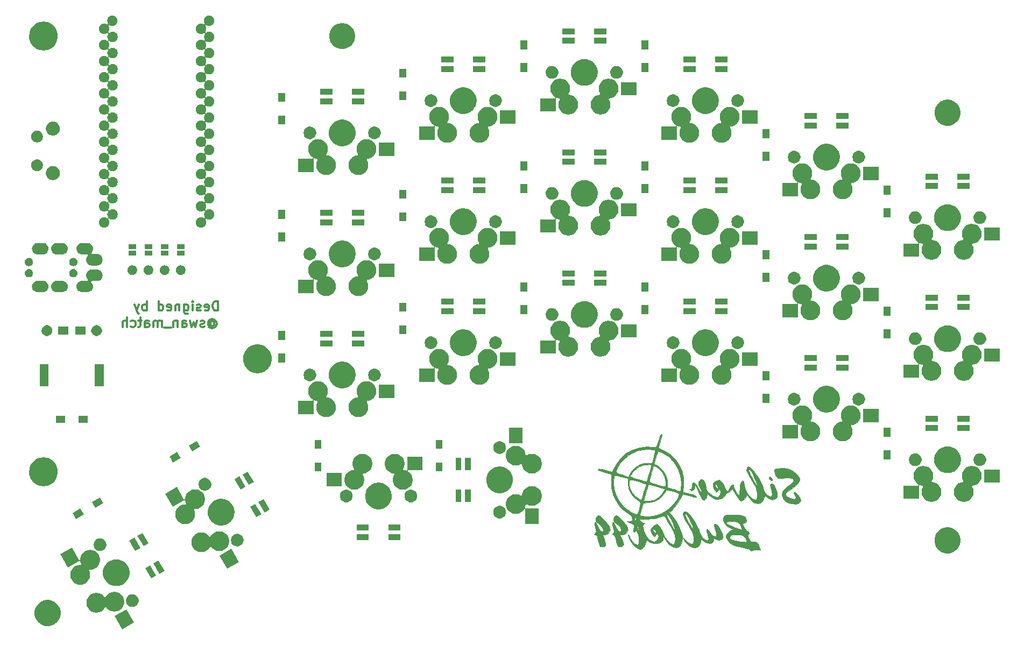
<source format=gbs>
G04 #@! TF.GenerationSoftware,KiCad,Pcbnew,5.1.5+dfsg1-2build2*
G04 #@! TF.CreationDate,2020-12-13T18:08:21+09:00*
G04 #@! TF.ProjectId,silverbullet44,73696c76-6572-4627-956c-6c657434342e,rev?*
G04 #@! TF.SameCoordinates,Original*
G04 #@! TF.FileFunction,Soldermask,Bot*
G04 #@! TF.FilePolarity,Negative*
%FSLAX46Y46*%
G04 Gerber Fmt 4.6, Leading zero omitted, Abs format (unit mm)*
G04 Created by KiCad (PCBNEW 5.1.5+dfsg1-2build2) date 2020-12-13 18:08:21*
%MOMM*%
%LPD*%
G04 APERTURE LIST*
%ADD10C,0.300000*%
%ADD11C,0.010000*%
%ADD12C,0.100000*%
G04 APERTURE END LIST*
D10*
X43330000Y-59093571D02*
X43330000Y-57593571D01*
X42972857Y-57593571D01*
X42758571Y-57665000D01*
X42615714Y-57807857D01*
X42544285Y-57950714D01*
X42472857Y-58236428D01*
X42472857Y-58450714D01*
X42544285Y-58736428D01*
X42615714Y-58879285D01*
X42758571Y-59022142D01*
X42972857Y-59093571D01*
X43330000Y-59093571D01*
X41258571Y-59022142D02*
X41401428Y-59093571D01*
X41687142Y-59093571D01*
X41830000Y-59022142D01*
X41901428Y-58879285D01*
X41901428Y-58307857D01*
X41830000Y-58165000D01*
X41687142Y-58093571D01*
X41401428Y-58093571D01*
X41258571Y-58165000D01*
X41187142Y-58307857D01*
X41187142Y-58450714D01*
X41901428Y-58593571D01*
X40615714Y-59022142D02*
X40472857Y-59093571D01*
X40187142Y-59093571D01*
X40044285Y-59022142D01*
X39972857Y-58879285D01*
X39972857Y-58807857D01*
X40044285Y-58665000D01*
X40187142Y-58593571D01*
X40401428Y-58593571D01*
X40544285Y-58522142D01*
X40615714Y-58379285D01*
X40615714Y-58307857D01*
X40544285Y-58165000D01*
X40401428Y-58093571D01*
X40187142Y-58093571D01*
X40044285Y-58165000D01*
X39330000Y-59093571D02*
X39330000Y-58093571D01*
X39330000Y-57593571D02*
X39401428Y-57665000D01*
X39330000Y-57736428D01*
X39258571Y-57665000D01*
X39330000Y-57593571D01*
X39330000Y-57736428D01*
X37972857Y-58093571D02*
X37972857Y-59307857D01*
X38044285Y-59450714D01*
X38115714Y-59522142D01*
X38258571Y-59593571D01*
X38472857Y-59593571D01*
X38615714Y-59522142D01*
X37972857Y-59022142D02*
X38115714Y-59093571D01*
X38401428Y-59093571D01*
X38544285Y-59022142D01*
X38615714Y-58950714D01*
X38687142Y-58807857D01*
X38687142Y-58379285D01*
X38615714Y-58236428D01*
X38544285Y-58165000D01*
X38401428Y-58093571D01*
X38115714Y-58093571D01*
X37972857Y-58165000D01*
X37258571Y-58093571D02*
X37258571Y-59093571D01*
X37258571Y-58236428D02*
X37187142Y-58165000D01*
X37044285Y-58093571D01*
X36830000Y-58093571D01*
X36687142Y-58165000D01*
X36615714Y-58307857D01*
X36615714Y-59093571D01*
X35330000Y-59022142D02*
X35472857Y-59093571D01*
X35758571Y-59093571D01*
X35901428Y-59022142D01*
X35972857Y-58879285D01*
X35972857Y-58307857D01*
X35901428Y-58165000D01*
X35758571Y-58093571D01*
X35472857Y-58093571D01*
X35330000Y-58165000D01*
X35258571Y-58307857D01*
X35258571Y-58450714D01*
X35972857Y-58593571D01*
X33972857Y-59093571D02*
X33972857Y-57593571D01*
X33972857Y-59022142D02*
X34115714Y-59093571D01*
X34401428Y-59093571D01*
X34544285Y-59022142D01*
X34615714Y-58950714D01*
X34687142Y-58807857D01*
X34687142Y-58379285D01*
X34615714Y-58236428D01*
X34544285Y-58165000D01*
X34401428Y-58093571D01*
X34115714Y-58093571D01*
X33972857Y-58165000D01*
X32115714Y-59093571D02*
X32115714Y-57593571D01*
X32115714Y-58165000D02*
X31972857Y-58093571D01*
X31687142Y-58093571D01*
X31544285Y-58165000D01*
X31472857Y-58236428D01*
X31401428Y-58379285D01*
X31401428Y-58807857D01*
X31472857Y-58950714D01*
X31544285Y-59022142D01*
X31687142Y-59093571D01*
X31972857Y-59093571D01*
X32115714Y-59022142D01*
X30901428Y-58093571D02*
X30544285Y-59093571D01*
X30187142Y-58093571D02*
X30544285Y-59093571D01*
X30687142Y-59450714D01*
X30758571Y-59522142D01*
X30901428Y-59593571D01*
X42115714Y-60929285D02*
X42187142Y-60857857D01*
X42330000Y-60786428D01*
X42472857Y-60786428D01*
X42615714Y-60857857D01*
X42687142Y-60929285D01*
X42758571Y-61072142D01*
X42758571Y-61215000D01*
X42687142Y-61357857D01*
X42615714Y-61429285D01*
X42472857Y-61500714D01*
X42330000Y-61500714D01*
X42187142Y-61429285D01*
X42115714Y-61357857D01*
X42115714Y-60786428D02*
X42115714Y-61357857D01*
X42044285Y-61429285D01*
X41972857Y-61429285D01*
X41830000Y-61357857D01*
X41758571Y-61215000D01*
X41758571Y-60857857D01*
X41901428Y-60643571D01*
X42115714Y-60500714D01*
X42401428Y-60429285D01*
X42687142Y-60500714D01*
X42901428Y-60643571D01*
X43044285Y-60857857D01*
X43115714Y-61143571D01*
X43044285Y-61429285D01*
X42901428Y-61643571D01*
X42687142Y-61786428D01*
X42401428Y-61857857D01*
X42115714Y-61786428D01*
X41901428Y-61643571D01*
X41187142Y-61572142D02*
X41044285Y-61643571D01*
X40758571Y-61643571D01*
X40615714Y-61572142D01*
X40544285Y-61429285D01*
X40544285Y-61357857D01*
X40615714Y-61215000D01*
X40758571Y-61143571D01*
X40972857Y-61143571D01*
X41115714Y-61072142D01*
X41187142Y-60929285D01*
X41187142Y-60857857D01*
X41115714Y-60715000D01*
X40972857Y-60643571D01*
X40758571Y-60643571D01*
X40615714Y-60715000D01*
X40044285Y-60643571D02*
X39758571Y-61643571D01*
X39472857Y-60929285D01*
X39187142Y-61643571D01*
X38901428Y-60643571D01*
X37687142Y-61643571D02*
X37687142Y-60857857D01*
X37758571Y-60715000D01*
X37901428Y-60643571D01*
X38187142Y-60643571D01*
X38330000Y-60715000D01*
X37687142Y-61572142D02*
X37830000Y-61643571D01*
X38187142Y-61643571D01*
X38330000Y-61572142D01*
X38401428Y-61429285D01*
X38401428Y-61286428D01*
X38330000Y-61143571D01*
X38187142Y-61072142D01*
X37830000Y-61072142D01*
X37687142Y-61000714D01*
X36972857Y-60643571D02*
X36972857Y-61643571D01*
X36972857Y-60786428D02*
X36901428Y-60715000D01*
X36758571Y-60643571D01*
X36544285Y-60643571D01*
X36401428Y-60715000D01*
X36330000Y-60857857D01*
X36330000Y-61643571D01*
X35972857Y-61786428D02*
X34830000Y-61786428D01*
X34472857Y-61643571D02*
X34472857Y-60643571D01*
X34472857Y-60786428D02*
X34401428Y-60715000D01*
X34258571Y-60643571D01*
X34044285Y-60643571D01*
X33901428Y-60715000D01*
X33830000Y-60857857D01*
X33830000Y-61643571D01*
X33830000Y-60857857D02*
X33758571Y-60715000D01*
X33615714Y-60643571D01*
X33401428Y-60643571D01*
X33258571Y-60715000D01*
X33187142Y-60857857D01*
X33187142Y-61643571D01*
X31830000Y-61643571D02*
X31830000Y-60857857D01*
X31901428Y-60715000D01*
X32044285Y-60643571D01*
X32330000Y-60643571D01*
X32472857Y-60715000D01*
X31830000Y-61572142D02*
X31972857Y-61643571D01*
X32330000Y-61643571D01*
X32472857Y-61572142D01*
X32544285Y-61429285D01*
X32544285Y-61286428D01*
X32472857Y-61143571D01*
X32330000Y-61072142D01*
X31972857Y-61072142D01*
X31830000Y-61000714D01*
X31330000Y-60643571D02*
X30758571Y-60643571D01*
X31115714Y-60143571D02*
X31115714Y-61429285D01*
X31044285Y-61572142D01*
X30901428Y-61643571D01*
X30758571Y-61643571D01*
X29615714Y-61572142D02*
X29758571Y-61643571D01*
X30044285Y-61643571D01*
X30187142Y-61572142D01*
X30258571Y-61500714D01*
X30330000Y-61357857D01*
X30330000Y-60929285D01*
X30258571Y-60786428D01*
X30187142Y-60715000D01*
X30044285Y-60643571D01*
X29758571Y-60643571D01*
X29615714Y-60715000D01*
X28972857Y-61643571D02*
X28972857Y-60143571D01*
X28330000Y-61643571D02*
X28330000Y-60857857D01*
X28401428Y-60715000D01*
X28544285Y-60643571D01*
X28758571Y-60643571D01*
X28901428Y-60715000D01*
X28972857Y-60786428D01*
D11*
G36*
X123313184Y-91219845D02*
G01*
X123138718Y-91280295D01*
X123026435Y-91367708D01*
X122822989Y-91726773D01*
X122836525Y-92140687D01*
X123048715Y-92568666D01*
X123441232Y-92969923D01*
X123868755Y-93242225D01*
X124396500Y-93513365D01*
X123987645Y-93681957D01*
X123641191Y-93912141D01*
X123383900Y-94227426D01*
X123267497Y-94501388D01*
X123271758Y-94730957D01*
X123399952Y-95046640D01*
X123404663Y-95056534D01*
X123772982Y-95537445D01*
X124371224Y-95926593D01*
X125190683Y-96219234D01*
X125765074Y-96343081D01*
X126272317Y-96449666D01*
X126698641Y-96571922D01*
X126968016Y-96687181D01*
X127001317Y-96711691D01*
X127234416Y-96880106D01*
X127383155Y-96853741D01*
X127442531Y-96777186D01*
X127606976Y-96716421D01*
X127934132Y-96714638D01*
X128085026Y-96730949D01*
X128422107Y-96760884D01*
X128624682Y-96747480D01*
X128651000Y-96726378D01*
X128601175Y-96572558D01*
X128474372Y-96273180D01*
X128386199Y-96080890D01*
X128205589Y-95737791D01*
X128028430Y-95564758D01*
X127766569Y-95494948D01*
X127592449Y-95479024D01*
X127465458Y-95459451D01*
X126492000Y-95459451D01*
X126376821Y-95504443D01*
X126066002Y-95498328D01*
X125611619Y-95446146D01*
X125065749Y-95352934D01*
X124781110Y-95293910D01*
X124268201Y-95167730D01*
X123968778Y-95045998D01*
X123844898Y-94897118D01*
X123858616Y-94689489D01*
X123862359Y-94678500D01*
X123698000Y-94678500D01*
X123634500Y-94742000D01*
X123571000Y-94678500D01*
X123634500Y-94615000D01*
X123698000Y-94678500D01*
X123862359Y-94678500D01*
X123902088Y-94561887D01*
X124012761Y-94444909D01*
X124265809Y-94381961D01*
X124713084Y-94361215D01*
X124782820Y-94361000D01*
X125428634Y-94389008D01*
X125871502Y-94485698D01*
X126157571Y-94670066D01*
X126332988Y-94961107D01*
X126349415Y-95005882D01*
X126445543Y-95293352D01*
X126491368Y-95453441D01*
X126492000Y-95459451D01*
X127465458Y-95459451D01*
X127230213Y-95423193D01*
X127012494Y-95277904D01*
X126843641Y-94999959D01*
X126710465Y-94633240D01*
X126748391Y-94434809D01*
X126872103Y-94165265D01*
X126785762Y-93893241D01*
X126559088Y-93727364D01*
X126385450Y-93594395D01*
X125756380Y-93594395D01*
X125012940Y-93338634D01*
X124497891Y-93148042D01*
X123982935Y-92936528D01*
X123723889Y-92818770D01*
X123361108Y-92602474D01*
X123248376Y-92429183D01*
X123384855Y-92303513D01*
X123769703Y-92230080D01*
X123832012Y-92225036D01*
X124537632Y-92226830D01*
X125050270Y-92362603D01*
X125403381Y-92651263D01*
X125630420Y-93111715D01*
X125673951Y-93265969D01*
X125756380Y-93594395D01*
X126385450Y-93594395D01*
X126333724Y-93554785D01*
X126117399Y-93258838D01*
X125958486Y-92928390D01*
X125905357Y-92652310D01*
X125928839Y-92569508D01*
X126100186Y-92474350D01*
X126245496Y-92456000D01*
X126436016Y-92359621D01*
X126492620Y-92119105D01*
X126413294Y-91807384D01*
X126269750Y-91578422D01*
X126140649Y-91455874D01*
X125956770Y-91370212D01*
X125666975Y-91310432D01*
X125220123Y-91265532D01*
X124645685Y-91228989D01*
X124015999Y-91198533D01*
X123588721Y-91194038D01*
X123313184Y-91219845D01*
G37*
X123313184Y-91219845D02*
X123138718Y-91280295D01*
X123026435Y-91367708D01*
X122822989Y-91726773D01*
X122836525Y-92140687D01*
X123048715Y-92568666D01*
X123441232Y-92969923D01*
X123868755Y-93242225D01*
X124396500Y-93513365D01*
X123987645Y-93681957D01*
X123641191Y-93912141D01*
X123383900Y-94227426D01*
X123267497Y-94501388D01*
X123271758Y-94730957D01*
X123399952Y-95046640D01*
X123404663Y-95056534D01*
X123772982Y-95537445D01*
X124371224Y-95926593D01*
X125190683Y-96219234D01*
X125765074Y-96343081D01*
X126272317Y-96449666D01*
X126698641Y-96571922D01*
X126968016Y-96687181D01*
X127001317Y-96711691D01*
X127234416Y-96880106D01*
X127383155Y-96853741D01*
X127442531Y-96777186D01*
X127606976Y-96716421D01*
X127934132Y-96714638D01*
X128085026Y-96730949D01*
X128422107Y-96760884D01*
X128624682Y-96747480D01*
X128651000Y-96726378D01*
X128601175Y-96572558D01*
X128474372Y-96273180D01*
X128386199Y-96080890D01*
X128205589Y-95737791D01*
X128028430Y-95564758D01*
X127766569Y-95494948D01*
X127592449Y-95479024D01*
X127465458Y-95459451D01*
X126492000Y-95459451D01*
X126376821Y-95504443D01*
X126066002Y-95498328D01*
X125611619Y-95446146D01*
X125065749Y-95352934D01*
X124781110Y-95293910D01*
X124268201Y-95167730D01*
X123968778Y-95045998D01*
X123844898Y-94897118D01*
X123858616Y-94689489D01*
X123862359Y-94678500D01*
X123698000Y-94678500D01*
X123634500Y-94742000D01*
X123571000Y-94678500D01*
X123634500Y-94615000D01*
X123698000Y-94678500D01*
X123862359Y-94678500D01*
X123902088Y-94561887D01*
X124012761Y-94444909D01*
X124265809Y-94381961D01*
X124713084Y-94361215D01*
X124782820Y-94361000D01*
X125428634Y-94389008D01*
X125871502Y-94485698D01*
X126157571Y-94670066D01*
X126332988Y-94961107D01*
X126349415Y-95005882D01*
X126445543Y-95293352D01*
X126491368Y-95453441D01*
X126492000Y-95459451D01*
X127465458Y-95459451D01*
X127230213Y-95423193D01*
X127012494Y-95277904D01*
X126843641Y-94999959D01*
X126710465Y-94633240D01*
X126748391Y-94434809D01*
X126872103Y-94165265D01*
X126785762Y-93893241D01*
X126559088Y-93727364D01*
X126385450Y-93594395D01*
X125756380Y-93594395D01*
X125012940Y-93338634D01*
X124497891Y-93148042D01*
X123982935Y-92936528D01*
X123723889Y-92818770D01*
X123361108Y-92602474D01*
X123248376Y-92429183D01*
X123384855Y-92303513D01*
X123769703Y-92230080D01*
X123832012Y-92225036D01*
X124537632Y-92226830D01*
X125050270Y-92362603D01*
X125403381Y-92651263D01*
X125630420Y-93111715D01*
X125673951Y-93265969D01*
X125756380Y-93594395D01*
X126385450Y-93594395D01*
X126333724Y-93554785D01*
X126117399Y-93258838D01*
X125958486Y-92928390D01*
X125905357Y-92652310D01*
X125928839Y-92569508D01*
X126100186Y-92474350D01*
X126245496Y-92456000D01*
X126436016Y-92359621D01*
X126492620Y-92119105D01*
X126413294Y-91807384D01*
X126269750Y-91578422D01*
X126140649Y-91455874D01*
X125956770Y-91370212D01*
X125666975Y-91310432D01*
X125220123Y-91265532D01*
X124645685Y-91228989D01*
X124015999Y-91198533D01*
X123588721Y-91194038D01*
X123313184Y-91219845D01*
G36*
X112964264Y-78599830D02*
G01*
X112819888Y-78899725D01*
X112715046Y-79216250D01*
X112545048Y-79810044D01*
X112421922Y-80199839D01*
X112325622Y-80426658D01*
X112236103Y-80531530D01*
X112133318Y-80555479D01*
X112063832Y-80549017D01*
X111823047Y-80531937D01*
X111412625Y-80517213D01*
X110916926Y-80507788D01*
X110865007Y-80507241D01*
X109711512Y-80618552D01*
X108618252Y-80960694D01*
X107619023Y-81511877D01*
X106747620Y-82250312D01*
X106037839Y-83154208D01*
X105659921Y-83863144D01*
X105497864Y-84199622D01*
X105369203Y-84414029D01*
X105324085Y-84455000D01*
X105175187Y-84423593D01*
X104844672Y-84340102D01*
X104395599Y-84220618D01*
X104249553Y-84180808D01*
X103777082Y-84063503D01*
X103402320Y-83993180D01*
X103188609Y-83980966D01*
X103165359Y-83990308D01*
X103123989Y-84079896D01*
X103211872Y-84169922D01*
X103462577Y-84276699D01*
X103909675Y-84416538D01*
X104229185Y-84507251D01*
X105219500Y-84783300D01*
X105175144Y-85741604D01*
X105231855Y-86910954D01*
X105498705Y-88029843D01*
X105956646Y-89060232D01*
X106586632Y-89964083D01*
X107369616Y-90703359D01*
X107805903Y-90995500D01*
X108162300Y-91239078D01*
X108396444Y-91465077D01*
X108455480Y-91588362D01*
X108503841Y-91902211D01*
X108535088Y-92001112D01*
X108538099Y-92128714D01*
X108385094Y-92191321D01*
X108058838Y-92210595D01*
X107766142Y-92226949D01*
X107685117Y-92270514D01*
X107826110Y-92351452D01*
X108199470Y-92479929D01*
X108394500Y-92540307D01*
X108624181Y-92641921D01*
X108739727Y-92808634D01*
X108758576Y-93100652D01*
X108698165Y-93578181D01*
X108697075Y-93585000D01*
X108713306Y-93836443D01*
X108797458Y-93941569D01*
X108928189Y-93877702D01*
X108994064Y-93701569D01*
X109035260Y-93548474D01*
X109102795Y-93576538D01*
X109227632Y-93809186D01*
X109278152Y-93916500D01*
X109419861Y-94331965D01*
X109505848Y-94807575D01*
X109534393Y-95276451D01*
X109503781Y-95671712D01*
X109412291Y-95926481D01*
X109331251Y-95983402D01*
X109096759Y-95917271D01*
X108793775Y-95682476D01*
X108475181Y-95333477D01*
X108193860Y-94924733D01*
X108069707Y-94684216D01*
X107922000Y-94397231D01*
X107844499Y-94328378D01*
X107844128Y-94449796D01*
X107927811Y-94733626D01*
X108006999Y-94936529D01*
X108322607Y-95526109D01*
X108723900Y-96034589D01*
X109163063Y-96415611D01*
X109592284Y-96622815D01*
X109771124Y-96647000D01*
X109998051Y-96571766D01*
X110242443Y-96413320D01*
X110492373Y-96061562D01*
X110605763Y-95639198D01*
X110680500Y-95098756D01*
X111034145Y-95377552D01*
X111492036Y-95624028D01*
X112009602Y-95728193D01*
X112519733Y-95696622D01*
X112955322Y-95535889D01*
X113249260Y-95252568D01*
X113295593Y-95156009D01*
X113359294Y-94881918D01*
X113340914Y-94731342D01*
X113312675Y-94620476D01*
X113326766Y-94615000D01*
X113420811Y-94712766D01*
X113603962Y-94965497D01*
X113774791Y-95223181D01*
X114273947Y-95861447D01*
X114792033Y-96252290D01*
X115324864Y-96392612D01*
X115354675Y-96393000D01*
X115792168Y-96298139D01*
X116099720Y-96004229D01*
X116289068Y-95497282D01*
X116335328Y-95224063D01*
X116342886Y-95063094D01*
X115281300Y-95063094D01*
X115206631Y-95535750D01*
X115086893Y-95784376D01*
X114947428Y-95863816D01*
X114718148Y-95783480D01*
X114463833Y-95635483D01*
X114007442Y-95238472D01*
X113609570Y-94673245D01*
X113328317Y-94025585D01*
X113295493Y-93910451D01*
X113258188Y-93823888D01*
X112209530Y-93823888D01*
X112199676Y-93987806D01*
X112083610Y-94053130D01*
X111908745Y-93909856D01*
X111867445Y-93860387D01*
X111724052Y-93615144D01*
X111712593Y-93445961D01*
X111847120Y-93428930D01*
X112044825Y-93573379D01*
X112209530Y-93823888D01*
X113258188Y-93823888D01*
X113108094Y-93475615D01*
X112822290Y-93074936D01*
X112772004Y-93023670D01*
X112382956Y-92650939D01*
X111912728Y-92902719D01*
X111529595Y-93216365D01*
X111384522Y-93601587D01*
X111482620Y-94028719D01*
X111671096Y-94305416D01*
X111977028Y-94661084D01*
X112211933Y-94386734D01*
X112407675Y-94212544D01*
X112534107Y-94251265D01*
X112545975Y-94268442D01*
X112643779Y-94638560D01*
X112518672Y-95027118D01*
X112346555Y-95235856D01*
X112124879Y-95416165D01*
X111931966Y-95447471D01*
X111644659Y-95346336D01*
X111616305Y-95334063D01*
X111072105Y-95017438D01*
X110680616Y-94582967D01*
X110398703Y-93975915D01*
X110307026Y-93672765D01*
X110264498Y-93509941D01*
X109501091Y-93509941D01*
X109493216Y-93658107D01*
X109470011Y-93660034D01*
X109372307Y-93501776D01*
X109281797Y-93210235D01*
X109281186Y-93207462D01*
X109231132Y-92873756D01*
X109260639Y-92770109D01*
X109343355Y-92895716D01*
X109443635Y-93212430D01*
X109501091Y-93509941D01*
X110264498Y-93509941D01*
X110189907Y-93224363D01*
X110141947Y-92954986D01*
X110163685Y-92799107D01*
X110255657Y-92691194D01*
X110315467Y-92644330D01*
X110475645Y-92508535D01*
X110418088Y-92465125D01*
X110276822Y-92460039D01*
X109998059Y-92380012D01*
X109738931Y-92198645D01*
X109604059Y-91992895D01*
X109601008Y-91962990D01*
X109093000Y-91962990D01*
X109042896Y-92133827D01*
X108966000Y-92138500D01*
X108860395Y-91959887D01*
X108839000Y-91806009D01*
X108889105Y-91635172D01*
X108966000Y-91630500D01*
X109071606Y-91809112D01*
X109093000Y-91962990D01*
X109601008Y-91962990D01*
X109601000Y-91962921D01*
X109718913Y-91922770D01*
X110036354Y-91890587D01*
X110498880Y-91870623D01*
X110839250Y-91866236D01*
X111528083Y-91849843D01*
X112068198Y-91790601D01*
X112563889Y-91668097D01*
X113119445Y-91461918D01*
X113307795Y-91383071D01*
X113471254Y-91381186D01*
X113636994Y-91551148D01*
X113801921Y-91842215D01*
X114026870Y-92247068D01*
X114326715Y-92739342D01*
X114579463Y-93126954D01*
X114954835Y-93793098D01*
X115193927Y-94458243D01*
X115281300Y-95063094D01*
X116342886Y-95063094D01*
X116359675Y-94705525D01*
X116271047Y-94212107D01*
X116153300Y-93861555D01*
X115930888Y-93332978D01*
X115168818Y-93332978D01*
X115160131Y-93469232D01*
X115052916Y-93404310D01*
X114856982Y-93144291D01*
X114582138Y-92695256D01*
X114238194Y-92063284D01*
X114229977Y-92047471D01*
X114052061Y-91664274D01*
X113939520Y-91344057D01*
X113919000Y-91224858D01*
X113971035Y-91112983D01*
X114108536Y-91192258D01*
X114303599Y-91426535D01*
X114528320Y-91779669D01*
X114754795Y-92215513D01*
X114851373Y-92432621D01*
X115069169Y-92989467D01*
X115168818Y-93332978D01*
X115930888Y-93332978D01*
X115853940Y-93150107D01*
X115503112Y-92454047D01*
X115138440Y-91840000D01*
X114797544Y-91374591D01*
X114675130Y-91243875D01*
X114308817Y-90892925D01*
X115000280Y-90146063D01*
X115396466Y-89668041D01*
X115770161Y-89133087D01*
X116040190Y-88657539D01*
X116358207Y-87980648D01*
X115881115Y-87980648D01*
X115820679Y-88249646D01*
X115606583Y-88660930D01*
X115494574Y-88856962D01*
X114889480Y-89677307D01*
X114107661Y-90377449D01*
X113199874Y-90930778D01*
X112216879Y-91310687D01*
X111209433Y-91490565D01*
X110490000Y-91480514D01*
X110110668Y-91434779D01*
X109831614Y-91389995D01*
X109772631Y-91375948D01*
X109719287Y-91257312D01*
X109756592Y-90948032D01*
X109887343Y-90427409D01*
X109912919Y-90337678D01*
X110163780Y-89467006D01*
X109756805Y-89467006D01*
X109719071Y-89821901D01*
X109585532Y-90339763D01*
X109537262Y-90507117D01*
X109414245Y-90900818D01*
X109310231Y-91100273D01*
X109179758Y-91156920D01*
X108990714Y-91125510D01*
X108687251Y-91008451D01*
X108288574Y-90802369D01*
X108054972Y-90662008D01*
X107196223Y-89975933D01*
X106495019Y-89134457D01*
X105973463Y-88180789D01*
X105653656Y-87158142D01*
X105557699Y-86109728D01*
X105574420Y-85812284D01*
X105620291Y-85403740D01*
X105669859Y-85109140D01*
X105703297Y-85008370D01*
X105845400Y-85011537D01*
X106170610Y-85073440D01*
X106618163Y-85181799D01*
X106793930Y-85228828D01*
X107823000Y-85510848D01*
X107823000Y-86238422D01*
X107944511Y-87096021D01*
X108295232Y-87869333D01*
X108854447Y-88519378D01*
X109161167Y-88756272D01*
X109491253Y-88996576D01*
X109685333Y-89212693D01*
X109756805Y-89467006D01*
X110163780Y-89467006D01*
X110199077Y-89344500D01*
X111017403Y-89272906D01*
X111937159Y-89082876D01*
X112709350Y-88686317D01*
X113335053Y-88082668D01*
X113360367Y-88049860D01*
X113601496Y-87717246D01*
X113772712Y-87451422D01*
X113818922Y-87358736D01*
X113910289Y-87295379D01*
X114142936Y-87307058D01*
X114553990Y-87398461D01*
X114914087Y-87497045D01*
X115450456Y-87657379D01*
X115765253Y-87800903D01*
X115881115Y-87980648D01*
X116358207Y-87980648D01*
X116388638Y-87915877D01*
X117281069Y-88159362D01*
X117753998Y-88289190D01*
X118151152Y-88399644D01*
X118389801Y-88467706D01*
X118395750Y-88469482D01*
X118583700Y-88453603D01*
X118618000Y-88363398D01*
X118503733Y-88229052D01*
X118205064Y-88089710D01*
X118014750Y-88031510D01*
X117542172Y-87906758D01*
X117084827Y-87785937D01*
X116959559Y-87752820D01*
X116507617Y-87633300D01*
X116561913Y-86497652D01*
X116569245Y-86133743D01*
X116203266Y-86133743D01*
X116188230Y-86602119D01*
X116150763Y-87030160D01*
X116099287Y-87350900D01*
X116042224Y-87497376D01*
X116031438Y-87499978D01*
X115910862Y-87465520D01*
X115604334Y-87376340D01*
X115169616Y-87249260D01*
X114998500Y-87199127D01*
X114863049Y-87159421D01*
X113660220Y-87159421D01*
X113376860Y-87664229D01*
X113053482Y-88085936D01*
X112593539Y-88505678D01*
X112099635Y-88835965D01*
X111887000Y-88934638D01*
X111659006Y-88976619D01*
X111276514Y-89007266D01*
X110981916Y-89016973D01*
X110267332Y-89027000D01*
X110646403Y-87713128D01*
X111018950Y-86421872D01*
X110672218Y-86421872D01*
X110619258Y-86703498D01*
X110526581Y-87001887D01*
X110392353Y-87450146D01*
X110244810Y-87953921D01*
X110237482Y-87979250D01*
X110102457Y-88418985D01*
X109987514Y-88744458D01*
X109914136Y-88895849D01*
X109906816Y-88900000D01*
X109759980Y-88847110D01*
X109499444Y-88720838D01*
X108913372Y-88282827D01*
X108435469Y-87667959D01*
X108111502Y-86945593D01*
X108005905Y-86457438D01*
X107973501Y-86063645D01*
X108017562Y-85819661D01*
X108174703Y-85710215D01*
X108481538Y-85720038D01*
X108974683Y-85833858D01*
X109290691Y-85921622D01*
X109806421Y-86068975D01*
X110236521Y-86193441D01*
X110517165Y-86276477D01*
X110580649Y-86296377D01*
X110672218Y-86421872D01*
X111018950Y-86421872D01*
X111025475Y-86399257D01*
X112342848Y-86779339D01*
X113660220Y-87159421D01*
X114863049Y-87159421D01*
X113982500Y-86901298D01*
X114023923Y-86442422D01*
X114017822Y-86345863D01*
X113785684Y-86345863D01*
X113764849Y-86589413D01*
X113657538Y-86712984D01*
X113426381Y-86728376D01*
X113034006Y-86647388D01*
X112443043Y-86481819D01*
X112284231Y-86435669D01*
X111803912Y-86292013D01*
X111425818Y-86171381D01*
X111209508Y-86093083D01*
X111181927Y-86078260D01*
X111189433Y-85940353D01*
X111254845Y-85623585D01*
X111360815Y-85191690D01*
X111489996Y-84708401D01*
X111625038Y-84237454D01*
X111748593Y-83842581D01*
X111843313Y-83587517D01*
X111875133Y-83531584D01*
X112031673Y-83534267D01*
X112303584Y-83682928D01*
X112636437Y-83934646D01*
X112975800Y-84246501D01*
X113267241Y-84575571D01*
X113356328Y-84699559D01*
X113631363Y-85287089D01*
X113757415Y-85970536D01*
X113785684Y-86345863D01*
X114017822Y-86345863D01*
X113976901Y-85698314D01*
X113730226Y-84940584D01*
X113317250Y-84256723D01*
X113094821Y-84005136D01*
X112741220Y-83691172D01*
X112401895Y-83454412D01*
X112268749Y-83393513D01*
X111506000Y-83393513D01*
X111473414Y-83566042D01*
X111387555Y-83904284D01*
X111266277Y-84346668D01*
X111127432Y-84831623D01*
X110988871Y-85297577D01*
X110868447Y-85682961D01*
X110784013Y-85926202D01*
X110756354Y-85979000D01*
X110618396Y-85948075D01*
X110289757Y-85864648D01*
X109824894Y-85742737D01*
X109452814Y-85643412D01*
X108867540Y-85470662D01*
X108448125Y-85314487D01*
X108228553Y-85188444D01*
X108204000Y-85145285D01*
X108298213Y-84883320D01*
X108543391Y-84536093D01*
X108883345Y-84165319D01*
X109261886Y-83832716D01*
X109601000Y-83610878D01*
X109942072Y-83480880D01*
X110364233Y-83379680D01*
X110799312Y-83315058D01*
X111179137Y-83294792D01*
X111435537Y-83326661D01*
X111506000Y-83393513D01*
X112268749Y-83393513D01*
X112204618Y-83364181D01*
X111980896Y-83256346D01*
X111929323Y-83130891D01*
X111990546Y-82937494D01*
X112094256Y-82578767D01*
X112209782Y-82162310D01*
X112336504Y-81729628D01*
X112450542Y-81396249D01*
X112495365Y-81300779D01*
X112072892Y-81300779D01*
X112008835Y-81642513D01*
X111885316Y-82118916D01*
X111610542Y-83121544D01*
X111056542Y-83077482D01*
X110321456Y-83131398D01*
X109588141Y-83381556D01*
X108920799Y-83790078D01*
X108383630Y-84319087D01*
X108077330Y-84835203D01*
X107965157Y-85094555D01*
X107904468Y-85213174D01*
X107902843Y-85213978D01*
X107782657Y-85179164D01*
X107476622Y-85089024D01*
X107042374Y-84960554D01*
X106870500Y-84909601D01*
X106354891Y-84751385D01*
X106052891Y-84616613D01*
X105935745Y-84452724D01*
X105974701Y-84207158D01*
X106141006Y-83827353D01*
X106204950Y-83693000D01*
X106620847Y-83038302D01*
X107216678Y-82391307D01*
X107924606Y-81815627D01*
X108676795Y-81374874D01*
X108677224Y-81374673D01*
X109168746Y-81163753D01*
X109604819Y-81034553D01*
X110090938Y-80963624D01*
X110680500Y-80929400D01*
X111208927Y-80922587D01*
X111649547Y-80940480D01*
X111934202Y-80979325D01*
X111991795Y-81001614D01*
X112065611Y-81103944D01*
X112072892Y-81300779D01*
X112495365Y-81300779D01*
X112524049Y-81239685D01*
X112695943Y-81220789D01*
X113012992Y-81328564D01*
X113419567Y-81534113D01*
X113860038Y-81808540D01*
X114278775Y-82122947D01*
X114362587Y-82194727D01*
X115145994Y-83039912D01*
X115724849Y-84002461D01*
X116082739Y-85047253D01*
X116203266Y-86133743D01*
X116569245Y-86133743D01*
X116575653Y-85815743D01*
X116533383Y-85268406D01*
X116422854Y-84740014D01*
X116348106Y-84479332D01*
X115940441Y-83512230D01*
X115345929Y-82615434D01*
X114609158Y-81838784D01*
X113774716Y-81232121D01*
X113188750Y-80947730D01*
X112866975Y-80805622D01*
X112673858Y-80687959D01*
X112649000Y-80652973D01*
X112682278Y-80500101D01*
X112771005Y-80165629D01*
X112898523Y-79711505D01*
X112951715Y-79527227D01*
X113096055Y-78997028D01*
X113157800Y-78670759D01*
X113141477Y-78513759D01*
X113087727Y-78486000D01*
X112964264Y-78599830D01*
G37*
X112964264Y-78599830D02*
X112819888Y-78899725D01*
X112715046Y-79216250D01*
X112545048Y-79810044D01*
X112421922Y-80199839D01*
X112325622Y-80426658D01*
X112236103Y-80531530D01*
X112133318Y-80555479D01*
X112063832Y-80549017D01*
X111823047Y-80531937D01*
X111412625Y-80517213D01*
X110916926Y-80507788D01*
X110865007Y-80507241D01*
X109711512Y-80618552D01*
X108618252Y-80960694D01*
X107619023Y-81511877D01*
X106747620Y-82250312D01*
X106037839Y-83154208D01*
X105659921Y-83863144D01*
X105497864Y-84199622D01*
X105369203Y-84414029D01*
X105324085Y-84455000D01*
X105175187Y-84423593D01*
X104844672Y-84340102D01*
X104395599Y-84220618D01*
X104249553Y-84180808D01*
X103777082Y-84063503D01*
X103402320Y-83993180D01*
X103188609Y-83980966D01*
X103165359Y-83990308D01*
X103123989Y-84079896D01*
X103211872Y-84169922D01*
X103462577Y-84276699D01*
X103909675Y-84416538D01*
X104229185Y-84507251D01*
X105219500Y-84783300D01*
X105175144Y-85741604D01*
X105231855Y-86910954D01*
X105498705Y-88029843D01*
X105956646Y-89060232D01*
X106586632Y-89964083D01*
X107369616Y-90703359D01*
X107805903Y-90995500D01*
X108162300Y-91239078D01*
X108396444Y-91465077D01*
X108455480Y-91588362D01*
X108503841Y-91902211D01*
X108535088Y-92001112D01*
X108538099Y-92128714D01*
X108385094Y-92191321D01*
X108058838Y-92210595D01*
X107766142Y-92226949D01*
X107685117Y-92270514D01*
X107826110Y-92351452D01*
X108199470Y-92479929D01*
X108394500Y-92540307D01*
X108624181Y-92641921D01*
X108739727Y-92808634D01*
X108758576Y-93100652D01*
X108698165Y-93578181D01*
X108697075Y-93585000D01*
X108713306Y-93836443D01*
X108797458Y-93941569D01*
X108928189Y-93877702D01*
X108994064Y-93701569D01*
X109035260Y-93548474D01*
X109102795Y-93576538D01*
X109227632Y-93809186D01*
X109278152Y-93916500D01*
X109419861Y-94331965D01*
X109505848Y-94807575D01*
X109534393Y-95276451D01*
X109503781Y-95671712D01*
X109412291Y-95926481D01*
X109331251Y-95983402D01*
X109096759Y-95917271D01*
X108793775Y-95682476D01*
X108475181Y-95333477D01*
X108193860Y-94924733D01*
X108069707Y-94684216D01*
X107922000Y-94397231D01*
X107844499Y-94328378D01*
X107844128Y-94449796D01*
X107927811Y-94733626D01*
X108006999Y-94936529D01*
X108322607Y-95526109D01*
X108723900Y-96034589D01*
X109163063Y-96415611D01*
X109592284Y-96622815D01*
X109771124Y-96647000D01*
X109998051Y-96571766D01*
X110242443Y-96413320D01*
X110492373Y-96061562D01*
X110605763Y-95639198D01*
X110680500Y-95098756D01*
X111034145Y-95377552D01*
X111492036Y-95624028D01*
X112009602Y-95728193D01*
X112519733Y-95696622D01*
X112955322Y-95535889D01*
X113249260Y-95252568D01*
X113295593Y-95156009D01*
X113359294Y-94881918D01*
X113340914Y-94731342D01*
X113312675Y-94620476D01*
X113326766Y-94615000D01*
X113420811Y-94712766D01*
X113603962Y-94965497D01*
X113774791Y-95223181D01*
X114273947Y-95861447D01*
X114792033Y-96252290D01*
X115324864Y-96392612D01*
X115354675Y-96393000D01*
X115792168Y-96298139D01*
X116099720Y-96004229D01*
X116289068Y-95497282D01*
X116335328Y-95224063D01*
X116342886Y-95063094D01*
X115281300Y-95063094D01*
X115206631Y-95535750D01*
X115086893Y-95784376D01*
X114947428Y-95863816D01*
X114718148Y-95783480D01*
X114463833Y-95635483D01*
X114007442Y-95238472D01*
X113609570Y-94673245D01*
X113328317Y-94025585D01*
X113295493Y-93910451D01*
X113258188Y-93823888D01*
X112209530Y-93823888D01*
X112199676Y-93987806D01*
X112083610Y-94053130D01*
X111908745Y-93909856D01*
X111867445Y-93860387D01*
X111724052Y-93615144D01*
X111712593Y-93445961D01*
X111847120Y-93428930D01*
X112044825Y-93573379D01*
X112209530Y-93823888D01*
X113258188Y-93823888D01*
X113108094Y-93475615D01*
X112822290Y-93074936D01*
X112772004Y-93023670D01*
X112382956Y-92650939D01*
X111912728Y-92902719D01*
X111529595Y-93216365D01*
X111384522Y-93601587D01*
X111482620Y-94028719D01*
X111671096Y-94305416D01*
X111977028Y-94661084D01*
X112211933Y-94386734D01*
X112407675Y-94212544D01*
X112534107Y-94251265D01*
X112545975Y-94268442D01*
X112643779Y-94638560D01*
X112518672Y-95027118D01*
X112346555Y-95235856D01*
X112124879Y-95416165D01*
X111931966Y-95447471D01*
X111644659Y-95346336D01*
X111616305Y-95334063D01*
X111072105Y-95017438D01*
X110680616Y-94582967D01*
X110398703Y-93975915D01*
X110307026Y-93672765D01*
X110264498Y-93509941D01*
X109501091Y-93509941D01*
X109493216Y-93658107D01*
X109470011Y-93660034D01*
X109372307Y-93501776D01*
X109281797Y-93210235D01*
X109281186Y-93207462D01*
X109231132Y-92873756D01*
X109260639Y-92770109D01*
X109343355Y-92895716D01*
X109443635Y-93212430D01*
X109501091Y-93509941D01*
X110264498Y-93509941D01*
X110189907Y-93224363D01*
X110141947Y-92954986D01*
X110163685Y-92799107D01*
X110255657Y-92691194D01*
X110315467Y-92644330D01*
X110475645Y-92508535D01*
X110418088Y-92465125D01*
X110276822Y-92460039D01*
X109998059Y-92380012D01*
X109738931Y-92198645D01*
X109604059Y-91992895D01*
X109601008Y-91962990D01*
X109093000Y-91962990D01*
X109042896Y-92133827D01*
X108966000Y-92138500D01*
X108860395Y-91959887D01*
X108839000Y-91806009D01*
X108889105Y-91635172D01*
X108966000Y-91630500D01*
X109071606Y-91809112D01*
X109093000Y-91962990D01*
X109601008Y-91962990D01*
X109601000Y-91962921D01*
X109718913Y-91922770D01*
X110036354Y-91890587D01*
X110498880Y-91870623D01*
X110839250Y-91866236D01*
X111528083Y-91849843D01*
X112068198Y-91790601D01*
X112563889Y-91668097D01*
X113119445Y-91461918D01*
X113307795Y-91383071D01*
X113471254Y-91381186D01*
X113636994Y-91551148D01*
X113801921Y-91842215D01*
X114026870Y-92247068D01*
X114326715Y-92739342D01*
X114579463Y-93126954D01*
X114954835Y-93793098D01*
X115193927Y-94458243D01*
X115281300Y-95063094D01*
X116342886Y-95063094D01*
X116359675Y-94705525D01*
X116271047Y-94212107D01*
X116153300Y-93861555D01*
X115930888Y-93332978D01*
X115168818Y-93332978D01*
X115160131Y-93469232D01*
X115052916Y-93404310D01*
X114856982Y-93144291D01*
X114582138Y-92695256D01*
X114238194Y-92063284D01*
X114229977Y-92047471D01*
X114052061Y-91664274D01*
X113939520Y-91344057D01*
X113919000Y-91224858D01*
X113971035Y-91112983D01*
X114108536Y-91192258D01*
X114303599Y-91426535D01*
X114528320Y-91779669D01*
X114754795Y-92215513D01*
X114851373Y-92432621D01*
X115069169Y-92989467D01*
X115168818Y-93332978D01*
X115930888Y-93332978D01*
X115853940Y-93150107D01*
X115503112Y-92454047D01*
X115138440Y-91840000D01*
X114797544Y-91374591D01*
X114675130Y-91243875D01*
X114308817Y-90892925D01*
X115000280Y-90146063D01*
X115396466Y-89668041D01*
X115770161Y-89133087D01*
X116040190Y-88657539D01*
X116358207Y-87980648D01*
X115881115Y-87980648D01*
X115820679Y-88249646D01*
X115606583Y-88660930D01*
X115494574Y-88856962D01*
X114889480Y-89677307D01*
X114107661Y-90377449D01*
X113199874Y-90930778D01*
X112216879Y-91310687D01*
X111209433Y-91490565D01*
X110490000Y-91480514D01*
X110110668Y-91434779D01*
X109831614Y-91389995D01*
X109772631Y-91375948D01*
X109719287Y-91257312D01*
X109756592Y-90948032D01*
X109887343Y-90427409D01*
X109912919Y-90337678D01*
X110163780Y-89467006D01*
X109756805Y-89467006D01*
X109719071Y-89821901D01*
X109585532Y-90339763D01*
X109537262Y-90507117D01*
X109414245Y-90900818D01*
X109310231Y-91100273D01*
X109179758Y-91156920D01*
X108990714Y-91125510D01*
X108687251Y-91008451D01*
X108288574Y-90802369D01*
X108054972Y-90662008D01*
X107196223Y-89975933D01*
X106495019Y-89134457D01*
X105973463Y-88180789D01*
X105653656Y-87158142D01*
X105557699Y-86109728D01*
X105574420Y-85812284D01*
X105620291Y-85403740D01*
X105669859Y-85109140D01*
X105703297Y-85008370D01*
X105845400Y-85011537D01*
X106170610Y-85073440D01*
X106618163Y-85181799D01*
X106793930Y-85228828D01*
X107823000Y-85510848D01*
X107823000Y-86238422D01*
X107944511Y-87096021D01*
X108295232Y-87869333D01*
X108854447Y-88519378D01*
X109161167Y-88756272D01*
X109491253Y-88996576D01*
X109685333Y-89212693D01*
X109756805Y-89467006D01*
X110163780Y-89467006D01*
X110199077Y-89344500D01*
X111017403Y-89272906D01*
X111937159Y-89082876D01*
X112709350Y-88686317D01*
X113335053Y-88082668D01*
X113360367Y-88049860D01*
X113601496Y-87717246D01*
X113772712Y-87451422D01*
X113818922Y-87358736D01*
X113910289Y-87295379D01*
X114142936Y-87307058D01*
X114553990Y-87398461D01*
X114914087Y-87497045D01*
X115450456Y-87657379D01*
X115765253Y-87800903D01*
X115881115Y-87980648D01*
X116358207Y-87980648D01*
X116388638Y-87915877D01*
X117281069Y-88159362D01*
X117753998Y-88289190D01*
X118151152Y-88399644D01*
X118389801Y-88467706D01*
X118395750Y-88469482D01*
X118583700Y-88453603D01*
X118618000Y-88363398D01*
X118503733Y-88229052D01*
X118205064Y-88089710D01*
X118014750Y-88031510D01*
X117542172Y-87906758D01*
X117084827Y-87785937D01*
X116959559Y-87752820D01*
X116507617Y-87633300D01*
X116561913Y-86497652D01*
X116569245Y-86133743D01*
X116203266Y-86133743D01*
X116188230Y-86602119D01*
X116150763Y-87030160D01*
X116099287Y-87350900D01*
X116042224Y-87497376D01*
X116031438Y-87499978D01*
X115910862Y-87465520D01*
X115604334Y-87376340D01*
X115169616Y-87249260D01*
X114998500Y-87199127D01*
X114863049Y-87159421D01*
X113660220Y-87159421D01*
X113376860Y-87664229D01*
X113053482Y-88085936D01*
X112593539Y-88505678D01*
X112099635Y-88835965D01*
X111887000Y-88934638D01*
X111659006Y-88976619D01*
X111276514Y-89007266D01*
X110981916Y-89016973D01*
X110267332Y-89027000D01*
X110646403Y-87713128D01*
X111018950Y-86421872D01*
X110672218Y-86421872D01*
X110619258Y-86703498D01*
X110526581Y-87001887D01*
X110392353Y-87450146D01*
X110244810Y-87953921D01*
X110237482Y-87979250D01*
X110102457Y-88418985D01*
X109987514Y-88744458D01*
X109914136Y-88895849D01*
X109906816Y-88900000D01*
X109759980Y-88847110D01*
X109499444Y-88720838D01*
X108913372Y-88282827D01*
X108435469Y-87667959D01*
X108111502Y-86945593D01*
X108005905Y-86457438D01*
X107973501Y-86063645D01*
X108017562Y-85819661D01*
X108174703Y-85710215D01*
X108481538Y-85720038D01*
X108974683Y-85833858D01*
X109290691Y-85921622D01*
X109806421Y-86068975D01*
X110236521Y-86193441D01*
X110517165Y-86276477D01*
X110580649Y-86296377D01*
X110672218Y-86421872D01*
X111018950Y-86421872D01*
X111025475Y-86399257D01*
X112342848Y-86779339D01*
X113660220Y-87159421D01*
X114863049Y-87159421D01*
X113982500Y-86901298D01*
X114023923Y-86442422D01*
X114017822Y-86345863D01*
X113785684Y-86345863D01*
X113764849Y-86589413D01*
X113657538Y-86712984D01*
X113426381Y-86728376D01*
X113034006Y-86647388D01*
X112443043Y-86481819D01*
X112284231Y-86435669D01*
X111803912Y-86292013D01*
X111425818Y-86171381D01*
X111209508Y-86093083D01*
X111181927Y-86078260D01*
X111189433Y-85940353D01*
X111254845Y-85623585D01*
X111360815Y-85191690D01*
X111489996Y-84708401D01*
X111625038Y-84237454D01*
X111748593Y-83842581D01*
X111843313Y-83587517D01*
X111875133Y-83531584D01*
X112031673Y-83534267D01*
X112303584Y-83682928D01*
X112636437Y-83934646D01*
X112975800Y-84246501D01*
X113267241Y-84575571D01*
X113356328Y-84699559D01*
X113631363Y-85287089D01*
X113757415Y-85970536D01*
X113785684Y-86345863D01*
X114017822Y-86345863D01*
X113976901Y-85698314D01*
X113730226Y-84940584D01*
X113317250Y-84256723D01*
X113094821Y-84005136D01*
X112741220Y-83691172D01*
X112401895Y-83454412D01*
X112268749Y-83393513D01*
X111506000Y-83393513D01*
X111473414Y-83566042D01*
X111387555Y-83904284D01*
X111266277Y-84346668D01*
X111127432Y-84831623D01*
X110988871Y-85297577D01*
X110868447Y-85682961D01*
X110784013Y-85926202D01*
X110756354Y-85979000D01*
X110618396Y-85948075D01*
X110289757Y-85864648D01*
X109824894Y-85742737D01*
X109452814Y-85643412D01*
X108867540Y-85470662D01*
X108448125Y-85314487D01*
X108228553Y-85188444D01*
X108204000Y-85145285D01*
X108298213Y-84883320D01*
X108543391Y-84536093D01*
X108883345Y-84165319D01*
X109261886Y-83832716D01*
X109601000Y-83610878D01*
X109942072Y-83480880D01*
X110364233Y-83379680D01*
X110799312Y-83315058D01*
X111179137Y-83294792D01*
X111435537Y-83326661D01*
X111506000Y-83393513D01*
X112268749Y-83393513D01*
X112204618Y-83364181D01*
X111980896Y-83256346D01*
X111929323Y-83130891D01*
X111990546Y-82937494D01*
X112094256Y-82578767D01*
X112209782Y-82162310D01*
X112336504Y-81729628D01*
X112450542Y-81396249D01*
X112495365Y-81300779D01*
X112072892Y-81300779D01*
X112008835Y-81642513D01*
X111885316Y-82118916D01*
X111610542Y-83121544D01*
X111056542Y-83077482D01*
X110321456Y-83131398D01*
X109588141Y-83381556D01*
X108920799Y-83790078D01*
X108383630Y-84319087D01*
X108077330Y-84835203D01*
X107965157Y-85094555D01*
X107904468Y-85213174D01*
X107902843Y-85213978D01*
X107782657Y-85179164D01*
X107476622Y-85089024D01*
X107042374Y-84960554D01*
X106870500Y-84909601D01*
X106354891Y-84751385D01*
X106052891Y-84616613D01*
X105935745Y-84452724D01*
X105974701Y-84207158D01*
X106141006Y-83827353D01*
X106204950Y-83693000D01*
X106620847Y-83038302D01*
X107216678Y-82391307D01*
X107924606Y-81815627D01*
X108676795Y-81374874D01*
X108677224Y-81374673D01*
X109168746Y-81163753D01*
X109604819Y-81034553D01*
X110090938Y-80963624D01*
X110680500Y-80929400D01*
X111208927Y-80922587D01*
X111649547Y-80940480D01*
X111934202Y-80979325D01*
X111991795Y-81001614D01*
X112065611Y-81103944D01*
X112072892Y-81300779D01*
X112495365Y-81300779D01*
X112524049Y-81239685D01*
X112695943Y-81220789D01*
X113012992Y-81328564D01*
X113419567Y-81534113D01*
X113860038Y-81808540D01*
X114278775Y-82122947D01*
X114362587Y-82194727D01*
X115145994Y-83039912D01*
X115724849Y-84002461D01*
X116082739Y-85047253D01*
X116203266Y-86133743D01*
X116569245Y-86133743D01*
X116575653Y-85815743D01*
X116533383Y-85268406D01*
X116422854Y-84740014D01*
X116348106Y-84479332D01*
X115940441Y-83512230D01*
X115345929Y-82615434D01*
X114609158Y-81838784D01*
X113774716Y-81232121D01*
X113188750Y-80947730D01*
X112866975Y-80805622D01*
X112673858Y-80687959D01*
X112649000Y-80652973D01*
X112682278Y-80500101D01*
X112771005Y-80165629D01*
X112898523Y-79711505D01*
X112951715Y-79527227D01*
X113096055Y-78997028D01*
X113157800Y-78670759D01*
X113141477Y-78513759D01*
X113087727Y-78486000D01*
X112964264Y-78599830D01*
G36*
X116533377Y-90845526D02*
G01*
X116494837Y-91162031D01*
X116641975Y-91646729D01*
X116974208Y-92297685D01*
X117481656Y-93099258D01*
X117761600Y-93564522D01*
X117995757Y-94045149D01*
X118109120Y-94357730D01*
X118184546Y-94820090D01*
X118179787Y-95275468D01*
X118102353Y-95641195D01*
X117975765Y-95825971D01*
X117785173Y-95814403D01*
X117487913Y-95672597D01*
X117158474Y-95448354D01*
X116871346Y-95189477D01*
X116752812Y-95041170D01*
X116592112Y-94841084D01*
X116491443Y-94794224D01*
X116514743Y-94933069D01*
X116670183Y-95194347D01*
X116913533Y-95517701D01*
X117200567Y-95842778D01*
X117403292Y-96038588D01*
X117864803Y-96321805D01*
X118336207Y-96397597D01*
X118760004Y-96265245D01*
X118989783Y-96058372D01*
X119177767Y-95709345D01*
X119253000Y-95359076D01*
X119253000Y-94994406D01*
X119780055Y-95376203D01*
X120274486Y-95654926D01*
X120707483Y-95751362D01*
X121042648Y-95670792D01*
X121243586Y-95418497D01*
X121285000Y-95157838D01*
X121299956Y-94965827D01*
X121391415Y-94932792D01*
X121629263Y-95040539D01*
X121664905Y-95058933D01*
X122090722Y-95188147D01*
X122459725Y-95138295D01*
X122707911Y-94924703D01*
X122758993Y-94796954D01*
X122738579Y-94517774D01*
X122607142Y-94108259D01*
X122401392Y-93644697D01*
X122158035Y-93203373D01*
X121913779Y-92860574D01*
X121758656Y-92718024D01*
X121517774Y-92624473D01*
X121401844Y-92729068D01*
X121409047Y-93040200D01*
X121537564Y-93566257D01*
X121559177Y-93638089D01*
X121679386Y-94072267D01*
X121748566Y-94405131D01*
X121752971Y-94569379D01*
X121750171Y-94573162D01*
X121541783Y-94621078D01*
X121246927Y-94504278D01*
X120932450Y-94260558D01*
X120696865Y-93977640D01*
X120416214Y-93598609D01*
X120236044Y-93450726D01*
X120163677Y-93528838D01*
X120206436Y-93827794D01*
X120332500Y-94234000D01*
X120486374Y-94749440D01*
X120509161Y-95071887D01*
X120399319Y-95226829D01*
X120271004Y-95250000D01*
X119922150Y-95135541D01*
X119572515Y-94831225D01*
X119274147Y-94395636D01*
X119086331Y-93916500D01*
X118892901Y-93351949D01*
X118880270Y-93325494D01*
X118086209Y-93325494D01*
X118080374Y-93467103D01*
X117982082Y-93418169D01*
X117803364Y-93188201D01*
X117556255Y-92786704D01*
X117252788Y-92223187D01*
X117087519Y-91891533D01*
X116910021Y-91499700D01*
X116801044Y-91204779D01*
X116783898Y-91072768D01*
X116916807Y-91094667D01*
X117121172Y-91300925D01*
X117363027Y-91644815D01*
X117608405Y-92079608D01*
X117772373Y-92432621D01*
X117987553Y-92983835D01*
X118086209Y-93325494D01*
X118880270Y-93325494D01*
X118606593Y-92752300D01*
X118257837Y-92159608D01*
X117877068Y-91615929D01*
X117494716Y-91163318D01*
X117141215Y-90843830D01*
X116846997Y-90699521D01*
X116758179Y-90699149D01*
X116533377Y-90845526D01*
G37*
X116533377Y-90845526D02*
X116494837Y-91162031D01*
X116641975Y-91646729D01*
X116974208Y-92297685D01*
X117481656Y-93099258D01*
X117761600Y-93564522D01*
X117995757Y-94045149D01*
X118109120Y-94357730D01*
X118184546Y-94820090D01*
X118179787Y-95275468D01*
X118102353Y-95641195D01*
X117975765Y-95825971D01*
X117785173Y-95814403D01*
X117487913Y-95672597D01*
X117158474Y-95448354D01*
X116871346Y-95189477D01*
X116752812Y-95041170D01*
X116592112Y-94841084D01*
X116491443Y-94794224D01*
X116514743Y-94933069D01*
X116670183Y-95194347D01*
X116913533Y-95517701D01*
X117200567Y-95842778D01*
X117403292Y-96038588D01*
X117864803Y-96321805D01*
X118336207Y-96397597D01*
X118760004Y-96265245D01*
X118989783Y-96058372D01*
X119177767Y-95709345D01*
X119253000Y-95359076D01*
X119253000Y-94994406D01*
X119780055Y-95376203D01*
X120274486Y-95654926D01*
X120707483Y-95751362D01*
X121042648Y-95670792D01*
X121243586Y-95418497D01*
X121285000Y-95157838D01*
X121299956Y-94965827D01*
X121391415Y-94932792D01*
X121629263Y-95040539D01*
X121664905Y-95058933D01*
X122090722Y-95188147D01*
X122459725Y-95138295D01*
X122707911Y-94924703D01*
X122758993Y-94796954D01*
X122738579Y-94517774D01*
X122607142Y-94108259D01*
X122401392Y-93644697D01*
X122158035Y-93203373D01*
X121913779Y-92860574D01*
X121758656Y-92718024D01*
X121517774Y-92624473D01*
X121401844Y-92729068D01*
X121409047Y-93040200D01*
X121537564Y-93566257D01*
X121559177Y-93638089D01*
X121679386Y-94072267D01*
X121748566Y-94405131D01*
X121752971Y-94569379D01*
X121750171Y-94573162D01*
X121541783Y-94621078D01*
X121246927Y-94504278D01*
X120932450Y-94260558D01*
X120696865Y-93977640D01*
X120416214Y-93598609D01*
X120236044Y-93450726D01*
X120163677Y-93528838D01*
X120206436Y-93827794D01*
X120332500Y-94234000D01*
X120486374Y-94749440D01*
X120509161Y-95071887D01*
X120399319Y-95226829D01*
X120271004Y-95250000D01*
X119922150Y-95135541D01*
X119572515Y-94831225D01*
X119274147Y-94395636D01*
X119086331Y-93916500D01*
X118892901Y-93351949D01*
X118880270Y-93325494D01*
X118086209Y-93325494D01*
X118080374Y-93467103D01*
X117982082Y-93418169D01*
X117803364Y-93188201D01*
X117556255Y-92786704D01*
X117252788Y-92223187D01*
X117087519Y-91891533D01*
X116910021Y-91499700D01*
X116801044Y-91204779D01*
X116783898Y-91072768D01*
X116916807Y-91094667D01*
X117121172Y-91300925D01*
X117363027Y-91644815D01*
X117608405Y-92079608D01*
X117772373Y-92432621D01*
X117987553Y-92983835D01*
X118086209Y-93325494D01*
X118880270Y-93325494D01*
X118606593Y-92752300D01*
X118257837Y-92159608D01*
X117877068Y-91615929D01*
X117494716Y-91163318D01*
X117141215Y-90843830D01*
X116846997Y-90699521D01*
X116758179Y-90699149D01*
X116533377Y-90845526D01*
G36*
X105769639Y-91415562D02*
G01*
X105668469Y-91558650D01*
X105541479Y-91966738D01*
X105651549Y-92303597D01*
X105968360Y-92574878D01*
X106346350Y-92867051D01*
X106612934Y-93184659D01*
X106750671Y-93482674D01*
X106742123Y-93716068D01*
X106569849Y-93839811D01*
X106461736Y-93848801D01*
X106260649Y-93724011D01*
X106022349Y-93354012D01*
X105893297Y-93086801D01*
X105702368Y-92699943D01*
X105536595Y-92426859D01*
X105436014Y-92329000D01*
X105393104Y-92439487D01*
X105397688Y-92717700D01*
X105440594Y-93083768D01*
X105512650Y-93457818D01*
X105598598Y-93744903D01*
X105604379Y-93962993D01*
X105545659Y-94038149D01*
X105416872Y-94200675D01*
X105478342Y-94336086D01*
X105586367Y-94361000D01*
X105727651Y-94476819D01*
X105837097Y-94779653D01*
X105848523Y-94837250D01*
X105987069Y-95501517D01*
X106127967Y-95941035D01*
X106284040Y-96184835D01*
X106468114Y-96261952D01*
X106477853Y-96261960D01*
X106797125Y-96182405D01*
X106975182Y-96082313D01*
X107093860Y-95974209D01*
X107132068Y-95844442D01*
X107084261Y-95627677D01*
X106944895Y-95258582D01*
X106894695Y-95133852D01*
X106582526Y-94361000D01*
X106917013Y-94359055D01*
X107304227Y-94298904D01*
X107562831Y-94081736D01*
X107676988Y-93893099D01*
X107791067Y-93598536D01*
X107787542Y-93315232D01*
X107647630Y-92994103D01*
X107352550Y-92586065D01*
X107033165Y-92210563D01*
X106571911Y-91718655D01*
X106223355Y-91429725D01*
X105963822Y-91332464D01*
X105769639Y-91415562D01*
G37*
X105769639Y-91415562D02*
X105668469Y-91558650D01*
X105541479Y-91966738D01*
X105651549Y-92303597D01*
X105968360Y-92574878D01*
X106346350Y-92867051D01*
X106612934Y-93184659D01*
X106750671Y-93482674D01*
X106742123Y-93716068D01*
X106569849Y-93839811D01*
X106461736Y-93848801D01*
X106260649Y-93724011D01*
X106022349Y-93354012D01*
X105893297Y-93086801D01*
X105702368Y-92699943D01*
X105536595Y-92426859D01*
X105436014Y-92329000D01*
X105393104Y-92439487D01*
X105397688Y-92717700D01*
X105440594Y-93083768D01*
X105512650Y-93457818D01*
X105598598Y-93744903D01*
X105604379Y-93962993D01*
X105545659Y-94038149D01*
X105416872Y-94200675D01*
X105478342Y-94336086D01*
X105586367Y-94361000D01*
X105727651Y-94476819D01*
X105837097Y-94779653D01*
X105848523Y-94837250D01*
X105987069Y-95501517D01*
X106127967Y-95941035D01*
X106284040Y-96184835D01*
X106468114Y-96261952D01*
X106477853Y-96261960D01*
X106797125Y-96182405D01*
X106975182Y-96082313D01*
X107093860Y-95974209D01*
X107132068Y-95844442D01*
X107084261Y-95627677D01*
X106944895Y-95258582D01*
X106894695Y-95133852D01*
X106582526Y-94361000D01*
X106917013Y-94359055D01*
X107304227Y-94298904D01*
X107562831Y-94081736D01*
X107676988Y-93893099D01*
X107791067Y-93598536D01*
X107787542Y-93315232D01*
X107647630Y-92994103D01*
X107352550Y-92586065D01*
X107033165Y-92210563D01*
X106571911Y-91718655D01*
X106223355Y-91429725D01*
X105963822Y-91332464D01*
X105769639Y-91415562D01*
G36*
X102978375Y-91413048D02*
G01*
X102874469Y-91558650D01*
X102750559Y-91961484D01*
X102861374Y-92303882D01*
X103175444Y-92592574D01*
X103515656Y-92880701D01*
X103787625Y-93209026D01*
X103946979Y-93512545D01*
X103949344Y-93726253D01*
X103949339Y-93726260D01*
X103762101Y-93867749D01*
X103535843Y-93771063D01*
X103284253Y-93446501D01*
X103099297Y-93086801D01*
X102905986Y-92699664D01*
X102734298Y-92426538D01*
X102626222Y-92329000D01*
X102556762Y-92440003D01*
X102568345Y-92739366D01*
X102655554Y-93176615D01*
X102754584Y-93524721D01*
X102804301Y-93853198D01*
X102682177Y-94103302D01*
X102660521Y-94127971D01*
X102523411Y-94300379D01*
X102577222Y-94356352D01*
X102707085Y-94361000D01*
X102895055Y-94423886D01*
X103005491Y-94652258D01*
X103043155Y-94837250D01*
X103171125Y-95498043D01*
X103305560Y-95935389D01*
X103459856Y-96179742D01*
X103647408Y-96261561D01*
X103669720Y-96261960D01*
X103994762Y-96188681D01*
X104153767Y-96102359D01*
X104275458Y-95964462D01*
X104288085Y-95763445D01*
X104207689Y-95439649D01*
X104071927Y-95038517D01*
X103928882Y-94696236D01*
X103903704Y-94646750D01*
X103818226Y-94442477D01*
X103906464Y-94368747D01*
X104103782Y-94359055D01*
X104497145Y-94303259D01*
X104755668Y-94099702D01*
X104882988Y-93893099D01*
X104997594Y-93595895D01*
X104992872Y-93310029D01*
X104850004Y-92986620D01*
X104550171Y-92576785D01*
X104235250Y-92210538D01*
X103773578Y-91722031D01*
X103426606Y-91434136D01*
X103169737Y-91335069D01*
X102978375Y-91413048D01*
G37*
X102978375Y-91413048D02*
X102874469Y-91558650D01*
X102750559Y-91961484D01*
X102861374Y-92303882D01*
X103175444Y-92592574D01*
X103515656Y-92880701D01*
X103787625Y-93209026D01*
X103946979Y-93512545D01*
X103949344Y-93726253D01*
X103949339Y-93726260D01*
X103762101Y-93867749D01*
X103535843Y-93771063D01*
X103284253Y-93446501D01*
X103099297Y-93086801D01*
X102905986Y-92699664D01*
X102734298Y-92426538D01*
X102626222Y-92329000D01*
X102556762Y-92440003D01*
X102568345Y-92739366D01*
X102655554Y-93176615D01*
X102754584Y-93524721D01*
X102804301Y-93853198D01*
X102682177Y-94103302D01*
X102660521Y-94127971D01*
X102523411Y-94300379D01*
X102577222Y-94356352D01*
X102707085Y-94361000D01*
X102895055Y-94423886D01*
X103005491Y-94652258D01*
X103043155Y-94837250D01*
X103171125Y-95498043D01*
X103305560Y-95935389D01*
X103459856Y-96179742D01*
X103647408Y-96261561D01*
X103669720Y-96261960D01*
X103994762Y-96188681D01*
X104153767Y-96102359D01*
X104275458Y-95964462D01*
X104288085Y-95763445D01*
X104207689Y-95439649D01*
X104071927Y-95038517D01*
X103928882Y-94696236D01*
X103903704Y-94646750D01*
X103818226Y-94442477D01*
X103906464Y-94368747D01*
X104103782Y-94359055D01*
X104497145Y-94303259D01*
X104755668Y-94099702D01*
X104882988Y-93893099D01*
X104997594Y-93595895D01*
X104992872Y-93310029D01*
X104850004Y-92986620D01*
X104550171Y-92576785D01*
X104235250Y-92210538D01*
X103773578Y-91722031D01*
X103426606Y-91434136D01*
X103169737Y-91335069D01*
X102978375Y-91413048D01*
G36*
X131418028Y-83915856D02*
G01*
X131053586Y-83985046D01*
X130865729Y-84086598D01*
X130864966Y-84087809D01*
X130844063Y-84312781D01*
X130923329Y-84655685D01*
X131068070Y-85019212D01*
X131243594Y-85306053D01*
X131328446Y-85387822D01*
X131580452Y-85496365D01*
X131917113Y-85486149D01*
X132118553Y-85445816D01*
X132654892Y-85376955D01*
X133185398Y-85397953D01*
X133618644Y-85500415D01*
X133796813Y-85599918D01*
X133907269Y-85779500D01*
X133830233Y-86001419D01*
X133551045Y-86286688D01*
X133064196Y-86650026D01*
X132471858Y-87140966D01*
X132131188Y-87627171D01*
X132040056Y-88114060D01*
X132196335Y-88607052D01*
X132256394Y-88705794D01*
X132602003Y-89094751D01*
X133061878Y-89339360D01*
X133698315Y-89472109D01*
X133733523Y-89476131D01*
X134210654Y-89503304D01*
X134530164Y-89447508D01*
X134715250Y-89346474D01*
X134928208Y-89118000D01*
X135001001Y-88917817D01*
X134926031Y-88676502D01*
X134738274Y-88352762D01*
X134493461Y-88021086D01*
X134247321Y-87755964D01*
X134055583Y-87631886D01*
X134037514Y-87630000D01*
X133880255Y-87685757D01*
X133918649Y-87867046D01*
X134052540Y-88067023D01*
X134243575Y-88412882D01*
X134225425Y-88642369D01*
X134019894Y-88744745D01*
X133648791Y-88709273D01*
X133133919Y-88525214D01*
X133127750Y-88522420D01*
X132774021Y-88320670D01*
X132614123Y-88108668D01*
X132656390Y-87866400D01*
X132909155Y-87573853D01*
X133380752Y-87211013D01*
X133785544Y-86942709D01*
X134272631Y-86575702D01*
X134614668Y-86204857D01*
X134699177Y-86063261D01*
X134823470Y-85754874D01*
X134819502Y-85522474D01*
X134692746Y-85234879D01*
X134333344Y-84769282D01*
X133798285Y-84357530D01*
X133165910Y-84053180D01*
X132819105Y-83953954D01*
X132375963Y-83895160D01*
X131883878Y-83884178D01*
X131418028Y-83915856D01*
G37*
X131418028Y-83915856D02*
X131053586Y-83985046D01*
X130865729Y-84086598D01*
X130864966Y-84087809D01*
X130844063Y-84312781D01*
X130923329Y-84655685D01*
X131068070Y-85019212D01*
X131243594Y-85306053D01*
X131328446Y-85387822D01*
X131580452Y-85496365D01*
X131917113Y-85486149D01*
X132118553Y-85445816D01*
X132654892Y-85376955D01*
X133185398Y-85397953D01*
X133618644Y-85500415D01*
X133796813Y-85599918D01*
X133907269Y-85779500D01*
X133830233Y-86001419D01*
X133551045Y-86286688D01*
X133064196Y-86650026D01*
X132471858Y-87140966D01*
X132131188Y-87627171D01*
X132040056Y-88114060D01*
X132196335Y-88607052D01*
X132256394Y-88705794D01*
X132602003Y-89094751D01*
X133061878Y-89339360D01*
X133698315Y-89472109D01*
X133733523Y-89476131D01*
X134210654Y-89503304D01*
X134530164Y-89447508D01*
X134715250Y-89346474D01*
X134928208Y-89118000D01*
X135001001Y-88917817D01*
X134926031Y-88676502D01*
X134738274Y-88352762D01*
X134493461Y-88021086D01*
X134247321Y-87755964D01*
X134055583Y-87631886D01*
X134037514Y-87630000D01*
X133880255Y-87685757D01*
X133918649Y-87867046D01*
X134052540Y-88067023D01*
X134243575Y-88412882D01*
X134225425Y-88642369D01*
X134019894Y-88744745D01*
X133648791Y-88709273D01*
X133133919Y-88525214D01*
X133127750Y-88522420D01*
X132774021Y-88320670D01*
X132614123Y-88108668D01*
X132656390Y-87866400D01*
X132909155Y-87573853D01*
X133380752Y-87211013D01*
X133785544Y-86942709D01*
X134272631Y-86575702D01*
X134614668Y-86204857D01*
X134699177Y-86063261D01*
X134823470Y-85754874D01*
X134819502Y-85522474D01*
X134692746Y-85234879D01*
X134333344Y-84769282D01*
X133798285Y-84357530D01*
X133165910Y-84053180D01*
X132819105Y-83953954D01*
X132375963Y-83895160D01*
X131883878Y-83884178D01*
X131418028Y-83915856D01*
G36*
X126685340Y-83645983D02*
G01*
X126501001Y-83831277D01*
X126495983Y-84179627D01*
X126671323Y-84694770D01*
X127028057Y-85380441D01*
X127282334Y-85800445D01*
X127626886Y-86358872D01*
X127856574Y-86770205D01*
X127997025Y-87098956D01*
X128073868Y-87409637D01*
X128112732Y-87766762D01*
X128122082Y-87914268D01*
X128124702Y-88464088D01*
X128044995Y-88781565D01*
X127867709Y-88879341D01*
X127577590Y-88770056D01*
X127311206Y-88586309D01*
X126714757Y-87986684D01*
X126303698Y-87231004D01*
X126101625Y-86508974D01*
X126014883Y-86080260D01*
X125946686Y-85861791D01*
X125869503Y-85814024D01*
X125755801Y-85897419D01*
X125708378Y-85944178D01*
X125571778Y-86150384D01*
X125483762Y-86476838D01*
X125430664Y-86981637D01*
X125419770Y-87171174D01*
X125387874Y-87647313D01*
X125348352Y-88017476D01*
X125308709Y-88214965D01*
X125300826Y-88228508D01*
X125198462Y-88180085D01*
X125029353Y-87965394D01*
X124830975Y-87649800D01*
X124640803Y-87298670D01*
X124496311Y-86977368D01*
X124434974Y-86751260D01*
X124436376Y-86720692D01*
X124418611Y-86509381D01*
X124295206Y-86473800D01*
X124117151Y-86589724D01*
X123935437Y-86832927D01*
X123859019Y-86995000D01*
X123656646Y-87372942D01*
X123454762Y-87498689D01*
X123267018Y-87372810D01*
X123107065Y-86995875D01*
X123105000Y-86988356D01*
X121987606Y-86988356D01*
X121844595Y-87058134D01*
X121680603Y-86950650D01*
X121561523Y-86727321D01*
X121539000Y-86570227D01*
X121539000Y-86303555D01*
X121808413Y-86572967D01*
X121972470Y-86806785D01*
X121987606Y-86988356D01*
X123105000Y-86988356D01*
X123098103Y-86963250D01*
X122908963Y-86520467D01*
X122626229Y-86115144D01*
X122563929Y-86050648D01*
X122309275Y-85821654D01*
X122126777Y-85747834D01*
X121905629Y-85808174D01*
X121725753Y-85891710D01*
X121416688Y-86076732D01*
X121221747Y-86262739D01*
X121203890Y-86296595D01*
X121182974Y-86656219D01*
X121326281Y-87083522D01*
X121519013Y-87382854D01*
X121756248Y-87675827D01*
X121991043Y-87401606D01*
X122186728Y-87227496D01*
X122313138Y-87266305D01*
X122324975Y-87283442D01*
X122423443Y-87650901D01*
X122331027Y-88046103D01*
X122180890Y-88258110D01*
X121954232Y-88421160D01*
X121688185Y-88428178D01*
X121521373Y-88386944D01*
X121188501Y-88228271D01*
X120819317Y-87960365D01*
X120478662Y-87643215D01*
X120231377Y-87336810D01*
X120142000Y-87110809D01*
X120104375Y-86872600D01*
X120008144Y-86497268D01*
X119932208Y-86247583D01*
X119741025Y-85803401D01*
X119528151Y-85607413D01*
X119282187Y-85654025D01*
X119082184Y-85830250D01*
X118934047Y-86028577D01*
X118888022Y-86233334D01*
X118947792Y-86515427D01*
X119117038Y-86945765D01*
X119143302Y-87007071D01*
X119310042Y-87438719D01*
X119355076Y-87656527D01*
X119291346Y-87662031D01*
X119131793Y-87456764D01*
X118889358Y-87042263D01*
X118852134Y-86972533D01*
X118577175Y-86502064D01*
X118356113Y-86244131D01*
X118173500Y-86169500D01*
X118007577Y-86215057D01*
X117919853Y-86393992D01*
X117879931Y-86719836D01*
X117838556Y-87060748D01*
X117761826Y-87199452D01*
X117625931Y-87189224D01*
X117482926Y-87147363D01*
X117530953Y-87227350D01*
X117611203Y-87310303D01*
X117864787Y-87443892D01*
X118100314Y-87371705D01*
X118277947Y-87141032D01*
X118357849Y-86799163D01*
X118321885Y-86466667D01*
X118293170Y-86286554D01*
X118344767Y-86306524D01*
X118454998Y-86494040D01*
X118602182Y-86816560D01*
X118673894Y-86995000D01*
X119015555Y-87824961D01*
X119306137Y-88414188D01*
X119549765Y-88769874D01*
X119750562Y-88899213D01*
X119765755Y-88900000D01*
X120024868Y-88785660D01*
X120207546Y-88489498D01*
X120269001Y-88122588D01*
X120269000Y-87836478D01*
X120618250Y-88162221D01*
X121118910Y-88552847D01*
X121590087Y-88742231D01*
X121903384Y-88773000D01*
X122489286Y-88688853D01*
X122896780Y-88442158D01*
X123081777Y-88138728D01*
X123231723Y-87873295D01*
X123411015Y-87757203D01*
X123417725Y-87757000D01*
X123641216Y-87674158D01*
X123917389Y-87471861D01*
X123947915Y-87443413D01*
X124275229Y-87129827D01*
X124782940Y-88046663D01*
X125088999Y-88558162D01*
X125332817Y-88864031D01*
X125541257Y-88996499D01*
X125581852Y-89005134D01*
X125889108Y-88939629D01*
X126186781Y-88714262D01*
X126399425Y-88408816D01*
X126451592Y-88103070D01*
X126448509Y-88088681D01*
X126410866Y-87903238D01*
X126460319Y-87947742D01*
X126533542Y-88066162D01*
X126700178Y-88296061D01*
X126969660Y-88625001D01*
X127174925Y-88859912D01*
X127484695Y-89178750D01*
X127735044Y-89343297D01*
X128018849Y-89402543D01*
X128214027Y-89408000D01*
X128598203Y-89376699D01*
X128845901Y-89248330D01*
X129023353Y-89039144D01*
X129203823Y-88708856D01*
X129285577Y-88407483D01*
X129286000Y-88390988D01*
X129299146Y-88234304D01*
X129371511Y-88215731D01*
X129552492Y-88347906D01*
X129734920Y-88505843D01*
X130189495Y-88812987D01*
X130602497Y-88882977D01*
X131008377Y-88721016D01*
X131035742Y-88702298D01*
X131258680Y-88430981D01*
X131318000Y-88059092D01*
X131266142Y-87667378D01*
X131132539Y-87216059D01*
X130950152Y-86784336D01*
X130751941Y-86451409D01*
X130586533Y-86301422D01*
X130338062Y-86289343D01*
X130224341Y-86473990D01*
X130259549Y-86828529D01*
X130276519Y-86888057D01*
X130439855Y-87530534D01*
X130490372Y-88000097D01*
X130436527Y-88252821D01*
X130250817Y-88365641D01*
X129993331Y-88290854D01*
X129706010Y-88067977D01*
X129430797Y-87736522D01*
X129209634Y-87336005D01*
X129100079Y-86993730D01*
X128973300Y-86589263D01*
X128140184Y-86589263D01*
X128140177Y-86589515D01*
X128081993Y-86594965D01*
X127932081Y-86415296D01*
X127716687Y-86090330D01*
X127462055Y-85659891D01*
X127194430Y-85163800D01*
X127173012Y-85122013D01*
X126943052Y-84628050D01*
X126825596Y-84281398D01*
X126819985Y-84101526D01*
X126925562Y-84107906D01*
X127141668Y-84320010D01*
X127197824Y-84388493D01*
X127358050Y-84645787D01*
X127558936Y-85044809D01*
X127769038Y-85512113D01*
X127956910Y-85974254D01*
X128091107Y-86357786D01*
X128140184Y-86589263D01*
X128973300Y-86589263D01*
X128947676Y-86507516D01*
X128694283Y-85958462D01*
X128369458Y-85387546D01*
X128002758Y-84835746D01*
X127623739Y-84344040D01*
X127261961Y-83953405D01*
X126946979Y-83704818D01*
X126708352Y-83639259D01*
X126685340Y-83645983D01*
G37*
X126685340Y-83645983D02*
X126501001Y-83831277D01*
X126495983Y-84179627D01*
X126671323Y-84694770D01*
X127028057Y-85380441D01*
X127282334Y-85800445D01*
X127626886Y-86358872D01*
X127856574Y-86770205D01*
X127997025Y-87098956D01*
X128073868Y-87409637D01*
X128112732Y-87766762D01*
X128122082Y-87914268D01*
X128124702Y-88464088D01*
X128044995Y-88781565D01*
X127867709Y-88879341D01*
X127577590Y-88770056D01*
X127311206Y-88586309D01*
X126714757Y-87986684D01*
X126303698Y-87231004D01*
X126101625Y-86508974D01*
X126014883Y-86080260D01*
X125946686Y-85861791D01*
X125869503Y-85814024D01*
X125755801Y-85897419D01*
X125708378Y-85944178D01*
X125571778Y-86150384D01*
X125483762Y-86476838D01*
X125430664Y-86981637D01*
X125419770Y-87171174D01*
X125387874Y-87647313D01*
X125348352Y-88017476D01*
X125308709Y-88214965D01*
X125300826Y-88228508D01*
X125198462Y-88180085D01*
X125029353Y-87965394D01*
X124830975Y-87649800D01*
X124640803Y-87298670D01*
X124496311Y-86977368D01*
X124434974Y-86751260D01*
X124436376Y-86720692D01*
X124418611Y-86509381D01*
X124295206Y-86473800D01*
X124117151Y-86589724D01*
X123935437Y-86832927D01*
X123859019Y-86995000D01*
X123656646Y-87372942D01*
X123454762Y-87498689D01*
X123267018Y-87372810D01*
X123107065Y-86995875D01*
X123105000Y-86988356D01*
X121987606Y-86988356D01*
X121844595Y-87058134D01*
X121680603Y-86950650D01*
X121561523Y-86727321D01*
X121539000Y-86570227D01*
X121539000Y-86303555D01*
X121808413Y-86572967D01*
X121972470Y-86806785D01*
X121987606Y-86988356D01*
X123105000Y-86988356D01*
X123098103Y-86963250D01*
X122908963Y-86520467D01*
X122626229Y-86115144D01*
X122563929Y-86050648D01*
X122309275Y-85821654D01*
X122126777Y-85747834D01*
X121905629Y-85808174D01*
X121725753Y-85891710D01*
X121416688Y-86076732D01*
X121221747Y-86262739D01*
X121203890Y-86296595D01*
X121182974Y-86656219D01*
X121326281Y-87083522D01*
X121519013Y-87382854D01*
X121756248Y-87675827D01*
X121991043Y-87401606D01*
X122186728Y-87227496D01*
X122313138Y-87266305D01*
X122324975Y-87283442D01*
X122423443Y-87650901D01*
X122331027Y-88046103D01*
X122180890Y-88258110D01*
X121954232Y-88421160D01*
X121688185Y-88428178D01*
X121521373Y-88386944D01*
X121188501Y-88228271D01*
X120819317Y-87960365D01*
X120478662Y-87643215D01*
X120231377Y-87336810D01*
X120142000Y-87110809D01*
X120104375Y-86872600D01*
X120008144Y-86497268D01*
X119932208Y-86247583D01*
X119741025Y-85803401D01*
X119528151Y-85607413D01*
X119282187Y-85654025D01*
X119082184Y-85830250D01*
X118934047Y-86028577D01*
X118888022Y-86233334D01*
X118947792Y-86515427D01*
X119117038Y-86945765D01*
X119143302Y-87007071D01*
X119310042Y-87438719D01*
X119355076Y-87656527D01*
X119291346Y-87662031D01*
X119131793Y-87456764D01*
X118889358Y-87042263D01*
X118852134Y-86972533D01*
X118577175Y-86502064D01*
X118356113Y-86244131D01*
X118173500Y-86169500D01*
X118007577Y-86215057D01*
X117919853Y-86393992D01*
X117879931Y-86719836D01*
X117838556Y-87060748D01*
X117761826Y-87199452D01*
X117625931Y-87189224D01*
X117482926Y-87147363D01*
X117530953Y-87227350D01*
X117611203Y-87310303D01*
X117864787Y-87443892D01*
X118100314Y-87371705D01*
X118277947Y-87141032D01*
X118357849Y-86799163D01*
X118321885Y-86466667D01*
X118293170Y-86286554D01*
X118344767Y-86306524D01*
X118454998Y-86494040D01*
X118602182Y-86816560D01*
X118673894Y-86995000D01*
X119015555Y-87824961D01*
X119306137Y-88414188D01*
X119549765Y-88769874D01*
X119750562Y-88899213D01*
X119765755Y-88900000D01*
X120024868Y-88785660D01*
X120207546Y-88489498D01*
X120269001Y-88122588D01*
X120269000Y-87836478D01*
X120618250Y-88162221D01*
X121118910Y-88552847D01*
X121590087Y-88742231D01*
X121903384Y-88773000D01*
X122489286Y-88688853D01*
X122896780Y-88442158D01*
X123081777Y-88138728D01*
X123231723Y-87873295D01*
X123411015Y-87757203D01*
X123417725Y-87757000D01*
X123641216Y-87674158D01*
X123917389Y-87471861D01*
X123947915Y-87443413D01*
X124275229Y-87129827D01*
X124782940Y-88046663D01*
X125088999Y-88558162D01*
X125332817Y-88864031D01*
X125541257Y-88996499D01*
X125581852Y-89005134D01*
X125889108Y-88939629D01*
X126186781Y-88714262D01*
X126399425Y-88408816D01*
X126451592Y-88103070D01*
X126448509Y-88088681D01*
X126410866Y-87903238D01*
X126460319Y-87947742D01*
X126533542Y-88066162D01*
X126700178Y-88296061D01*
X126969660Y-88625001D01*
X127174925Y-88859912D01*
X127484695Y-89178750D01*
X127735044Y-89343297D01*
X128018849Y-89402543D01*
X128214027Y-89408000D01*
X128598203Y-89376699D01*
X128845901Y-89248330D01*
X129023353Y-89039144D01*
X129203823Y-88708856D01*
X129285577Y-88407483D01*
X129286000Y-88390988D01*
X129299146Y-88234304D01*
X129371511Y-88215731D01*
X129552492Y-88347906D01*
X129734920Y-88505843D01*
X130189495Y-88812987D01*
X130602497Y-88882977D01*
X131008377Y-88721016D01*
X131035742Y-88702298D01*
X131258680Y-88430981D01*
X131318000Y-88059092D01*
X131266142Y-87667378D01*
X131132539Y-87216059D01*
X130950152Y-86784336D01*
X130751941Y-86451409D01*
X130586533Y-86301422D01*
X130338062Y-86289343D01*
X130224341Y-86473990D01*
X130259549Y-86828529D01*
X130276519Y-86888057D01*
X130439855Y-87530534D01*
X130490372Y-88000097D01*
X130436527Y-88252821D01*
X130250817Y-88365641D01*
X129993331Y-88290854D01*
X129706010Y-88067977D01*
X129430797Y-87736522D01*
X129209634Y-87336005D01*
X129100079Y-86993730D01*
X128973300Y-86589263D01*
X128140184Y-86589263D01*
X128140177Y-86589515D01*
X128081993Y-86594965D01*
X127932081Y-86415296D01*
X127716687Y-86090330D01*
X127462055Y-85659891D01*
X127194430Y-85163800D01*
X127173012Y-85122013D01*
X126943052Y-84628050D01*
X126825596Y-84281398D01*
X126819985Y-84101526D01*
X126925562Y-84107906D01*
X127141668Y-84320010D01*
X127197824Y-84388493D01*
X127358050Y-84645787D01*
X127558936Y-85044809D01*
X127769038Y-85512113D01*
X127956910Y-85974254D01*
X128091107Y-86357786D01*
X128140184Y-86589263D01*
X128973300Y-86589263D01*
X128947676Y-86507516D01*
X128694283Y-85958462D01*
X128369458Y-85387546D01*
X128002758Y-84835746D01*
X127623739Y-84344040D01*
X127261961Y-83953405D01*
X126946979Y-83704818D01*
X126708352Y-83639259D01*
X126685340Y-83645983D01*
G36*
X130048386Y-85295014D02*
G01*
X129984452Y-85460285D01*
X130112408Y-85644264D01*
X130345752Y-85817432D01*
X130513271Y-85838074D01*
X130556000Y-85749273D01*
X130487730Y-85576713D01*
X130374050Y-85400023D01*
X130197032Y-85239122D01*
X130048386Y-85295014D01*
G37*
X130048386Y-85295014D02*
X129984452Y-85460285D01*
X130112408Y-85644264D01*
X130345752Y-85817432D01*
X130513271Y-85838074D01*
X130556000Y-85749273D01*
X130487730Y-85576713D01*
X130374050Y-85400023D01*
X130197032Y-85239122D01*
X130048386Y-85295014D01*
D12*
G36*
X30081347Y-108196775D02*
G01*
X28260961Y-109247775D01*
X27059961Y-107167581D01*
X28880347Y-106116581D01*
X30081347Y-108196775D01*
G37*
G36*
X17108254Y-104707818D02*
G01*
X17398399Y-104828000D01*
X17481513Y-104862427D01*
X17817436Y-105086884D01*
X18103116Y-105372564D01*
X18277957Y-105634231D01*
X18327574Y-105708489D01*
X18482182Y-106081746D01*
X18561000Y-106477993D01*
X18561000Y-106882007D01*
X18482182Y-107278254D01*
X18327574Y-107651511D01*
X18327573Y-107651513D01*
X18103116Y-107987436D01*
X17817436Y-108273116D01*
X17481513Y-108497573D01*
X17481512Y-108497574D01*
X17481511Y-108497574D01*
X17108254Y-108652182D01*
X16712007Y-108731000D01*
X16307993Y-108731000D01*
X15911746Y-108652182D01*
X15538489Y-108497574D01*
X15538488Y-108497574D01*
X15538487Y-108497573D01*
X15202564Y-108273116D01*
X14916884Y-107987436D01*
X14692427Y-107651513D01*
X14692426Y-107651511D01*
X14537818Y-107278254D01*
X14459000Y-106882007D01*
X14459000Y-106477993D01*
X14537818Y-106081746D01*
X14692426Y-105708489D01*
X14742044Y-105634231D01*
X14916884Y-105372564D01*
X15202564Y-105086884D01*
X15538487Y-104862427D01*
X15621601Y-104828000D01*
X15911746Y-104707818D01*
X16307993Y-104629000D01*
X16712007Y-104629000D01*
X17108254Y-104707818D01*
G37*
G36*
X27312880Y-103378359D02*
G01*
X27462705Y-103408161D01*
X27744969Y-103525078D01*
X27999000Y-103694816D01*
X28215036Y-103910852D01*
X28384774Y-104164883D01*
X28501691Y-104447147D01*
X28501691Y-104447148D01*
X28535536Y-104617295D01*
X28561295Y-104746797D01*
X28561295Y-105052317D01*
X28501691Y-105351967D01*
X28384774Y-105634231D01*
X28215036Y-105888262D01*
X27999000Y-106104298D01*
X27744969Y-106274036D01*
X27462705Y-106390953D01*
X27312880Y-106420755D01*
X27163056Y-106450557D01*
X26857534Y-106450557D01*
X26707710Y-106420755D01*
X26557885Y-106390953D01*
X26275621Y-106274036D01*
X26021590Y-106104298D01*
X25805554Y-105888262D01*
X25753712Y-105810676D01*
X25738176Y-105791744D01*
X25719234Y-105776199D01*
X25697623Y-105764648D01*
X25674174Y-105757535D01*
X25649788Y-105755133D01*
X25625402Y-105757535D01*
X25601953Y-105764648D01*
X25580342Y-105776199D01*
X25561400Y-105791744D01*
X25545859Y-105810681D01*
X25380332Y-106058410D01*
X25164296Y-106274446D01*
X24910265Y-106444184D01*
X24628001Y-106561101D01*
X24478176Y-106590903D01*
X24328352Y-106620705D01*
X24022830Y-106620705D01*
X23873006Y-106590903D01*
X23723181Y-106561101D01*
X23440917Y-106444184D01*
X23186886Y-106274446D01*
X22970850Y-106058410D01*
X22801112Y-105804379D01*
X22684195Y-105522115D01*
X22653442Y-105367508D01*
X22624591Y-105222466D01*
X22624591Y-104916944D01*
X22654393Y-104767120D01*
X22684195Y-104617295D01*
X22801112Y-104335031D01*
X22970850Y-104081000D01*
X23186886Y-103864964D01*
X23440917Y-103695226D01*
X23723181Y-103578309D01*
X23873006Y-103548507D01*
X24022830Y-103518705D01*
X24328352Y-103518705D01*
X24478176Y-103548507D01*
X24628001Y-103578309D01*
X24910265Y-103695226D01*
X25164296Y-103864964D01*
X25380332Y-104081000D01*
X25432174Y-104158586D01*
X25447710Y-104177518D01*
X25466652Y-104193063D01*
X25488263Y-104204614D01*
X25511712Y-104211727D01*
X25536098Y-104214129D01*
X25560484Y-104211727D01*
X25583933Y-104204614D01*
X25605544Y-104193063D01*
X25624486Y-104177518D01*
X25640027Y-104158581D01*
X25805554Y-103910852D01*
X26021590Y-103694816D01*
X26275621Y-103525078D01*
X26557885Y-103408161D01*
X26707710Y-103378359D01*
X26857534Y-103348557D01*
X27163056Y-103348557D01*
X27312880Y-103378359D01*
G37*
G36*
X30040285Y-103747643D02*
G01*
X30136981Y-103766877D01*
X30319151Y-103842335D01*
X30483100Y-103951882D01*
X30622527Y-104091309D01*
X30732074Y-104255258D01*
X30807532Y-104437428D01*
X30846000Y-104630819D01*
X30846000Y-104827999D01*
X30807532Y-105021390D01*
X30732074Y-105203560D01*
X30622527Y-105367509D01*
X30483100Y-105506936D01*
X30319151Y-105616483D01*
X30136981Y-105691941D01*
X30053799Y-105708487D01*
X29943591Y-105730409D01*
X29746409Y-105730409D01*
X29636201Y-105708487D01*
X29553019Y-105691941D01*
X29370849Y-105616483D01*
X29206900Y-105506936D01*
X29067473Y-105367509D01*
X28957926Y-105203560D01*
X28882468Y-105021390D01*
X28844000Y-104827999D01*
X28844000Y-104630819D01*
X28882468Y-104437428D01*
X28957926Y-104255258D01*
X29067473Y-104091309D01*
X29206900Y-103951882D01*
X29370849Y-103842335D01*
X29553019Y-103766877D01*
X29649715Y-103747643D01*
X29746409Y-103728409D01*
X29943591Y-103728409D01*
X30040285Y-103747643D01*
G37*
G36*
X27708138Y-98268028D02*
G01*
X27917839Y-98309740D01*
X28133266Y-98398973D01*
X28264192Y-98453204D01*
X28300197Y-98468118D01*
X28343884Y-98497309D01*
X28644309Y-98698046D01*
X28936954Y-98990691D01*
X29021279Y-99116893D01*
X29166882Y-99334803D01*
X29325260Y-99717161D01*
X29406000Y-100123070D01*
X29406000Y-100536930D01*
X29325260Y-100942839D01*
X29166882Y-101325197D01*
X28936953Y-101669310D01*
X28644310Y-101961953D01*
X28300197Y-102191882D01*
X27917839Y-102350260D01*
X27782536Y-102377173D01*
X27511932Y-102431000D01*
X27098068Y-102431000D01*
X26827464Y-102377173D01*
X26692161Y-102350260D01*
X26309803Y-102191882D01*
X25965690Y-101961953D01*
X25673047Y-101669310D01*
X25443118Y-101325197D01*
X25284740Y-100942839D01*
X25204000Y-100536930D01*
X25204000Y-100123070D01*
X25284740Y-99717161D01*
X25443118Y-99334803D01*
X25588721Y-99116893D01*
X25673046Y-98990691D01*
X25965691Y-98698046D01*
X26266116Y-98497309D01*
X26309803Y-98468118D01*
X26345809Y-98453204D01*
X26476734Y-98398973D01*
X26692161Y-98309740D01*
X26901862Y-98268028D01*
X27098068Y-98229000D01*
X27511932Y-98229000D01*
X27708138Y-98268028D01*
G37*
G36*
X21416044Y-98268028D02*
G01*
X21430317Y-98287946D01*
X21448201Y-98304696D01*
X21469010Y-98317636D01*
X21491944Y-98326268D01*
X21516121Y-98330259D01*
X21540612Y-98329458D01*
X21564476Y-98323893D01*
X21586796Y-98313780D01*
X21606714Y-98299507D01*
X21623464Y-98281623D01*
X21636404Y-98260814D01*
X21645036Y-98237880D01*
X21649295Y-98205528D01*
X21649295Y-98147683D01*
X21708899Y-97848035D01*
X21708899Y-97848034D01*
X21825816Y-97565770D01*
X21995554Y-97311739D01*
X22211590Y-97095703D01*
X22465621Y-96925965D01*
X22747885Y-96809048D01*
X22897710Y-96779246D01*
X23047534Y-96749444D01*
X23353056Y-96749444D01*
X23502880Y-96779246D01*
X23652705Y-96809048D01*
X23934969Y-96925965D01*
X24189000Y-97095703D01*
X24405036Y-97311739D01*
X24574774Y-97565770D01*
X24691691Y-97848034D01*
X24691691Y-97848035D01*
X24751295Y-98147683D01*
X24751295Y-98453205D01*
X24744820Y-98485758D01*
X24691691Y-98752854D01*
X24574774Y-99035118D01*
X24405036Y-99289149D01*
X24189000Y-99505185D01*
X23934969Y-99674923D01*
X23652705Y-99791840D01*
X23502880Y-99821642D01*
X23353056Y-99851444D01*
X23162276Y-99851444D01*
X23137890Y-99853846D01*
X23114441Y-99860959D01*
X23092830Y-99872510D01*
X23073888Y-99888055D01*
X23058343Y-99906997D01*
X23046792Y-99928608D01*
X23039679Y-99952057D01*
X23037277Y-99976443D01*
X23039679Y-100000829D01*
X23046790Y-100024271D01*
X23126987Y-100217885D01*
X23186591Y-100517535D01*
X23186591Y-100823055D01*
X23126987Y-101122705D01*
X23010070Y-101404969D01*
X22840332Y-101659000D01*
X22624296Y-101875036D01*
X22370265Y-102044774D01*
X22088001Y-102161691D01*
X21938176Y-102191493D01*
X21788352Y-102221295D01*
X21482830Y-102221295D01*
X21333006Y-102191493D01*
X21183181Y-102161691D01*
X20900917Y-102044774D01*
X20646886Y-101875036D01*
X20430850Y-101659000D01*
X20261112Y-101404969D01*
X20144195Y-101122705D01*
X20084591Y-100823055D01*
X20084591Y-100517535D01*
X20144195Y-100217885D01*
X20261112Y-99935621D01*
X20430850Y-99681590D01*
X20646886Y-99465554D01*
X20900917Y-99295816D01*
X21183181Y-99178899D01*
X21333629Y-99148973D01*
X21482830Y-99119295D01*
X21673610Y-99119295D01*
X21697996Y-99116893D01*
X21721445Y-99109780D01*
X21743056Y-99098229D01*
X21761998Y-99082684D01*
X21777543Y-99063742D01*
X21789094Y-99042131D01*
X21796207Y-99018682D01*
X21798609Y-98994296D01*
X21796207Y-98969910D01*
X21789096Y-98946468D01*
X21708899Y-98752854D01*
X21673891Y-98576855D01*
X21666778Y-98553407D01*
X21655227Y-98531796D01*
X21639682Y-98512854D01*
X21620740Y-98497309D01*
X21599129Y-98485758D01*
X21575680Y-98478645D01*
X21551294Y-98476243D01*
X21526908Y-98478645D01*
X21503459Y-98485758D01*
X21488799Y-98492988D01*
X19711257Y-99519252D01*
X18510257Y-97439058D01*
X20330643Y-96388058D01*
X21416044Y-98268028D01*
G37*
G36*
X33606220Y-100796154D02*
G01*
X32807743Y-101257155D01*
X31856742Y-99609974D01*
X32655219Y-99148973D01*
X33606220Y-100796154D01*
G37*
G36*
X34905258Y-100046154D02*
G01*
X34106781Y-100507155D01*
X33155780Y-98859974D01*
X33954257Y-98398973D01*
X34905258Y-100046154D01*
G37*
G36*
X46591347Y-98671775D02*
G01*
X44770961Y-99722775D01*
X43569961Y-97642581D01*
X45390347Y-96591581D01*
X46591347Y-98671775D01*
G37*
G36*
X158713254Y-93277818D02*
G01*
X159086511Y-93432426D01*
X159086513Y-93432427D01*
X159422436Y-93656884D01*
X159708116Y-93942564D01*
X159782114Y-94053309D01*
X159932574Y-94278489D01*
X160087182Y-94651746D01*
X160166000Y-95047993D01*
X160166000Y-95452007D01*
X160087182Y-95848254D01*
X159932574Y-96221511D01*
X159932573Y-96221513D01*
X159708116Y-96557436D01*
X159422436Y-96843116D01*
X159086513Y-97067573D01*
X159086512Y-97067574D01*
X159086511Y-97067574D01*
X158713254Y-97222182D01*
X158317007Y-97301000D01*
X157912993Y-97301000D01*
X157516746Y-97222182D01*
X157143489Y-97067574D01*
X157143488Y-97067574D01*
X157143487Y-97067573D01*
X156807564Y-96843116D01*
X156521884Y-96557436D01*
X156297427Y-96221513D01*
X156297426Y-96221511D01*
X156142818Y-95848254D01*
X156064000Y-95452007D01*
X156064000Y-95047993D01*
X156142818Y-94651746D01*
X156297426Y-94278489D01*
X156447887Y-94053309D01*
X156521884Y-93942564D01*
X156807564Y-93656884D01*
X157143487Y-93432427D01*
X157143489Y-93432426D01*
X157516746Y-93277818D01*
X157912993Y-93199000D01*
X158317007Y-93199000D01*
X158713254Y-93277818D01*
G37*
G36*
X43822880Y-93853359D02*
G01*
X43972705Y-93883161D01*
X44254969Y-94000078D01*
X44509000Y-94169816D01*
X44725036Y-94385852D01*
X44894774Y-94639883D01*
X45011691Y-94922147D01*
X45011691Y-94922148D01*
X45071295Y-95221796D01*
X45071295Y-95527318D01*
X45049157Y-95638611D01*
X45011691Y-95826967D01*
X44894774Y-96109231D01*
X44725036Y-96363262D01*
X44509000Y-96579298D01*
X44254969Y-96749036D01*
X43972705Y-96865953D01*
X43836112Y-96893123D01*
X43673056Y-96925557D01*
X43367534Y-96925557D01*
X43204478Y-96893123D01*
X43067885Y-96865953D01*
X42785621Y-96749036D01*
X42531590Y-96579298D01*
X42315554Y-96363262D01*
X42263712Y-96285676D01*
X42248176Y-96266744D01*
X42229234Y-96251199D01*
X42207623Y-96239648D01*
X42184174Y-96232535D01*
X42159788Y-96230133D01*
X42135402Y-96232535D01*
X42111953Y-96239648D01*
X42090342Y-96251199D01*
X42071400Y-96266744D01*
X42055859Y-96285681D01*
X41890332Y-96533410D01*
X41674296Y-96749446D01*
X41420265Y-96919184D01*
X41138001Y-97036101D01*
X40988176Y-97065903D01*
X40838352Y-97095705D01*
X40532830Y-97095705D01*
X40383006Y-97065903D01*
X40233181Y-97036101D01*
X39950917Y-96919184D01*
X39696886Y-96749446D01*
X39480850Y-96533410D01*
X39311112Y-96279379D01*
X39194195Y-95997115D01*
X39161352Y-95832000D01*
X39134591Y-95697466D01*
X39134591Y-95391944D01*
X39164393Y-95242120D01*
X39194195Y-95092295D01*
X39311112Y-94810031D01*
X39480850Y-94556000D01*
X39696886Y-94339964D01*
X39950917Y-94170226D01*
X40233181Y-94053309D01*
X40383006Y-94023507D01*
X40532830Y-93993705D01*
X40838352Y-93993705D01*
X40988176Y-94023507D01*
X41138001Y-94053309D01*
X41420265Y-94170226D01*
X41674296Y-94339964D01*
X41890332Y-94556000D01*
X41942174Y-94633586D01*
X41957710Y-94652518D01*
X41976652Y-94668063D01*
X41998263Y-94679614D01*
X42021712Y-94686727D01*
X42046098Y-94689129D01*
X42070484Y-94686727D01*
X42093933Y-94679614D01*
X42115544Y-94668063D01*
X42134486Y-94652518D01*
X42150027Y-94633581D01*
X42315554Y-94385852D01*
X42531590Y-94169816D01*
X42785621Y-94000078D01*
X43067885Y-93883161D01*
X43217710Y-93853359D01*
X43367534Y-93823557D01*
X43673056Y-93823557D01*
X43822880Y-93853359D01*
G37*
G36*
X25056981Y-94968059D02*
G01*
X25239151Y-95043517D01*
X25403100Y-95153064D01*
X25542527Y-95292491D01*
X25652074Y-95456440D01*
X25727532Y-95638610D01*
X25739239Y-95697465D01*
X25764999Y-95826966D01*
X25766000Y-95832001D01*
X25766000Y-96029181D01*
X25727532Y-96222572D01*
X25652074Y-96404742D01*
X25542527Y-96568691D01*
X25403100Y-96708118D01*
X25239151Y-96817665D01*
X25056981Y-96893123D01*
X24960285Y-96912357D01*
X24863591Y-96931591D01*
X24666409Y-96931591D01*
X24569715Y-96912357D01*
X24473019Y-96893123D01*
X24290849Y-96817665D01*
X24126900Y-96708118D01*
X23987473Y-96568691D01*
X23877926Y-96404742D01*
X23802468Y-96222572D01*
X23764000Y-96029181D01*
X23764000Y-95832001D01*
X23765002Y-95826966D01*
X23790761Y-95697465D01*
X23802468Y-95638610D01*
X23877926Y-95456440D01*
X23987473Y-95292491D01*
X24126900Y-95153064D01*
X24290849Y-95043517D01*
X24473019Y-94968059D01*
X24666409Y-94929591D01*
X24863591Y-94929591D01*
X25056981Y-94968059D01*
G37*
G36*
X31106220Y-96466026D02*
G01*
X30307743Y-96927027D01*
X29356742Y-95279846D01*
X30155219Y-94818845D01*
X31106220Y-96466026D01*
G37*
G36*
X46646981Y-94241877D02*
G01*
X46829151Y-94317335D01*
X46993100Y-94426882D01*
X47132527Y-94566309D01*
X47242074Y-94730258D01*
X47317532Y-94912428D01*
X47356000Y-95105819D01*
X47356000Y-95302999D01*
X47317532Y-95496390D01*
X47242074Y-95678560D01*
X47132527Y-95842509D01*
X46993100Y-95981936D01*
X46829151Y-96091483D01*
X46646981Y-96166941D01*
X46596280Y-96177026D01*
X46453591Y-96205409D01*
X46256409Y-96205409D01*
X46113720Y-96177026D01*
X46063019Y-96166941D01*
X45880849Y-96091483D01*
X45716900Y-95981936D01*
X45577473Y-95842509D01*
X45467926Y-95678560D01*
X45392468Y-95496390D01*
X45354000Y-95302999D01*
X45354000Y-95105819D01*
X45392468Y-94912428D01*
X45467926Y-94730258D01*
X45577473Y-94566309D01*
X45716900Y-94426882D01*
X45880849Y-94317335D01*
X46063019Y-94241877D01*
X46256409Y-94203409D01*
X46453591Y-94203409D01*
X46646981Y-94241877D01*
G37*
G36*
X32405258Y-95716026D02*
G01*
X31606781Y-96177027D01*
X30655780Y-94529846D01*
X31454257Y-94068845D01*
X32405258Y-95716026D01*
G37*
G36*
X72031000Y-95191000D02*
G01*
X70129000Y-95191000D01*
X70129000Y-94269000D01*
X72031000Y-94269000D01*
X72031000Y-95191000D01*
G37*
G36*
X67031000Y-95191000D02*
G01*
X65129000Y-95191000D01*
X65129000Y-94269000D01*
X67031000Y-94269000D01*
X67031000Y-95191000D01*
G37*
G36*
X72031000Y-93691000D02*
G01*
X70129000Y-93691000D01*
X70129000Y-92769000D01*
X72031000Y-92769000D01*
X72031000Y-93691000D01*
G37*
G36*
X67031000Y-93691000D02*
G01*
X65129000Y-93691000D01*
X65129000Y-92769000D01*
X67031000Y-92769000D01*
X67031000Y-93691000D01*
G37*
G36*
X44198637Y-88739149D02*
G01*
X44427839Y-88784740D01*
X44652597Y-88877838D01*
X44774192Y-88928204D01*
X44810197Y-88943118D01*
X44853884Y-88972309D01*
X45154309Y-89173046D01*
X45446954Y-89465691D01*
X45528361Y-89587526D01*
X45676882Y-89809803D01*
X45835260Y-90192161D01*
X45850678Y-90269672D01*
X45916000Y-90598068D01*
X45916000Y-91011932D01*
X45889719Y-91144054D01*
X45835260Y-91417839D01*
X45676882Y-91800197D01*
X45446953Y-92144310D01*
X45154310Y-92436953D01*
X44810197Y-92666882D01*
X44427839Y-92825260D01*
X44292536Y-92852173D01*
X44021932Y-92906000D01*
X43608068Y-92906000D01*
X43337464Y-92852173D01*
X43202161Y-92825260D01*
X42819803Y-92666882D01*
X42475690Y-92436953D01*
X42183047Y-92144310D01*
X41953118Y-91800197D01*
X41794740Y-91417839D01*
X41740281Y-91144054D01*
X41714000Y-91011932D01*
X41714000Y-90598068D01*
X41779322Y-90269672D01*
X41794740Y-90192161D01*
X41953118Y-89809803D01*
X42101639Y-89587526D01*
X42183046Y-89465691D01*
X42475691Y-89173046D01*
X42776116Y-88972309D01*
X42819803Y-88943118D01*
X42855809Y-88928204D01*
X42977403Y-88877838D01*
X43202161Y-88784740D01*
X43431363Y-88739149D01*
X43608068Y-88704000D01*
X44021932Y-88704000D01*
X44198637Y-88739149D01*
G37*
G36*
X37926044Y-88743028D02*
G01*
X37940317Y-88762946D01*
X37958201Y-88779696D01*
X37979010Y-88792636D01*
X38001944Y-88801268D01*
X38026121Y-88805259D01*
X38050612Y-88804458D01*
X38074476Y-88798893D01*
X38096796Y-88788780D01*
X38116714Y-88774507D01*
X38133464Y-88756623D01*
X38146404Y-88735814D01*
X38155036Y-88712880D01*
X38159295Y-88680528D01*
X38159295Y-88622683D01*
X38218899Y-88323035D01*
X38218899Y-88323034D01*
X38335816Y-88040770D01*
X38505554Y-87786739D01*
X38721590Y-87570703D01*
X38975621Y-87400965D01*
X39257885Y-87284048D01*
X39407710Y-87254246D01*
X39557534Y-87224444D01*
X39863056Y-87224444D01*
X40012880Y-87254246D01*
X40162705Y-87284048D01*
X40444969Y-87400965D01*
X40699000Y-87570703D01*
X40915036Y-87786739D01*
X41084774Y-88040770D01*
X41201691Y-88323034D01*
X41201691Y-88323035D01*
X41261295Y-88622683D01*
X41261295Y-88928205D01*
X41254820Y-88960758D01*
X41201691Y-89227854D01*
X41084774Y-89510118D01*
X40915036Y-89764149D01*
X40699000Y-89980185D01*
X40444969Y-90149923D01*
X40162705Y-90266840D01*
X40148457Y-90269674D01*
X39863056Y-90326444D01*
X39672276Y-90326444D01*
X39647890Y-90328846D01*
X39624441Y-90335959D01*
X39602830Y-90347510D01*
X39583888Y-90363055D01*
X39568343Y-90381997D01*
X39556792Y-90403608D01*
X39549679Y-90427057D01*
X39547277Y-90451443D01*
X39549679Y-90475829D01*
X39556790Y-90499271D01*
X39636987Y-90692885D01*
X39696591Y-90992535D01*
X39696591Y-91298055D01*
X39636987Y-91597705D01*
X39520070Y-91879969D01*
X39350332Y-92134000D01*
X39134296Y-92350036D01*
X38880265Y-92519774D01*
X38598001Y-92636691D01*
X38448176Y-92666493D01*
X38298352Y-92696295D01*
X37992830Y-92696295D01*
X37843006Y-92666493D01*
X37693181Y-92636691D01*
X37410917Y-92519774D01*
X37156886Y-92350036D01*
X36940850Y-92134000D01*
X36771112Y-91879969D01*
X36654195Y-91597705D01*
X36594591Y-91298055D01*
X36594591Y-90992535D01*
X36654195Y-90692885D01*
X36771112Y-90410621D01*
X36940850Y-90156590D01*
X37156886Y-89940554D01*
X37410917Y-89770816D01*
X37693181Y-89653899D01*
X37890635Y-89614623D01*
X37992830Y-89594295D01*
X38183610Y-89594295D01*
X38207996Y-89591893D01*
X38231445Y-89584780D01*
X38253056Y-89573229D01*
X38271998Y-89557684D01*
X38287543Y-89538742D01*
X38299094Y-89517131D01*
X38306207Y-89493682D01*
X38308609Y-89469296D01*
X38306207Y-89444910D01*
X38299096Y-89421468D01*
X38218899Y-89227854D01*
X38183891Y-89051855D01*
X38176778Y-89028407D01*
X38165227Y-89006796D01*
X38149682Y-88987854D01*
X38130740Y-88972309D01*
X38109129Y-88960758D01*
X38085680Y-88953645D01*
X38061294Y-88951243D01*
X38036908Y-88953645D01*
X38013459Y-88960758D01*
X37998799Y-88967988D01*
X36221257Y-89994252D01*
X35020257Y-87914058D01*
X36840643Y-86863058D01*
X37926044Y-88743028D01*
G37*
G36*
X92973362Y-86736000D02*
G01*
X93162410Y-86773604D01*
X93444674Y-86890521D01*
X93698705Y-87060259D01*
X93914741Y-87276295D01*
X94084479Y-87530326D01*
X94192391Y-87790851D01*
X94201396Y-87812591D01*
X94255067Y-88082410D01*
X94261000Y-88112240D01*
X94261000Y-88417760D01*
X94201396Y-88717410D01*
X94084479Y-88999674D01*
X93914741Y-89253705D01*
X93698705Y-89469741D01*
X93444674Y-89639479D01*
X93162410Y-89756396D01*
X93012585Y-89786198D01*
X92862761Y-89816000D01*
X92557239Y-89816000D01*
X92407415Y-89786198D01*
X92257590Y-89756396D01*
X91975326Y-89639479D01*
X91922690Y-89604309D01*
X91914860Y-89599077D01*
X91893249Y-89587526D01*
X91869800Y-89580413D01*
X91845414Y-89578011D01*
X91821028Y-89580413D01*
X91797579Y-89587526D01*
X91775969Y-89599078D01*
X91757027Y-89614623D01*
X91741482Y-89633565D01*
X91729931Y-89655176D01*
X91722818Y-89678624D01*
X91721001Y-89687759D01*
X91721001Y-89687760D01*
X91661397Y-89987410D01*
X91634987Y-90051171D01*
X91627875Y-90074615D01*
X91625473Y-90099001D01*
X91627875Y-90123387D01*
X91634988Y-90146836D01*
X91646539Y-90168447D01*
X91662084Y-90187389D01*
X91681026Y-90202934D01*
X91702637Y-90214485D01*
X91726086Y-90221598D01*
X91750472Y-90224000D01*
X93801000Y-90224000D01*
X93801000Y-92626000D01*
X91699000Y-92626000D01*
X91699000Y-90450484D01*
X91696598Y-90426098D01*
X91689485Y-90402649D01*
X91677934Y-90381038D01*
X91662389Y-90362096D01*
X91643447Y-90346551D01*
X91621836Y-90335000D01*
X91598387Y-90327887D01*
X91574001Y-90325485D01*
X91549615Y-90327887D01*
X91526166Y-90335000D01*
X91504555Y-90346551D01*
X91485613Y-90362096D01*
X91470073Y-90381031D01*
X91374742Y-90523705D01*
X91158706Y-90739741D01*
X90904675Y-90909479D01*
X90622411Y-91026396D01*
X90472586Y-91056198D01*
X90322762Y-91086000D01*
X90017240Y-91086000D01*
X89867416Y-91056198D01*
X89717591Y-91026396D01*
X89435327Y-90909479D01*
X89181296Y-90739741D01*
X88965260Y-90523705D01*
X88795522Y-90269674D01*
X88678605Y-89987410D01*
X88643277Y-89809803D01*
X88619001Y-89687761D01*
X88619001Y-89382239D01*
X88678605Y-89082591D01*
X88678605Y-89082590D01*
X88795522Y-88800326D01*
X88965260Y-88546295D01*
X89181296Y-88330259D01*
X89435327Y-88160521D01*
X89717591Y-88043604D01*
X89867416Y-88013802D01*
X90017240Y-87984000D01*
X90322762Y-87984000D01*
X90472586Y-88013802D01*
X90622411Y-88043604D01*
X90904675Y-88160521D01*
X90913526Y-88166435D01*
X90965141Y-88200923D01*
X90986752Y-88212474D01*
X91010201Y-88219587D01*
X91034587Y-88221989D01*
X91058973Y-88219587D01*
X91082422Y-88212474D01*
X91104032Y-88200922D01*
X91122974Y-88185377D01*
X91138519Y-88166435D01*
X91150070Y-88144824D01*
X91157183Y-88121376D01*
X91169776Y-88058068D01*
X91218604Y-87812590D01*
X91335521Y-87530326D01*
X91505259Y-87276295D01*
X91721295Y-87060259D01*
X91975326Y-86890521D01*
X92257590Y-86773604D01*
X92446638Y-86736000D01*
X92557239Y-86714000D01*
X92862761Y-86714000D01*
X92973362Y-86736000D01*
G37*
G36*
X21866997Y-90598068D02*
G01*
X22192889Y-91162529D01*
X22192889Y-91162530D01*
X20978721Y-91863530D01*
X20536154Y-91096981D01*
X20452721Y-90952471D01*
X20452721Y-90952470D01*
X21666889Y-90251470D01*
X21866997Y-90598068D01*
G37*
G36*
X87757764Y-89809803D02*
G01*
X87921981Y-89842468D01*
X88104151Y-89917926D01*
X88268100Y-90027473D01*
X88407527Y-90166900D01*
X88517074Y-90330849D01*
X88517075Y-90330851D01*
X88519191Y-90335959D01*
X88592532Y-90513019D01*
X88631000Y-90706410D01*
X88631000Y-90903590D01*
X88592532Y-91096981D01*
X88517074Y-91279151D01*
X88407527Y-91443100D01*
X88268100Y-91582527D01*
X88104151Y-91692074D01*
X87921981Y-91767532D01*
X87825285Y-91786766D01*
X87728591Y-91806000D01*
X87531409Y-91806000D01*
X87434715Y-91786766D01*
X87338019Y-91767532D01*
X87155849Y-91692074D01*
X86991900Y-91582527D01*
X86852473Y-91443100D01*
X86742926Y-91279151D01*
X86667468Y-91096981D01*
X86629000Y-90903590D01*
X86629000Y-90706410D01*
X86667468Y-90513019D01*
X86740809Y-90335959D01*
X86742925Y-90330851D01*
X86742926Y-90330849D01*
X86852473Y-90166900D01*
X86991900Y-90027473D01*
X87155849Y-89917926D01*
X87338019Y-89842468D01*
X87502236Y-89809803D01*
X87531409Y-89804000D01*
X87728591Y-89804000D01*
X87757764Y-89809803D01*
G37*
G36*
X50150720Y-91144054D02*
G01*
X49352243Y-91605055D01*
X48401242Y-89957874D01*
X49199719Y-89496873D01*
X50150720Y-91144054D01*
G37*
G36*
X51449758Y-90394054D02*
G01*
X50651281Y-90855055D01*
X49700280Y-89207874D01*
X50498757Y-88746873D01*
X51449758Y-90394054D01*
G37*
G36*
X68985340Y-86203466D02*
G01*
X69192839Y-86244740D01*
X69575197Y-86403118D01*
X69674717Y-86469615D01*
X69919309Y-86633046D01*
X70211954Y-86925691D01*
X70214659Y-86929740D01*
X70438005Y-87264000D01*
X70441883Y-87269805D01*
X70451352Y-87292665D01*
X70589797Y-87626900D01*
X70600260Y-87652162D01*
X70681000Y-88058068D01*
X70681000Y-88471932D01*
X70634839Y-88704000D01*
X70600260Y-88877839D01*
X70532044Y-89042527D01*
X70444572Y-89253704D01*
X70441882Y-89260197D01*
X70360336Y-89382239D01*
X70211954Y-89604309D01*
X69919309Y-89896954D01*
X69794746Y-89980184D01*
X69575197Y-90126882D01*
X69192839Y-90285260D01*
X69057536Y-90312173D01*
X68786932Y-90366000D01*
X68373068Y-90366000D01*
X68102464Y-90312173D01*
X67967161Y-90285260D01*
X67584803Y-90126882D01*
X67365254Y-89980184D01*
X67240691Y-89896954D01*
X66948046Y-89604309D01*
X66799664Y-89382239D01*
X66718118Y-89260197D01*
X66715429Y-89253704D01*
X66627956Y-89042527D01*
X66559740Y-88877839D01*
X66525161Y-88704000D01*
X66479000Y-88471932D01*
X66479000Y-88058068D01*
X66559740Y-87652162D01*
X66570204Y-87626900D01*
X66708648Y-87292665D01*
X66718117Y-87269805D01*
X66721996Y-87264000D01*
X66945341Y-86929740D01*
X66948046Y-86925691D01*
X67240691Y-86633046D01*
X67485283Y-86469615D01*
X67584803Y-86403118D01*
X67967161Y-86244740D01*
X68174660Y-86203466D01*
X68373068Y-86164000D01*
X68786932Y-86164000D01*
X68985340Y-86203466D01*
G37*
G36*
X24973009Y-88877838D02*
G01*
X25267279Y-89387529D01*
X25267279Y-89387530D01*
X24053111Y-90088530D01*
X23709676Y-89493682D01*
X23527111Y-89177471D01*
X23527111Y-89177470D01*
X24741279Y-88476470D01*
X24973009Y-88877838D01*
G37*
G36*
X63653519Y-87274926D02*
G01*
X63791981Y-87302468D01*
X63974151Y-87377926D01*
X64138100Y-87487473D01*
X64277527Y-87626900D01*
X64384328Y-87786740D01*
X64387075Y-87790851D01*
X64462532Y-87973020D01*
X64501000Y-88166409D01*
X64501000Y-88363591D01*
X64490225Y-88417760D01*
X64462532Y-88556981D01*
X64411357Y-88680528D01*
X64394593Y-88721000D01*
X64387074Y-88739151D01*
X64277527Y-88903100D01*
X64138100Y-89042527D01*
X63974151Y-89152074D01*
X63791981Y-89227532D01*
X63695285Y-89246766D01*
X63598591Y-89266000D01*
X63401409Y-89266000D01*
X63304715Y-89246766D01*
X63208019Y-89227532D01*
X63025849Y-89152074D01*
X62861900Y-89042527D01*
X62722473Y-88903100D01*
X62612926Y-88739151D01*
X62605408Y-88721000D01*
X62588643Y-88680528D01*
X62537468Y-88556981D01*
X62509775Y-88417760D01*
X62499000Y-88363591D01*
X62499000Y-88166409D01*
X62537468Y-87973020D01*
X62612925Y-87790851D01*
X62615672Y-87786740D01*
X62722473Y-87626900D01*
X62861900Y-87487473D01*
X63025849Y-87377926D01*
X63208019Y-87302468D01*
X63346481Y-87274926D01*
X63401409Y-87264000D01*
X63598591Y-87264000D01*
X63653519Y-87274926D01*
G37*
G36*
X73813519Y-87274926D02*
G01*
X73951981Y-87302468D01*
X74134151Y-87377926D01*
X74298100Y-87487473D01*
X74437527Y-87626900D01*
X74544328Y-87786740D01*
X74547075Y-87790851D01*
X74622532Y-87973020D01*
X74661000Y-88166409D01*
X74661000Y-88363591D01*
X74650225Y-88417760D01*
X74622532Y-88556981D01*
X74571357Y-88680528D01*
X74554593Y-88721000D01*
X74547074Y-88739151D01*
X74437527Y-88903100D01*
X74298100Y-89042527D01*
X74134151Y-89152074D01*
X73951981Y-89227532D01*
X73855285Y-89246766D01*
X73758591Y-89266000D01*
X73561409Y-89266000D01*
X73464715Y-89246766D01*
X73368019Y-89227532D01*
X73185849Y-89152074D01*
X73021900Y-89042527D01*
X72882473Y-88903100D01*
X72772926Y-88739151D01*
X72765408Y-88721000D01*
X72748643Y-88680528D01*
X72697468Y-88556981D01*
X72669775Y-88417760D01*
X72659000Y-88363591D01*
X72659000Y-88166409D01*
X72697468Y-87973020D01*
X72772925Y-87790851D01*
X72775672Y-87786740D01*
X72882473Y-87626900D01*
X73021900Y-87487473D01*
X73185849Y-87377926D01*
X73368019Y-87302468D01*
X73506481Y-87274926D01*
X73561409Y-87264000D01*
X73758591Y-87264000D01*
X73813519Y-87274926D01*
G37*
G36*
X162227585Y-83568802D02*
G01*
X162377410Y-83598604D01*
X162659674Y-83715521D01*
X162913705Y-83885259D01*
X163129741Y-84101295D01*
X163299479Y-84355326D01*
X163416396Y-84637590D01*
X163437747Y-84744930D01*
X163476000Y-84937239D01*
X163476000Y-85242761D01*
X163470066Y-85272591D01*
X163416396Y-85542410D01*
X163299479Y-85824674D01*
X163129741Y-86078705D01*
X162913705Y-86294741D01*
X162659674Y-86464479D01*
X162377410Y-86581396D01*
X162294338Y-86597920D01*
X162068623Y-86642818D01*
X162045174Y-86649931D01*
X162023563Y-86661482D01*
X162004621Y-86677028D01*
X161989076Y-86695969D01*
X161977525Y-86717580D01*
X161970412Y-86741029D01*
X161968010Y-86765415D01*
X161970412Y-86789801D01*
X161977525Y-86813250D01*
X161989070Y-86834849D01*
X162029479Y-86895326D01*
X162146396Y-87177590D01*
X162165971Y-87275999D01*
X162206000Y-87477239D01*
X162206000Y-87782761D01*
X162200066Y-87812591D01*
X162146396Y-88082410D01*
X162029479Y-88364674D01*
X161859741Y-88618705D01*
X161643705Y-88834741D01*
X161389674Y-89004479D01*
X161107410Y-89121396D01*
X160957585Y-89151198D01*
X160807761Y-89181000D01*
X160502239Y-89181000D01*
X160352415Y-89151198D01*
X160202590Y-89121396D01*
X159920326Y-89004479D01*
X159666295Y-88834741D01*
X159450259Y-88618705D01*
X159280521Y-88364674D01*
X159163604Y-88082410D01*
X159109934Y-87812591D01*
X159104000Y-87782761D01*
X159104000Y-87477239D01*
X159144029Y-87275999D01*
X159163604Y-87177590D01*
X159280521Y-86895326D01*
X159450259Y-86641295D01*
X159666295Y-86425259D01*
X159920326Y-86255521D01*
X160202590Y-86138604D01*
X160328238Y-86113611D01*
X160511377Y-86077182D01*
X160534826Y-86070069D01*
X160556437Y-86058518D01*
X160575379Y-86042972D01*
X160590924Y-86024031D01*
X160602475Y-86002420D01*
X160609588Y-85978971D01*
X160611990Y-85954585D01*
X160609588Y-85930199D01*
X160602475Y-85906750D01*
X160590930Y-85885151D01*
X160550521Y-85824674D01*
X160433604Y-85542410D01*
X160379934Y-85272591D01*
X160374000Y-85242761D01*
X160374000Y-84937239D01*
X160412253Y-84744930D01*
X160433604Y-84637590D01*
X160550521Y-84355326D01*
X160720259Y-84101295D01*
X160936295Y-83885259D01*
X161190326Y-83715521D01*
X161472590Y-83598604D01*
X161622415Y-83568802D01*
X161772239Y-83539000D01*
X162077761Y-83539000D01*
X162227585Y-83568802D01*
G37*
G36*
X154607585Y-83568803D02*
G01*
X154757410Y-83598605D01*
X155039674Y-83715522D01*
X155293705Y-83885260D01*
X155509741Y-84101296D01*
X155679479Y-84355327D01*
X155796396Y-84637591D01*
X155796396Y-84637592D01*
X155856000Y-84937240D01*
X155856000Y-85242762D01*
X155842576Y-85310249D01*
X155796396Y-85542411D01*
X155679479Y-85824675D01*
X155679478Y-85824676D01*
X155639077Y-85885141D01*
X155627526Y-85906752D01*
X155620413Y-85930201D01*
X155618011Y-85954587D01*
X155620413Y-85978973D01*
X155627526Y-86002422D01*
X155639078Y-86024032D01*
X155654623Y-86042974D01*
X155673565Y-86058519D01*
X155695176Y-86070070D01*
X155718624Y-86077183D01*
X155727759Y-86079000D01*
X155727760Y-86079000D01*
X156027410Y-86138604D01*
X156309674Y-86255521D01*
X156563705Y-86425259D01*
X156779741Y-86641295D01*
X156949479Y-86895326D01*
X157066396Y-87177590D01*
X157085971Y-87275999D01*
X157126000Y-87477239D01*
X157126000Y-87782761D01*
X157120066Y-87812591D01*
X157066396Y-88082410D01*
X156949479Y-88364674D01*
X156779741Y-88618705D01*
X156563705Y-88834741D01*
X156309674Y-89004479D01*
X156027410Y-89121396D01*
X155877585Y-89151198D01*
X155727761Y-89181000D01*
X155422239Y-89181000D01*
X155272415Y-89151198D01*
X155122590Y-89121396D01*
X154840326Y-89004479D01*
X154586295Y-88834741D01*
X154370259Y-88618705D01*
X154200521Y-88364674D01*
X154083604Y-88082410D01*
X154029934Y-87812591D01*
X154024000Y-87782761D01*
X154024000Y-87477239D01*
X154064029Y-87275999D01*
X154083604Y-87177590D01*
X154200521Y-86895326D01*
X154240923Y-86834860D01*
X154252474Y-86813249D01*
X154259587Y-86789800D01*
X154261989Y-86765414D01*
X154259587Y-86741028D01*
X154252474Y-86717579D01*
X154240922Y-86695969D01*
X154225377Y-86677027D01*
X154206435Y-86661482D01*
X154184824Y-86649931D01*
X154161376Y-86642818D01*
X154152241Y-86641001D01*
X154152240Y-86641001D01*
X153852590Y-86581397D01*
X153788829Y-86554987D01*
X153765385Y-86547875D01*
X153740999Y-86545473D01*
X153716613Y-86547875D01*
X153693164Y-86554988D01*
X153671553Y-86566539D01*
X153652611Y-86582084D01*
X153637066Y-86601026D01*
X153625515Y-86622637D01*
X153618402Y-86646086D01*
X153616000Y-86670472D01*
X153616000Y-88721000D01*
X151214000Y-88721000D01*
X151214000Y-86619000D01*
X153389516Y-86619000D01*
X153413902Y-86616598D01*
X153437351Y-86609485D01*
X153458962Y-86597934D01*
X153477904Y-86582389D01*
X153493449Y-86563447D01*
X153505000Y-86541836D01*
X153512113Y-86518387D01*
X153514515Y-86494001D01*
X153512113Y-86469615D01*
X153505000Y-86446166D01*
X153493449Y-86424555D01*
X153477904Y-86405613D01*
X153458969Y-86390073D01*
X153316295Y-86294742D01*
X153100259Y-86078706D01*
X152930521Y-85824675D01*
X152813604Y-85542411D01*
X152767424Y-85310249D01*
X152754000Y-85242762D01*
X152754000Y-84937240D01*
X152813604Y-84637592D01*
X152813604Y-84637591D01*
X152930521Y-84355327D01*
X153100259Y-84101296D01*
X153316295Y-83885260D01*
X153570326Y-83715522D01*
X153852590Y-83598605D01*
X154002415Y-83568803D01*
X154152239Y-83539001D01*
X154457761Y-83539001D01*
X154607585Y-83568803D01*
G37*
G36*
X81626000Y-89176000D02*
G01*
X80704000Y-89176000D01*
X80704000Y-87274000D01*
X81626000Y-87274000D01*
X81626000Y-89176000D01*
G37*
G36*
X83126000Y-89176000D02*
G01*
X82204000Y-89176000D01*
X82204000Y-87274000D01*
X83126000Y-87274000D01*
X83126000Y-89176000D01*
G37*
G36*
X88087614Y-83673864D02*
G01*
X88242839Y-83704740D01*
X88625197Y-83863118D01*
X88798420Y-83978862D01*
X88969309Y-84093046D01*
X89261954Y-84385691D01*
X89351869Y-84520259D01*
X89479066Y-84710622D01*
X89491883Y-84729805D01*
X89502933Y-84756482D01*
X89650260Y-85112161D01*
X89671855Y-85220726D01*
X89731000Y-85518068D01*
X89731000Y-85931932D01*
X89701805Y-86078704D01*
X89650260Y-86337839D01*
X89565762Y-86541836D01*
X89492967Y-86717579D01*
X89491882Y-86720197D01*
X89429706Y-86813250D01*
X89261954Y-87064309D01*
X88969309Y-87356954D01*
X88798420Y-87471138D01*
X88625197Y-87586882D01*
X88242839Y-87745260D01*
X88107536Y-87772173D01*
X87836932Y-87826000D01*
X87423068Y-87826000D01*
X87152464Y-87772173D01*
X87017161Y-87745260D01*
X86634803Y-87586882D01*
X86461580Y-87471138D01*
X86290691Y-87356954D01*
X85998046Y-87064309D01*
X85830294Y-86813250D01*
X85768118Y-86720197D01*
X85767034Y-86717579D01*
X85694238Y-86541836D01*
X85609740Y-86337839D01*
X85558195Y-86078704D01*
X85529000Y-85931932D01*
X85529000Y-85518068D01*
X85588145Y-85220726D01*
X85609740Y-85112161D01*
X85757067Y-84756482D01*
X85768117Y-84729805D01*
X85780935Y-84710622D01*
X85908131Y-84520259D01*
X85998046Y-84385691D01*
X86290691Y-84093046D01*
X86461580Y-83978862D01*
X86634803Y-83863118D01*
X87017161Y-83704740D01*
X87172386Y-83673864D01*
X87423068Y-83624000D01*
X87836932Y-83624000D01*
X88087614Y-83673864D01*
G37*
G36*
X41470285Y-85423825D02*
G01*
X41566981Y-85443059D01*
X41749151Y-85518517D01*
X41913100Y-85628064D01*
X42052527Y-85767491D01*
X42162074Y-85931440D01*
X42237532Y-86113610D01*
X42243675Y-86144495D01*
X42276000Y-86307000D01*
X42276000Y-86504182D01*
X42267309Y-86547875D01*
X42237532Y-86697572D01*
X42199329Y-86789801D01*
X42180665Y-86834861D01*
X42162074Y-86879742D01*
X42052527Y-87043691D01*
X41913100Y-87183118D01*
X41749151Y-87292665D01*
X41566981Y-87368123D01*
X41517703Y-87377925D01*
X41373591Y-87406591D01*
X41176409Y-87406591D01*
X41032297Y-87377925D01*
X40983019Y-87368123D01*
X40800849Y-87292665D01*
X40636900Y-87183118D01*
X40497473Y-87043691D01*
X40387926Y-86879742D01*
X40369336Y-86834861D01*
X40350671Y-86789801D01*
X40312468Y-86697572D01*
X40282691Y-86547875D01*
X40274000Y-86504182D01*
X40274000Y-86307000D01*
X40306325Y-86144495D01*
X40312468Y-86113610D01*
X40387926Y-85931440D01*
X40497473Y-85767491D01*
X40636900Y-85628064D01*
X40800849Y-85518517D01*
X40983019Y-85443059D01*
X41079715Y-85423825D01*
X41176409Y-85404591D01*
X41373591Y-85404591D01*
X41470285Y-85423825D01*
G37*
G36*
X66338176Y-81662925D02*
G01*
X66492410Y-81693604D01*
X66774674Y-81810521D01*
X67028705Y-81980259D01*
X67244741Y-82196295D01*
X67414479Y-82450326D01*
X67531396Y-82732590D01*
X67536238Y-82756932D01*
X67591000Y-83032239D01*
X67591000Y-83337761D01*
X67571245Y-83437074D01*
X67531396Y-83637410D01*
X67414479Y-83919674D01*
X67244741Y-84173705D01*
X67028705Y-84389741D01*
X66774674Y-84559479D01*
X66492410Y-84676396D01*
X66409338Y-84692920D01*
X66183623Y-84737818D01*
X66160174Y-84744931D01*
X66138563Y-84756482D01*
X66119621Y-84772028D01*
X66104076Y-84790969D01*
X66092525Y-84812580D01*
X66085412Y-84836029D01*
X66083010Y-84860415D01*
X66085412Y-84884801D01*
X66092525Y-84908250D01*
X66104070Y-84929849D01*
X66144479Y-84990326D01*
X66261396Y-85272590D01*
X66261396Y-85272591D01*
X66321000Y-85572239D01*
X66321000Y-85877761D01*
X66310322Y-85931442D01*
X66261396Y-86177410D01*
X66144479Y-86459674D01*
X65974741Y-86713705D01*
X65758705Y-86929741D01*
X65504674Y-87099479D01*
X65222410Y-87216396D01*
X65072585Y-87246198D01*
X64922761Y-87276000D01*
X64617239Y-87276000D01*
X64467415Y-87246198D01*
X64317590Y-87216396D01*
X64035326Y-87099479D01*
X63781295Y-86929741D01*
X63565259Y-86713705D01*
X63395521Y-86459674D01*
X63278604Y-86177410D01*
X63229678Y-85931442D01*
X63219000Y-85877761D01*
X63219000Y-85572239D01*
X63278604Y-85272591D01*
X63278604Y-85272590D01*
X63395521Y-84990326D01*
X63565259Y-84736295D01*
X63781295Y-84520259D01*
X64035326Y-84350521D01*
X64317590Y-84233604D01*
X64416277Y-84213974D01*
X64626377Y-84172182D01*
X64649826Y-84165069D01*
X64671437Y-84153518D01*
X64690379Y-84137972D01*
X64705924Y-84119031D01*
X64717475Y-84097420D01*
X64724588Y-84073971D01*
X64726990Y-84049585D01*
X64724588Y-84025199D01*
X64717475Y-84001750D01*
X64705930Y-83980151D01*
X64665521Y-83919674D01*
X64548604Y-83637410D01*
X64508755Y-83437074D01*
X64489000Y-83337761D01*
X64489000Y-83032239D01*
X64543762Y-82756932D01*
X64548604Y-82732590D01*
X64665521Y-82450326D01*
X64835259Y-82196295D01*
X65051295Y-81980259D01*
X65305326Y-81810521D01*
X65587590Y-81693604D01*
X65741824Y-81662925D01*
X65887239Y-81634000D01*
X66192761Y-81634000D01*
X66338176Y-81662925D01*
G37*
G36*
X71418176Y-81662925D02*
G01*
X71572410Y-81693604D01*
X71854674Y-81810521D01*
X72108705Y-81980259D01*
X72324741Y-82196295D01*
X72494479Y-82450326D01*
X72611396Y-82732590D01*
X72616238Y-82756932D01*
X72671000Y-83032239D01*
X72671000Y-83337761D01*
X72651245Y-83437074D01*
X72611396Y-83637410D01*
X72494479Y-83919674D01*
X72494478Y-83919675D01*
X72454077Y-83980140D01*
X72442526Y-84001751D01*
X72435413Y-84025200D01*
X72433011Y-84049586D01*
X72435413Y-84073972D01*
X72442526Y-84097421D01*
X72454078Y-84119031D01*
X72469623Y-84137973D01*
X72488565Y-84153518D01*
X72510176Y-84165069D01*
X72533624Y-84172182D01*
X72542759Y-84173999D01*
X72542760Y-84173999D01*
X72842410Y-84233603D01*
X72906171Y-84260013D01*
X72929615Y-84267125D01*
X72954001Y-84269527D01*
X72978387Y-84267125D01*
X73001836Y-84260012D01*
X73023447Y-84248461D01*
X73042389Y-84232916D01*
X73057934Y-84213974D01*
X73069485Y-84192363D01*
X73076598Y-84168914D01*
X73079000Y-84144528D01*
X73079000Y-82094000D01*
X75481000Y-82094000D01*
X75481000Y-84196000D01*
X73305484Y-84196000D01*
X73281098Y-84198402D01*
X73257649Y-84205515D01*
X73236038Y-84217066D01*
X73217096Y-84232611D01*
X73201551Y-84251553D01*
X73190000Y-84273164D01*
X73182887Y-84296613D01*
X73180485Y-84320999D01*
X73182887Y-84345385D01*
X73190000Y-84368834D01*
X73201551Y-84390445D01*
X73217096Y-84409387D01*
X73236031Y-84424927D01*
X73378705Y-84520258D01*
X73594741Y-84736294D01*
X73764479Y-84990325D01*
X73869041Y-85242762D01*
X73881396Y-85272590D01*
X73941000Y-85572238D01*
X73941000Y-85877760D01*
X73920868Y-85978971D01*
X73881396Y-86177409D01*
X73764479Y-86459673D01*
X73594741Y-86713704D01*
X73378705Y-86929740D01*
X73124674Y-87099478D01*
X72842410Y-87216395D01*
X72692585Y-87246197D01*
X72542761Y-87275999D01*
X72237239Y-87275999D01*
X72087415Y-87246197D01*
X71937590Y-87216395D01*
X71655326Y-87099478D01*
X71401295Y-86929740D01*
X71185259Y-86713704D01*
X71015521Y-86459673D01*
X70898604Y-86177409D01*
X70859132Y-85978971D01*
X70839000Y-85877760D01*
X70839000Y-85572238D01*
X70898604Y-85272590D01*
X70910959Y-85242762D01*
X71015521Y-84990325D01*
X71055923Y-84929859D01*
X71067474Y-84908248D01*
X71074587Y-84884799D01*
X71076989Y-84860413D01*
X71074587Y-84836027D01*
X71067474Y-84812578D01*
X71055922Y-84790968D01*
X71040377Y-84772026D01*
X71021435Y-84756481D01*
X70999824Y-84744930D01*
X70976376Y-84737817D01*
X70967241Y-84736000D01*
X70967240Y-84736000D01*
X70667590Y-84676396D01*
X70385326Y-84559479D01*
X70131295Y-84389741D01*
X69915259Y-84173705D01*
X69745521Y-83919674D01*
X69628604Y-83637410D01*
X69588755Y-83437074D01*
X69569000Y-83337761D01*
X69569000Y-83032239D01*
X69623762Y-82756932D01*
X69628604Y-82732590D01*
X69745521Y-82450326D01*
X69915259Y-82196295D01*
X70131295Y-81980259D01*
X70385326Y-81810521D01*
X70667590Y-81693604D01*
X70821824Y-81662925D01*
X70967239Y-81634000D01*
X71272761Y-81634000D01*
X71418176Y-81662925D01*
G37*
G36*
X47650720Y-86813926D02*
G01*
X46852243Y-87274927D01*
X45901242Y-85627746D01*
X46699719Y-85166745D01*
X47650720Y-86813926D01*
G37*
G36*
X62781000Y-86736000D02*
G01*
X60379000Y-86736000D01*
X60379000Y-84634000D01*
X62781000Y-84634000D01*
X62781000Y-86736000D01*
G37*
G36*
X16150880Y-82214776D02*
G01*
X16531593Y-82290504D01*
X16941249Y-82460189D01*
X17309929Y-82706534D01*
X17623466Y-83020071D01*
X17869811Y-83388751D01*
X18039496Y-83798407D01*
X18099744Y-84101296D01*
X18125925Y-84232916D01*
X18126000Y-84233296D01*
X18126000Y-84676704D01*
X18039496Y-85111593D01*
X17869811Y-85521249D01*
X17623466Y-85889929D01*
X17309929Y-86203466D01*
X16941249Y-86449811D01*
X16531593Y-86619496D01*
X16150880Y-86695224D01*
X16096705Y-86706000D01*
X15653295Y-86706000D01*
X15599120Y-86695224D01*
X15218407Y-86619496D01*
X14808751Y-86449811D01*
X14440071Y-86203466D01*
X14126534Y-85889929D01*
X13880189Y-85521249D01*
X13710504Y-85111593D01*
X13624000Y-84676704D01*
X13624000Y-84233296D01*
X13624076Y-84232916D01*
X13650256Y-84101296D01*
X13710504Y-83798407D01*
X13880189Y-83388751D01*
X14126534Y-83020071D01*
X14440071Y-82706534D01*
X14808751Y-82460189D01*
X15218407Y-82290504D01*
X15599120Y-82214776D01*
X15653295Y-82204000D01*
X16096705Y-82204000D01*
X16150880Y-82214776D01*
G37*
G36*
X48949758Y-86063926D02*
G01*
X48151281Y-86524927D01*
X47200280Y-84877746D01*
X47998757Y-84416745D01*
X48949758Y-86063926D01*
G37*
G36*
X166316000Y-86181000D02*
G01*
X163914000Y-86181000D01*
X163914000Y-84079000D01*
X166316000Y-84079000D01*
X166316000Y-86181000D01*
G37*
G36*
X90472586Y-80393802D02*
G01*
X90622411Y-80423604D01*
X90904675Y-80540521D01*
X91158706Y-80710259D01*
X91374742Y-80926295D01*
X91544480Y-81180326D01*
X91661397Y-81462590D01*
X91695493Y-81634000D01*
X91722818Y-81771376D01*
X91729931Y-81794825D01*
X91741482Y-81816436D01*
X91757027Y-81835378D01*
X91775969Y-81850923D01*
X91797580Y-81862474D01*
X91821029Y-81869587D01*
X91845415Y-81871989D01*
X91869801Y-81869587D01*
X91893250Y-81862474D01*
X91914860Y-81850923D01*
X91975325Y-81810522D01*
X91975326Y-81810521D01*
X92257590Y-81693604D01*
X92411824Y-81662925D01*
X92557239Y-81634000D01*
X92862761Y-81634000D01*
X93008176Y-81662925D01*
X93162410Y-81693604D01*
X93444674Y-81810521D01*
X93698705Y-81980259D01*
X93914741Y-82196295D01*
X94084479Y-82450326D01*
X94201396Y-82732590D01*
X94206238Y-82756932D01*
X94261000Y-83032239D01*
X94261000Y-83337761D01*
X94241245Y-83437074D01*
X94201396Y-83637410D01*
X94084479Y-83919674D01*
X93914741Y-84173705D01*
X93698705Y-84389741D01*
X93444674Y-84559479D01*
X93162410Y-84676396D01*
X93012585Y-84706198D01*
X92862761Y-84736000D01*
X92557239Y-84736000D01*
X92407415Y-84706198D01*
X92257590Y-84676396D01*
X91975326Y-84559479D01*
X91721295Y-84389741D01*
X91505259Y-84173705D01*
X91335521Y-83919674D01*
X91218604Y-83637410D01*
X91159000Y-83337760D01*
X91159000Y-83337759D01*
X91157183Y-83328624D01*
X91150070Y-83305175D01*
X91138519Y-83283564D01*
X91122974Y-83264622D01*
X91104032Y-83249077D01*
X91082421Y-83237526D01*
X91058972Y-83230413D01*
X91034586Y-83228011D01*
X91010200Y-83230413D01*
X90986751Y-83237526D01*
X90965140Y-83249077D01*
X90904675Y-83289479D01*
X90622411Y-83406396D01*
X90472586Y-83436198D01*
X90322762Y-83466000D01*
X90017240Y-83466000D01*
X89867416Y-83436198D01*
X89717591Y-83406396D01*
X89435327Y-83289479D01*
X89181296Y-83119741D01*
X88965260Y-82903705D01*
X88795522Y-82649674D01*
X88678605Y-82367410D01*
X88619001Y-82067760D01*
X88619001Y-81762240D01*
X88632654Y-81693604D01*
X88678605Y-81462591D01*
X88720490Y-81361471D01*
X88795522Y-81180326D01*
X88965260Y-80926295D01*
X89181296Y-80710259D01*
X89435327Y-80540521D01*
X89717591Y-80423604D01*
X89867416Y-80393802D01*
X90017240Y-80364000D01*
X90322762Y-80364000D01*
X90472586Y-80393802D01*
G37*
G36*
X158565903Y-80497529D02*
G01*
X158727839Y-80529740D01*
X159110197Y-80688118D01*
X159454310Y-80918047D01*
X159746953Y-81210690D01*
X159973005Y-81549000D01*
X159976883Y-81554805D01*
X160014657Y-81646000D01*
X160124797Y-81911900D01*
X160135260Y-81937162D01*
X160216000Y-82343068D01*
X160216000Y-82756932D01*
X160190073Y-82887274D01*
X160135260Y-83162839D01*
X160062805Y-83337760D01*
X159979449Y-83539001D01*
X159976882Y-83545197D01*
X159915268Y-83637409D01*
X159746954Y-83889309D01*
X159454309Y-84181954D01*
X159329939Y-84265055D01*
X159110197Y-84411882D01*
X159110196Y-84411883D01*
X159110195Y-84411883D01*
X159078692Y-84424932D01*
X158727839Y-84570260D01*
X158592536Y-84597173D01*
X158321932Y-84651000D01*
X157908068Y-84651000D01*
X157637464Y-84597173D01*
X157502161Y-84570260D01*
X157151308Y-84424932D01*
X157119805Y-84411883D01*
X157119804Y-84411883D01*
X157119803Y-84411882D01*
X156900061Y-84265055D01*
X156775691Y-84181954D01*
X156483046Y-83889309D01*
X156314732Y-83637409D01*
X156253118Y-83545197D01*
X156250552Y-83539001D01*
X156167195Y-83337760D01*
X156094740Y-83162839D01*
X156039927Y-82887274D01*
X156014000Y-82756932D01*
X156014000Y-82343068D01*
X156094740Y-81937162D01*
X156105204Y-81911900D01*
X156215343Y-81646000D01*
X156253117Y-81554805D01*
X156256996Y-81549000D01*
X156483047Y-81210690D01*
X156775690Y-80918047D01*
X157119803Y-80688118D01*
X157502161Y-80529740D01*
X157664097Y-80497529D01*
X157908068Y-80449000D01*
X158321932Y-80449000D01*
X158565903Y-80497529D01*
G37*
G36*
X78631000Y-84391000D02*
G01*
X77579000Y-84391000D01*
X77579000Y-82989000D01*
X78631000Y-82989000D01*
X78631000Y-84391000D01*
G37*
G36*
X59581000Y-84391000D02*
G01*
X58529000Y-84391000D01*
X58529000Y-82989000D01*
X59581000Y-82989000D01*
X59581000Y-84391000D01*
G37*
G36*
X81626000Y-84176000D02*
G01*
X80704000Y-84176000D01*
X80704000Y-82274000D01*
X81626000Y-82274000D01*
X81626000Y-84176000D01*
G37*
G36*
X83126000Y-84176000D02*
G01*
X82204000Y-84176000D01*
X82204000Y-82274000D01*
X83126000Y-82274000D01*
X83126000Y-84176000D01*
G37*
G36*
X153162764Y-81554803D02*
G01*
X153326981Y-81587468D01*
X153375419Y-81607532D01*
X153468289Y-81646000D01*
X153509151Y-81662926D01*
X153673100Y-81772473D01*
X153812527Y-81911900D01*
X153922074Y-82075849D01*
X153922075Y-82075851D01*
X153997532Y-82258020D01*
X154036000Y-82451409D01*
X154036000Y-82648591D01*
X154028154Y-82688033D01*
X153997532Y-82841981D01*
X153922074Y-83024151D01*
X153812527Y-83188100D01*
X153673100Y-83327527D01*
X153509151Y-83437074D01*
X153326981Y-83512532D01*
X153133591Y-83551000D01*
X152936409Y-83551000D01*
X152839715Y-83531766D01*
X152743019Y-83512532D01*
X152560849Y-83437074D01*
X152396900Y-83327527D01*
X152257473Y-83188100D01*
X152147926Y-83024151D01*
X152072468Y-82841981D01*
X152041846Y-82688033D01*
X152034000Y-82648591D01*
X152034000Y-82451409D01*
X152072468Y-82258020D01*
X152147925Y-82075851D01*
X152147926Y-82075849D01*
X152257473Y-81911900D01*
X152396900Y-81772473D01*
X152560849Y-81662926D01*
X152601712Y-81646000D01*
X152694581Y-81607532D01*
X152743019Y-81587468D01*
X152907236Y-81554803D01*
X152936409Y-81549000D01*
X153133591Y-81549000D01*
X153162764Y-81554803D01*
G37*
G36*
X163322764Y-81554803D02*
G01*
X163486981Y-81587468D01*
X163535419Y-81607532D01*
X163628289Y-81646000D01*
X163669151Y-81662926D01*
X163833100Y-81772473D01*
X163972527Y-81911900D01*
X164082074Y-82075849D01*
X164082075Y-82075851D01*
X164157532Y-82258020D01*
X164196000Y-82451409D01*
X164196000Y-82648591D01*
X164188154Y-82688033D01*
X164157532Y-82841981D01*
X164082074Y-83024151D01*
X163972527Y-83188100D01*
X163833100Y-83327527D01*
X163669151Y-83437074D01*
X163486981Y-83512532D01*
X163293591Y-83551000D01*
X163096409Y-83551000D01*
X162999715Y-83531766D01*
X162903019Y-83512532D01*
X162720849Y-83437074D01*
X162556900Y-83327527D01*
X162417473Y-83188100D01*
X162307926Y-83024151D01*
X162232468Y-82841981D01*
X162201846Y-82688033D01*
X162194000Y-82648591D01*
X162194000Y-82451409D01*
X162232468Y-82258020D01*
X162307925Y-82075851D01*
X162307926Y-82075849D01*
X162417473Y-81911900D01*
X162556900Y-81772473D01*
X162720849Y-81662926D01*
X162761712Y-81646000D01*
X162854581Y-81607532D01*
X162903019Y-81587468D01*
X163067236Y-81554803D01*
X163096409Y-81549000D01*
X163293591Y-81549000D01*
X163322764Y-81554803D01*
G37*
G36*
X37064234Y-81634000D02*
G01*
X37432889Y-82272529D01*
X37432889Y-82272530D01*
X36218721Y-82973530D01*
X35824376Y-82290504D01*
X35692721Y-82062471D01*
X35692721Y-82062470D01*
X36906889Y-81361470D01*
X37064234Y-81634000D01*
G37*
G36*
X149116000Y-82486000D02*
G01*
X148064000Y-82486000D01*
X148064000Y-81084000D01*
X149116000Y-81084000D01*
X149116000Y-82486000D01*
G37*
G36*
X87788918Y-79656000D02*
G01*
X87921981Y-79682468D01*
X88104151Y-79757926D01*
X88268100Y-79867473D01*
X88407527Y-80006900D01*
X88517074Y-80170849D01*
X88592532Y-80353019D01*
X88631000Y-80546410D01*
X88631000Y-80743590D01*
X88592532Y-80936981D01*
X88517074Y-81119151D01*
X88407527Y-81283100D01*
X88268100Y-81422527D01*
X88104151Y-81532074D01*
X88104150Y-81532075D01*
X88104149Y-81532075D01*
X88050795Y-81554175D01*
X87921981Y-81607532D01*
X87728591Y-81646000D01*
X87531409Y-81646000D01*
X87338019Y-81607532D01*
X87209205Y-81554175D01*
X87155851Y-81532075D01*
X87155850Y-81532075D01*
X87155849Y-81532074D01*
X86991900Y-81422527D01*
X86852473Y-81283100D01*
X86742926Y-81119151D01*
X86667468Y-80936981D01*
X86629000Y-80743590D01*
X86629000Y-80546410D01*
X86667468Y-80353019D01*
X86742926Y-80170849D01*
X86852473Y-80006900D01*
X86991900Y-79867473D01*
X87155849Y-79757926D01*
X87338019Y-79682468D01*
X87471082Y-79656000D01*
X87531409Y-79644000D01*
X87728591Y-79644000D01*
X87788918Y-79656000D01*
G37*
G36*
X40021422Y-79656000D02*
G01*
X40507279Y-80497529D01*
X40507279Y-80497530D01*
X39293111Y-81198530D01*
X38860370Y-80449000D01*
X38767111Y-80287471D01*
X38767111Y-80287470D01*
X39981279Y-79586470D01*
X40021422Y-79656000D01*
G37*
G36*
X78631000Y-80841000D02*
G01*
X77579000Y-80841000D01*
X77579000Y-79439000D01*
X78631000Y-79439000D01*
X78631000Y-80841000D01*
G37*
G36*
X59581000Y-80841000D02*
G01*
X58529000Y-80841000D01*
X58529000Y-79439000D01*
X59581000Y-79439000D01*
X59581000Y-80841000D01*
G37*
G36*
X91261000Y-79926000D02*
G01*
X89159000Y-79926000D01*
X89159000Y-77524000D01*
X91261000Y-77524000D01*
X91261000Y-79926000D01*
G37*
G36*
X135557585Y-74043803D02*
G01*
X135707410Y-74073605D01*
X135989674Y-74190522D01*
X136243705Y-74360260D01*
X136459741Y-74576296D01*
X136629479Y-74830327D01*
X136746396Y-75112591D01*
X136746396Y-75112592D01*
X136800781Y-75386000D01*
X136806000Y-75412241D01*
X136806000Y-75717761D01*
X136746396Y-76017411D01*
X136629479Y-76299675D01*
X136629478Y-76299676D01*
X136589077Y-76360141D01*
X136577526Y-76381752D01*
X136570413Y-76405201D01*
X136568011Y-76429587D01*
X136570413Y-76453973D01*
X136577526Y-76477422D01*
X136589078Y-76499032D01*
X136604623Y-76517974D01*
X136623565Y-76533519D01*
X136645176Y-76545070D01*
X136668624Y-76552183D01*
X136677759Y-76554000D01*
X136677760Y-76554000D01*
X136977410Y-76613604D01*
X137259674Y-76730521D01*
X137513705Y-76900259D01*
X137729741Y-77116295D01*
X137899479Y-77370326D01*
X138016396Y-77652590D01*
X138076000Y-77952240D01*
X138076000Y-78257760D01*
X138016396Y-78557410D01*
X137899479Y-78839674D01*
X137729741Y-79093705D01*
X137513705Y-79309741D01*
X137259674Y-79479479D01*
X136977410Y-79596396D01*
X136827585Y-79626198D01*
X136677761Y-79656000D01*
X136372239Y-79656000D01*
X136222415Y-79626198D01*
X136072590Y-79596396D01*
X135790326Y-79479479D01*
X135536295Y-79309741D01*
X135320259Y-79093705D01*
X135150521Y-78839674D01*
X135033604Y-78557410D01*
X134974000Y-78257760D01*
X134974000Y-77952240D01*
X135033604Y-77652590D01*
X135150521Y-77370326D01*
X135190923Y-77309860D01*
X135202474Y-77288249D01*
X135209587Y-77264800D01*
X135211989Y-77240414D01*
X135209587Y-77216028D01*
X135202474Y-77192579D01*
X135190922Y-77170969D01*
X135175377Y-77152027D01*
X135156435Y-77136482D01*
X135134824Y-77124931D01*
X135111376Y-77117818D01*
X135102241Y-77116001D01*
X135102240Y-77116001D01*
X134802590Y-77056397D01*
X134738829Y-77029987D01*
X134715385Y-77022875D01*
X134690999Y-77020473D01*
X134666613Y-77022875D01*
X134643164Y-77029988D01*
X134621553Y-77041539D01*
X134602611Y-77057084D01*
X134587066Y-77076026D01*
X134575515Y-77097637D01*
X134568402Y-77121086D01*
X134566000Y-77145472D01*
X134566000Y-79196000D01*
X132164000Y-79196000D01*
X132164000Y-77094000D01*
X134339516Y-77094000D01*
X134363902Y-77091598D01*
X134387351Y-77084485D01*
X134408962Y-77072934D01*
X134427904Y-77057389D01*
X134443449Y-77038447D01*
X134455000Y-77016836D01*
X134462113Y-76993387D01*
X134464515Y-76969001D01*
X134462113Y-76944615D01*
X134455000Y-76921166D01*
X134443449Y-76899555D01*
X134427904Y-76880613D01*
X134408969Y-76865073D01*
X134266295Y-76769742D01*
X134050259Y-76553706D01*
X133880521Y-76299675D01*
X133763604Y-76017411D01*
X133704000Y-75717761D01*
X133704000Y-75412241D01*
X133709220Y-75386000D01*
X133763604Y-75112592D01*
X133763604Y-75112591D01*
X133880521Y-74830327D01*
X134050259Y-74576296D01*
X134266295Y-74360260D01*
X134520326Y-74190522D01*
X134802590Y-74073605D01*
X134952415Y-74043803D01*
X135102239Y-74014001D01*
X135407761Y-74014001D01*
X135557585Y-74043803D01*
G37*
G36*
X143177585Y-74043802D02*
G01*
X143327410Y-74073604D01*
X143609674Y-74190521D01*
X143863705Y-74360259D01*
X144079741Y-74576295D01*
X144249479Y-74830326D01*
X144332050Y-75029672D01*
X144366396Y-75112591D01*
X144426000Y-75412239D01*
X144426000Y-75717761D01*
X144400492Y-75846000D01*
X144366396Y-76017410D01*
X144249479Y-76299674D01*
X144079741Y-76553705D01*
X143863705Y-76769741D01*
X143609674Y-76939479D01*
X143327410Y-77056396D01*
X143244338Y-77072920D01*
X143018623Y-77117818D01*
X142995174Y-77124931D01*
X142973563Y-77136482D01*
X142954621Y-77152028D01*
X142939076Y-77170969D01*
X142927525Y-77192580D01*
X142920412Y-77216029D01*
X142918010Y-77240415D01*
X142920412Y-77264801D01*
X142927525Y-77288250D01*
X142939070Y-77309849D01*
X142979479Y-77370326D01*
X143096396Y-77652590D01*
X143156000Y-77952240D01*
X143156000Y-78257760D01*
X143096396Y-78557410D01*
X142979479Y-78839674D01*
X142809741Y-79093705D01*
X142593705Y-79309741D01*
X142339674Y-79479479D01*
X142057410Y-79596396D01*
X141907585Y-79626198D01*
X141757761Y-79656000D01*
X141452239Y-79656000D01*
X141302415Y-79626198D01*
X141152590Y-79596396D01*
X140870326Y-79479479D01*
X140616295Y-79309741D01*
X140400259Y-79093705D01*
X140230521Y-78839674D01*
X140113604Y-78557410D01*
X140054000Y-78257760D01*
X140054000Y-77952240D01*
X140113604Y-77652590D01*
X140230521Y-77370326D01*
X140400259Y-77116295D01*
X140616295Y-76900259D01*
X140870326Y-76730521D01*
X141152590Y-76613604D01*
X141235662Y-76597080D01*
X141461377Y-76552182D01*
X141484826Y-76545069D01*
X141506437Y-76533518D01*
X141525379Y-76517972D01*
X141540924Y-76499031D01*
X141552475Y-76477420D01*
X141559588Y-76453971D01*
X141561990Y-76429585D01*
X141559588Y-76405199D01*
X141552475Y-76381750D01*
X141540930Y-76360151D01*
X141500521Y-76299674D01*
X141383604Y-76017410D01*
X141349508Y-75846000D01*
X141324000Y-75717761D01*
X141324000Y-75412239D01*
X141383604Y-75112591D01*
X141417950Y-75029672D01*
X141500521Y-74830326D01*
X141670259Y-74576295D01*
X141886295Y-74360259D01*
X142140326Y-74190521D01*
X142422590Y-74073604D01*
X142572415Y-74043802D01*
X142722239Y-74014000D01*
X143027761Y-74014000D01*
X143177585Y-74043802D01*
G37*
G36*
X149116000Y-78936000D02*
G01*
X148064000Y-78936000D01*
X148064000Y-77534000D01*
X149116000Y-77534000D01*
X149116000Y-78936000D01*
G37*
G36*
X161566000Y-78046000D02*
G01*
X159664000Y-78046000D01*
X159664000Y-77124000D01*
X161566000Y-77124000D01*
X161566000Y-78046000D01*
G37*
G36*
X156566000Y-78046000D02*
G01*
X154664000Y-78046000D01*
X154664000Y-77124000D01*
X156566000Y-77124000D01*
X156566000Y-78046000D01*
G37*
G36*
X19246000Y-76726000D02*
G01*
X17844000Y-76726000D01*
X17844000Y-75674000D01*
X19246000Y-75674000D01*
X19246000Y-76726000D01*
G37*
G36*
X22796000Y-76726000D02*
G01*
X21394000Y-76726000D01*
X21394000Y-75674000D01*
X22796000Y-75674000D01*
X22796000Y-76726000D01*
G37*
G36*
X147266000Y-76656000D02*
G01*
X144864000Y-76656000D01*
X144864000Y-74554000D01*
X147266000Y-74554000D01*
X147266000Y-76656000D01*
G37*
G36*
X161566000Y-76546000D02*
G01*
X159664000Y-76546000D01*
X159664000Y-75624000D01*
X161566000Y-75624000D01*
X161566000Y-76546000D01*
G37*
G36*
X156566000Y-76546000D02*
G01*
X154664000Y-76546000D01*
X154664000Y-75624000D01*
X156566000Y-75624000D01*
X156566000Y-76546000D01*
G37*
G36*
X66977585Y-70233802D02*
G01*
X67127410Y-70263604D01*
X67409674Y-70380521D01*
X67663705Y-70550259D01*
X67879741Y-70766295D01*
X68049479Y-71020326D01*
X68138507Y-71235260D01*
X68166396Y-71302591D01*
X68226000Y-71602239D01*
X68226000Y-71907761D01*
X68201724Y-72029803D01*
X68166396Y-72207410D01*
X68049479Y-72489674D01*
X67879741Y-72743705D01*
X67663705Y-72959741D01*
X67409674Y-73129479D01*
X67127410Y-73246396D01*
X67044338Y-73262920D01*
X66818623Y-73307818D01*
X66795174Y-73314931D01*
X66773563Y-73326482D01*
X66754621Y-73342028D01*
X66739076Y-73360969D01*
X66727525Y-73382580D01*
X66720412Y-73406029D01*
X66718010Y-73430415D01*
X66720412Y-73454801D01*
X66727525Y-73478250D01*
X66739070Y-73499849D01*
X66779479Y-73560326D01*
X66879801Y-73802527D01*
X66896396Y-73842591D01*
X66942348Y-74073604D01*
X66956000Y-74142240D01*
X66956000Y-74447760D01*
X66896396Y-74747410D01*
X66779479Y-75029674D01*
X66609741Y-75283705D01*
X66393705Y-75499741D01*
X66139674Y-75669479D01*
X65857410Y-75786396D01*
X65707585Y-75816198D01*
X65557761Y-75846000D01*
X65252239Y-75846000D01*
X65102415Y-75816198D01*
X64952590Y-75786396D01*
X64670326Y-75669479D01*
X64416295Y-75499741D01*
X64200259Y-75283705D01*
X64030521Y-75029674D01*
X63913604Y-74747410D01*
X63854000Y-74447760D01*
X63854000Y-74142240D01*
X63867653Y-74073604D01*
X63913604Y-73842591D01*
X63930199Y-73802527D01*
X64030521Y-73560326D01*
X64200259Y-73306295D01*
X64416295Y-73090259D01*
X64670326Y-72920521D01*
X64952590Y-72803604D01*
X65035662Y-72787080D01*
X65261377Y-72742182D01*
X65284826Y-72735069D01*
X65306437Y-72723518D01*
X65325379Y-72707972D01*
X65340924Y-72689031D01*
X65352475Y-72667420D01*
X65359588Y-72643971D01*
X65361990Y-72619585D01*
X65359588Y-72595199D01*
X65352475Y-72571750D01*
X65340930Y-72550151D01*
X65300521Y-72489674D01*
X65183604Y-72207410D01*
X65148276Y-72029803D01*
X65124000Y-71907761D01*
X65124000Y-71602239D01*
X65183604Y-71302591D01*
X65211493Y-71235260D01*
X65300521Y-71020326D01*
X65470259Y-70766295D01*
X65686295Y-70550259D01*
X65940326Y-70380521D01*
X66222590Y-70263604D01*
X66372415Y-70233802D01*
X66522239Y-70204000D01*
X66827761Y-70204000D01*
X66977585Y-70233802D01*
G37*
G36*
X59357585Y-70233803D02*
G01*
X59507410Y-70263605D01*
X59789674Y-70380522D01*
X60043705Y-70550260D01*
X60259741Y-70766296D01*
X60429479Y-71020327D01*
X60546396Y-71302591D01*
X60606000Y-71602241D01*
X60606000Y-71907761D01*
X60546396Y-72207411D01*
X60429479Y-72489675D01*
X60429478Y-72489676D01*
X60389077Y-72550141D01*
X60377526Y-72571752D01*
X60370413Y-72595201D01*
X60368011Y-72619587D01*
X60370413Y-72643973D01*
X60377526Y-72667422D01*
X60389078Y-72689032D01*
X60404623Y-72707974D01*
X60423565Y-72723519D01*
X60445176Y-72735070D01*
X60468624Y-72742183D01*
X60477759Y-72744000D01*
X60477760Y-72744000D01*
X60777410Y-72803604D01*
X61059674Y-72920521D01*
X61313705Y-73090259D01*
X61529741Y-73306295D01*
X61699479Y-73560326D01*
X61799801Y-73802527D01*
X61816396Y-73842591D01*
X61862348Y-74073604D01*
X61876000Y-74142240D01*
X61876000Y-74447760D01*
X61816396Y-74747410D01*
X61699479Y-75029674D01*
X61529741Y-75283705D01*
X61313705Y-75499741D01*
X61059674Y-75669479D01*
X60777410Y-75786396D01*
X60627585Y-75816198D01*
X60477761Y-75846000D01*
X60172239Y-75846000D01*
X60022415Y-75816198D01*
X59872590Y-75786396D01*
X59590326Y-75669479D01*
X59336295Y-75499741D01*
X59120259Y-75283705D01*
X58950521Y-75029674D01*
X58833604Y-74747410D01*
X58774000Y-74447760D01*
X58774000Y-74142240D01*
X58787653Y-74073604D01*
X58833604Y-73842591D01*
X58907951Y-73663100D01*
X58950521Y-73560326D01*
X58990923Y-73499860D01*
X59002474Y-73478249D01*
X59009587Y-73454800D01*
X59011989Y-73430414D01*
X59009587Y-73406028D01*
X59002474Y-73382579D01*
X58990922Y-73360969D01*
X58975377Y-73342027D01*
X58956435Y-73326482D01*
X58934824Y-73314931D01*
X58911376Y-73307818D01*
X58902241Y-73306001D01*
X58902240Y-73306001D01*
X58602590Y-73246397D01*
X58538829Y-73219987D01*
X58515385Y-73212875D01*
X58490999Y-73210473D01*
X58466613Y-73212875D01*
X58443164Y-73219988D01*
X58421553Y-73231539D01*
X58402611Y-73247084D01*
X58387066Y-73266026D01*
X58375515Y-73287637D01*
X58368402Y-73311086D01*
X58366000Y-73335472D01*
X58366000Y-75386000D01*
X55964000Y-75386000D01*
X55964000Y-73284000D01*
X58139516Y-73284000D01*
X58163902Y-73281598D01*
X58187351Y-73274485D01*
X58208962Y-73262934D01*
X58227904Y-73247389D01*
X58243449Y-73228447D01*
X58255000Y-73206836D01*
X58262113Y-73183387D01*
X58264515Y-73159001D01*
X58262113Y-73134615D01*
X58255000Y-73111166D01*
X58243449Y-73089555D01*
X58227904Y-73070613D01*
X58208969Y-73055073D01*
X58066295Y-72959742D01*
X57850259Y-72743706D01*
X57680521Y-72489675D01*
X57563604Y-72207411D01*
X57504000Y-71907761D01*
X57504000Y-71602241D01*
X57563604Y-71302591D01*
X57680521Y-71020327D01*
X57850259Y-70766296D01*
X58066295Y-70550260D01*
X58320326Y-70380522D01*
X58602590Y-70263605D01*
X58752415Y-70233803D01*
X58902239Y-70204001D01*
X59207761Y-70204001D01*
X59357585Y-70233803D01*
G37*
G36*
X139542536Y-70977827D02*
G01*
X139677839Y-71004740D01*
X140060197Y-71163118D01*
X140404310Y-71393047D01*
X140696953Y-71685690D01*
X140926882Y-72029803D01*
X141074797Y-72386900D01*
X141085260Y-72412162D01*
X141166000Y-72818068D01*
X141166000Y-73231932D01*
X141144100Y-73342028D01*
X141085260Y-73637839D01*
X141017044Y-73802527D01*
X140929449Y-74014001D01*
X140926882Y-74020197D01*
X140891196Y-74073605D01*
X140699659Y-74360261D01*
X140696953Y-74364310D01*
X140404310Y-74656953D01*
X140060197Y-74886882D01*
X139677839Y-75045260D01*
X139542536Y-75072173D01*
X139271932Y-75126000D01*
X138858068Y-75126000D01*
X138587464Y-75072173D01*
X138452161Y-75045260D01*
X138069803Y-74886882D01*
X137725690Y-74656953D01*
X137433047Y-74364310D01*
X137430342Y-74360261D01*
X137238804Y-74073605D01*
X137203118Y-74020197D01*
X137200552Y-74014001D01*
X137112956Y-73802527D01*
X137044740Y-73637839D01*
X136985900Y-73342028D01*
X136964000Y-73231932D01*
X136964000Y-72818068D01*
X137044740Y-72412162D01*
X137055204Y-72386900D01*
X137203118Y-72029803D01*
X137433047Y-71685690D01*
X137725690Y-71393047D01*
X138069803Y-71163118D01*
X138452161Y-71004740D01*
X138587464Y-70977827D01*
X138858068Y-70924000D01*
X139271932Y-70924000D01*
X139542536Y-70977827D01*
G37*
G36*
X144272764Y-72029803D02*
G01*
X144436981Y-72062468D01*
X144619151Y-72137926D01*
X144783100Y-72247473D01*
X144922527Y-72386900D01*
X145032074Y-72550849D01*
X145107532Y-72733019D01*
X145109658Y-72743706D01*
X145146000Y-72926409D01*
X145146000Y-73123591D01*
X145143807Y-73134615D01*
X145107532Y-73316981D01*
X145032074Y-73499151D01*
X144922527Y-73663100D01*
X144783100Y-73802527D01*
X144619151Y-73912074D01*
X144436981Y-73987532D01*
X144243591Y-74026000D01*
X144046409Y-74026000D01*
X143853019Y-73987532D01*
X143670849Y-73912074D01*
X143506900Y-73802527D01*
X143367473Y-73663100D01*
X143257926Y-73499151D01*
X143182468Y-73316981D01*
X143146193Y-73134615D01*
X143144000Y-73123591D01*
X143144000Y-72926409D01*
X143180342Y-72743706D01*
X143182468Y-72733019D01*
X143257926Y-72550849D01*
X143367473Y-72386900D01*
X143506900Y-72247473D01*
X143670849Y-72137926D01*
X143853019Y-72062468D01*
X144017236Y-72029803D01*
X144046409Y-72024000D01*
X144243591Y-72024000D01*
X144272764Y-72029803D01*
G37*
G36*
X134112764Y-72029803D02*
G01*
X134276981Y-72062468D01*
X134459151Y-72137926D01*
X134623100Y-72247473D01*
X134762527Y-72386900D01*
X134872074Y-72550849D01*
X134947532Y-72733019D01*
X134949658Y-72743706D01*
X134986000Y-72926409D01*
X134986000Y-73123591D01*
X134983807Y-73134615D01*
X134947532Y-73316981D01*
X134872074Y-73499151D01*
X134762527Y-73663100D01*
X134623100Y-73802527D01*
X134459151Y-73912074D01*
X134276981Y-73987532D01*
X134083591Y-74026000D01*
X133886409Y-74026000D01*
X133693019Y-73987532D01*
X133510849Y-73912074D01*
X133346900Y-73802527D01*
X133207473Y-73663100D01*
X133097926Y-73499151D01*
X133022468Y-73316981D01*
X132986193Y-73134615D01*
X132984000Y-73123591D01*
X132984000Y-72926409D01*
X133020342Y-72743706D01*
X133022468Y-72733019D01*
X133097926Y-72550849D01*
X133207473Y-72386900D01*
X133346900Y-72247473D01*
X133510849Y-72137926D01*
X133693019Y-72062468D01*
X133857236Y-72029803D01*
X133886409Y-72024000D01*
X134083591Y-72024000D01*
X134112764Y-72029803D01*
G37*
G36*
X130066000Y-73596000D02*
G01*
X129014000Y-73596000D01*
X129014000Y-72194000D01*
X130066000Y-72194000D01*
X130066000Y-73596000D01*
G37*
G36*
X71066000Y-72846000D02*
G01*
X68664000Y-72846000D01*
X68664000Y-70744000D01*
X71066000Y-70744000D01*
X71066000Y-72846000D01*
G37*
G36*
X63342536Y-67167827D02*
G01*
X63477839Y-67194740D01*
X63860197Y-67353118D01*
X63996213Y-67444001D01*
X64204309Y-67583046D01*
X64496954Y-67875691D01*
X64552414Y-67958693D01*
X64723005Y-68214000D01*
X64726883Y-68219805D01*
X64729994Y-68227316D01*
X64874797Y-68576900D01*
X64885260Y-68602162D01*
X64966000Y-69008068D01*
X64966000Y-69421932D01*
X64936805Y-69568704D01*
X64885260Y-69827839D01*
X64834795Y-69949672D01*
X64729449Y-70204001D01*
X64726882Y-70210197D01*
X64691196Y-70263605D01*
X64499659Y-70550261D01*
X64496953Y-70554310D01*
X64204310Y-70846953D01*
X63860197Y-71076882D01*
X63477839Y-71235260D01*
X63342536Y-71262173D01*
X63071932Y-71316000D01*
X62658068Y-71316000D01*
X62387464Y-71262173D01*
X62252161Y-71235260D01*
X61869803Y-71076882D01*
X61525690Y-70846953D01*
X61233047Y-70554310D01*
X61230342Y-70550261D01*
X61038804Y-70263605D01*
X61003118Y-70210197D01*
X61000552Y-70204001D01*
X60895205Y-69949672D01*
X60844740Y-69827839D01*
X60793195Y-69568704D01*
X60764000Y-69421932D01*
X60764000Y-69008068D01*
X60844740Y-68602162D01*
X60855204Y-68576900D01*
X61000006Y-68227316D01*
X61003117Y-68219805D01*
X61006996Y-68214000D01*
X61177586Y-67958693D01*
X61233046Y-67875691D01*
X61525691Y-67583046D01*
X61733787Y-67444001D01*
X61869803Y-67353118D01*
X62252161Y-67194740D01*
X62387464Y-67167827D01*
X62658068Y-67114000D01*
X63071932Y-67114000D01*
X63342536Y-67167827D01*
G37*
G36*
X16671001Y-70992870D02*
G01*
X15269001Y-70992870D01*
X15269001Y-67490870D01*
X16671001Y-67490870D01*
X16671001Y-70992870D01*
G37*
G36*
X25370999Y-70992870D02*
G01*
X23968999Y-70992870D01*
X23968999Y-67490870D01*
X25370999Y-67490870D01*
X25370999Y-70992870D01*
G37*
G36*
X78403111Y-65152913D02*
G01*
X78557410Y-65183605D01*
X78839674Y-65300522D01*
X79093705Y-65470260D01*
X79309741Y-65686296D01*
X79479479Y-65940327D01*
X79596396Y-66222591D01*
X79596396Y-66222592D01*
X79656000Y-66522240D01*
X79656000Y-66827762D01*
X79642286Y-66896705D01*
X79596396Y-67127411D01*
X79479479Y-67409675D01*
X79479478Y-67409676D01*
X79439077Y-67470141D01*
X79427526Y-67491752D01*
X79420413Y-67515201D01*
X79418011Y-67539587D01*
X79420413Y-67563973D01*
X79427526Y-67587422D01*
X79439078Y-67609032D01*
X79454623Y-67627974D01*
X79473565Y-67643519D01*
X79495176Y-67655070D01*
X79518624Y-67662183D01*
X79527759Y-67664000D01*
X79527760Y-67664000D01*
X79827410Y-67723604D01*
X80109674Y-67840521D01*
X80363705Y-68010259D01*
X80579741Y-68226295D01*
X80749479Y-68480326D01*
X80866396Y-68762590D01*
X80896198Y-68912415D01*
X80920067Y-69032410D01*
X80926000Y-69062240D01*
X80926000Y-69367760D01*
X80866396Y-69667410D01*
X80749479Y-69949674D01*
X80579741Y-70203705D01*
X80363705Y-70419741D01*
X80109674Y-70589479D01*
X79827410Y-70706396D01*
X79677585Y-70736198D01*
X79527761Y-70766000D01*
X79222239Y-70766000D01*
X79072415Y-70736198D01*
X78922590Y-70706396D01*
X78640326Y-70589479D01*
X78386295Y-70419741D01*
X78170259Y-70203705D01*
X78000521Y-69949674D01*
X77883604Y-69667410D01*
X77824000Y-69367760D01*
X77824000Y-69062240D01*
X77829934Y-69032410D01*
X77853802Y-68912415D01*
X77883604Y-68762590D01*
X78000521Y-68480326D01*
X78040923Y-68419860D01*
X78052474Y-68398249D01*
X78059587Y-68374800D01*
X78061989Y-68350414D01*
X78059587Y-68326028D01*
X78052474Y-68302579D01*
X78040922Y-68280969D01*
X78025377Y-68262027D01*
X78006435Y-68246482D01*
X77984824Y-68234931D01*
X77961376Y-68227818D01*
X77952241Y-68226001D01*
X77952240Y-68226001D01*
X77652590Y-68166397D01*
X77588829Y-68139987D01*
X77565385Y-68132875D01*
X77540999Y-68130473D01*
X77516613Y-68132875D01*
X77493164Y-68139988D01*
X77471553Y-68151539D01*
X77452611Y-68167084D01*
X77437066Y-68186026D01*
X77425515Y-68207637D01*
X77418402Y-68231086D01*
X77416000Y-68255472D01*
X77416000Y-70306000D01*
X75014000Y-70306000D01*
X75014000Y-68204000D01*
X77189516Y-68204000D01*
X77213902Y-68201598D01*
X77237351Y-68194485D01*
X77258962Y-68182934D01*
X77277904Y-68167389D01*
X77293449Y-68148447D01*
X77305000Y-68126836D01*
X77312113Y-68103387D01*
X77314515Y-68079001D01*
X77312113Y-68054615D01*
X77305000Y-68031166D01*
X77293449Y-68009555D01*
X77277904Y-67990613D01*
X77258969Y-67975073D01*
X77116295Y-67879742D01*
X76900259Y-67663706D01*
X76730521Y-67409675D01*
X76613604Y-67127411D01*
X76567714Y-66896705D01*
X76554000Y-66827762D01*
X76554000Y-66522240D01*
X76613604Y-66222592D01*
X76613604Y-66222591D01*
X76730521Y-65940327D01*
X76900259Y-65686296D01*
X77116295Y-65470260D01*
X77370326Y-65300522D01*
X77652590Y-65183605D01*
X77806889Y-65152913D01*
X77952239Y-65124001D01*
X78257761Y-65124001D01*
X78403111Y-65152913D01*
G37*
G36*
X124123116Y-65152913D02*
G01*
X124277410Y-65183604D01*
X124559674Y-65300521D01*
X124813705Y-65470259D01*
X125029741Y-65686295D01*
X125199479Y-65940326D01*
X125316396Y-66222590D01*
X125316396Y-66222591D01*
X125376000Y-66522239D01*
X125376000Y-66827761D01*
X125365569Y-66880199D01*
X125316396Y-67127410D01*
X125199479Y-67409674D01*
X125029741Y-67663705D01*
X124813705Y-67879741D01*
X124559674Y-68049479D01*
X124277410Y-68166396D01*
X124194338Y-68182920D01*
X123968623Y-68227818D01*
X123945174Y-68234931D01*
X123923563Y-68246482D01*
X123904621Y-68262028D01*
X123889076Y-68280969D01*
X123877525Y-68302580D01*
X123870412Y-68326029D01*
X123868010Y-68350415D01*
X123870412Y-68374801D01*
X123877525Y-68398250D01*
X123889070Y-68419849D01*
X123929479Y-68480326D01*
X124046396Y-68762590D01*
X124076198Y-68912415D01*
X124100067Y-69032410D01*
X124106000Y-69062240D01*
X124106000Y-69367760D01*
X124046396Y-69667410D01*
X123929479Y-69949674D01*
X123759741Y-70203705D01*
X123543705Y-70419741D01*
X123289674Y-70589479D01*
X123007410Y-70706396D01*
X122857585Y-70736198D01*
X122707761Y-70766000D01*
X122402239Y-70766000D01*
X122252415Y-70736198D01*
X122102590Y-70706396D01*
X121820326Y-70589479D01*
X121566295Y-70419741D01*
X121350259Y-70203705D01*
X121180521Y-69949674D01*
X121063604Y-69667410D01*
X121004000Y-69367760D01*
X121004000Y-69062240D01*
X121009934Y-69032410D01*
X121033802Y-68912415D01*
X121063604Y-68762590D01*
X121180521Y-68480326D01*
X121350259Y-68226295D01*
X121566295Y-68010259D01*
X121820326Y-67840521D01*
X122102590Y-67723604D01*
X122185662Y-67707080D01*
X122411377Y-67662182D01*
X122434826Y-67655069D01*
X122456437Y-67643518D01*
X122475379Y-67627972D01*
X122490924Y-67609031D01*
X122502475Y-67587420D01*
X122509588Y-67563971D01*
X122511990Y-67539585D01*
X122509588Y-67515199D01*
X122502475Y-67491750D01*
X122490930Y-67470151D01*
X122450521Y-67409674D01*
X122333604Y-67127410D01*
X122284431Y-66880199D01*
X122274000Y-66827761D01*
X122274000Y-66522239D01*
X122333604Y-66222591D01*
X122333604Y-66222590D01*
X122450521Y-65940326D01*
X122620259Y-65686295D01*
X122836295Y-65470259D01*
X123090326Y-65300521D01*
X123372590Y-65183604D01*
X123526884Y-65152913D01*
X123672239Y-65124000D01*
X123977761Y-65124000D01*
X124123116Y-65152913D01*
G37*
G36*
X116503111Y-65152913D02*
G01*
X116657410Y-65183605D01*
X116939674Y-65300522D01*
X117193705Y-65470260D01*
X117409741Y-65686296D01*
X117579479Y-65940327D01*
X117696396Y-66222591D01*
X117696396Y-66222592D01*
X117756000Y-66522240D01*
X117756000Y-66827762D01*
X117742286Y-66896705D01*
X117696396Y-67127411D01*
X117579479Y-67409675D01*
X117579478Y-67409676D01*
X117539077Y-67470141D01*
X117527526Y-67491752D01*
X117520413Y-67515201D01*
X117518011Y-67539587D01*
X117520413Y-67563973D01*
X117527526Y-67587422D01*
X117539078Y-67609032D01*
X117554623Y-67627974D01*
X117573565Y-67643519D01*
X117595176Y-67655070D01*
X117618624Y-67662183D01*
X117627759Y-67664000D01*
X117627760Y-67664000D01*
X117927410Y-67723604D01*
X118209674Y-67840521D01*
X118463705Y-68010259D01*
X118679741Y-68226295D01*
X118849479Y-68480326D01*
X118966396Y-68762590D01*
X118996198Y-68912415D01*
X119020067Y-69032410D01*
X119026000Y-69062240D01*
X119026000Y-69367760D01*
X118966396Y-69667410D01*
X118849479Y-69949674D01*
X118679741Y-70203705D01*
X118463705Y-70419741D01*
X118209674Y-70589479D01*
X117927410Y-70706396D01*
X117777585Y-70736198D01*
X117627761Y-70766000D01*
X117322239Y-70766000D01*
X117172415Y-70736198D01*
X117022590Y-70706396D01*
X116740326Y-70589479D01*
X116486295Y-70419741D01*
X116270259Y-70203705D01*
X116100521Y-69949674D01*
X115983604Y-69667410D01*
X115924000Y-69367760D01*
X115924000Y-69062240D01*
X115929934Y-69032410D01*
X115953802Y-68912415D01*
X115983604Y-68762590D01*
X116100521Y-68480326D01*
X116140923Y-68419860D01*
X116152474Y-68398249D01*
X116159587Y-68374800D01*
X116161989Y-68350414D01*
X116159587Y-68326028D01*
X116152474Y-68302579D01*
X116140922Y-68280969D01*
X116125377Y-68262027D01*
X116106435Y-68246482D01*
X116084824Y-68234931D01*
X116061376Y-68227818D01*
X116052241Y-68226001D01*
X116052240Y-68226001D01*
X115752590Y-68166397D01*
X115688829Y-68139987D01*
X115665385Y-68132875D01*
X115640999Y-68130473D01*
X115616613Y-68132875D01*
X115593164Y-68139988D01*
X115571553Y-68151539D01*
X115552611Y-68167084D01*
X115537066Y-68186026D01*
X115525515Y-68207637D01*
X115518402Y-68231086D01*
X115516000Y-68255472D01*
X115516000Y-70306000D01*
X113114000Y-70306000D01*
X113114000Y-68204000D01*
X115289516Y-68204000D01*
X115313902Y-68201598D01*
X115337351Y-68194485D01*
X115358962Y-68182934D01*
X115377904Y-68167389D01*
X115393449Y-68148447D01*
X115405000Y-68126836D01*
X115412113Y-68103387D01*
X115414515Y-68079001D01*
X115412113Y-68054615D01*
X115405000Y-68031166D01*
X115393449Y-68009555D01*
X115377904Y-67990613D01*
X115358969Y-67975073D01*
X115216295Y-67879742D01*
X115000259Y-67663706D01*
X114830521Y-67409675D01*
X114713604Y-67127411D01*
X114667714Y-66896705D01*
X114654000Y-66827762D01*
X114654000Y-66522240D01*
X114713604Y-66222592D01*
X114713604Y-66222591D01*
X114830521Y-65940327D01*
X115000259Y-65686296D01*
X115216295Y-65470260D01*
X115470326Y-65300522D01*
X115752590Y-65183605D01*
X115906889Y-65152913D01*
X116052239Y-65124001D01*
X116357761Y-65124001D01*
X116503111Y-65152913D01*
G37*
G36*
X86023116Y-65152913D02*
G01*
X86177410Y-65183604D01*
X86459674Y-65300521D01*
X86713705Y-65470259D01*
X86929741Y-65686295D01*
X87099479Y-65940326D01*
X87216396Y-66222590D01*
X87216396Y-66222591D01*
X87276000Y-66522239D01*
X87276000Y-66827761D01*
X87265569Y-66880199D01*
X87216396Y-67127410D01*
X87099479Y-67409674D01*
X86929741Y-67663705D01*
X86713705Y-67879741D01*
X86459674Y-68049479D01*
X86177410Y-68166396D01*
X86094338Y-68182920D01*
X85868623Y-68227818D01*
X85845174Y-68234931D01*
X85823563Y-68246482D01*
X85804621Y-68262028D01*
X85789076Y-68280969D01*
X85777525Y-68302580D01*
X85770412Y-68326029D01*
X85768010Y-68350415D01*
X85770412Y-68374801D01*
X85777525Y-68398250D01*
X85789070Y-68419849D01*
X85829479Y-68480326D01*
X85946396Y-68762590D01*
X85976198Y-68912415D01*
X86000067Y-69032410D01*
X86006000Y-69062240D01*
X86006000Y-69367760D01*
X85946396Y-69667410D01*
X85829479Y-69949674D01*
X85659741Y-70203705D01*
X85443705Y-70419741D01*
X85189674Y-70589479D01*
X84907410Y-70706396D01*
X84757585Y-70736198D01*
X84607761Y-70766000D01*
X84302239Y-70766000D01*
X84152415Y-70736198D01*
X84002590Y-70706396D01*
X83720326Y-70589479D01*
X83466295Y-70419741D01*
X83250259Y-70203705D01*
X83080521Y-69949674D01*
X82963604Y-69667410D01*
X82904000Y-69367760D01*
X82904000Y-69062240D01*
X82909934Y-69032410D01*
X82933802Y-68912415D01*
X82963604Y-68762590D01*
X83080521Y-68480326D01*
X83250259Y-68226295D01*
X83466295Y-68010259D01*
X83720326Y-67840521D01*
X84002590Y-67723604D01*
X84085662Y-67707080D01*
X84311377Y-67662182D01*
X84334826Y-67655069D01*
X84356437Y-67643518D01*
X84375379Y-67627972D01*
X84390924Y-67609031D01*
X84402475Y-67587420D01*
X84409588Y-67563971D01*
X84411990Y-67539585D01*
X84409588Y-67515199D01*
X84402475Y-67491750D01*
X84390930Y-67470151D01*
X84350521Y-67409674D01*
X84233604Y-67127410D01*
X84184431Y-66880199D01*
X84174000Y-66827761D01*
X84174000Y-66522239D01*
X84233604Y-66222591D01*
X84233604Y-66222590D01*
X84350521Y-65940326D01*
X84520259Y-65686295D01*
X84736295Y-65470259D01*
X84990326Y-65300521D01*
X85272590Y-65183604D01*
X85426884Y-65152913D01*
X85572239Y-65124000D01*
X85877761Y-65124000D01*
X86023116Y-65152913D01*
G37*
G36*
X57912764Y-68219803D02*
G01*
X58076981Y-68252468D01*
X58197961Y-68302580D01*
X58254572Y-68326029D01*
X58259151Y-68327926D01*
X58423100Y-68437473D01*
X58562527Y-68576900D01*
X58672074Y-68740849D01*
X58672075Y-68740851D01*
X58747532Y-68923020D01*
X58786000Y-69116409D01*
X58786000Y-69313591D01*
X58747532Y-69506980D01*
X58679593Y-69671000D01*
X58672074Y-69689151D01*
X58562527Y-69853100D01*
X58423100Y-69992527D01*
X58259151Y-70102074D01*
X58076981Y-70177532D01*
X57883591Y-70216000D01*
X57686409Y-70216000D01*
X57493019Y-70177532D01*
X57310849Y-70102074D01*
X57146900Y-69992527D01*
X57007473Y-69853100D01*
X56897926Y-69689151D01*
X56890408Y-69671000D01*
X56822468Y-69506980D01*
X56784000Y-69313591D01*
X56784000Y-69116409D01*
X56822468Y-68923020D01*
X56897925Y-68740851D01*
X56897926Y-68740849D01*
X57007473Y-68576900D01*
X57146900Y-68437473D01*
X57310849Y-68327926D01*
X57315429Y-68326029D01*
X57372039Y-68302580D01*
X57493019Y-68252468D01*
X57657236Y-68219803D01*
X57686409Y-68214000D01*
X57883591Y-68214000D01*
X57912764Y-68219803D01*
G37*
G36*
X68072764Y-68219803D02*
G01*
X68236981Y-68252468D01*
X68357961Y-68302580D01*
X68414572Y-68326029D01*
X68419151Y-68327926D01*
X68583100Y-68437473D01*
X68722527Y-68576900D01*
X68832074Y-68740849D01*
X68832075Y-68740851D01*
X68907532Y-68923020D01*
X68946000Y-69116409D01*
X68946000Y-69313591D01*
X68907532Y-69506980D01*
X68839593Y-69671000D01*
X68832074Y-69689151D01*
X68722527Y-69853100D01*
X68583100Y-69992527D01*
X68419151Y-70102074D01*
X68236981Y-70177532D01*
X68043591Y-70216000D01*
X67846409Y-70216000D01*
X67653019Y-70177532D01*
X67470849Y-70102074D01*
X67306900Y-69992527D01*
X67167473Y-69853100D01*
X67057926Y-69689151D01*
X67050408Y-69671000D01*
X66982468Y-69506980D01*
X66944000Y-69313591D01*
X66944000Y-69116409D01*
X66982468Y-68923020D01*
X67057925Y-68740851D01*
X67057926Y-68740849D01*
X67167473Y-68576900D01*
X67306900Y-68437473D01*
X67470849Y-68327926D01*
X67475429Y-68326029D01*
X67532039Y-68302580D01*
X67653019Y-68252468D01*
X67817236Y-68219803D01*
X67846409Y-68214000D01*
X68043591Y-68214000D01*
X68072764Y-68219803D01*
G37*
G36*
X154565863Y-64510504D02*
G01*
X154757410Y-64548605D01*
X155039674Y-64665522D01*
X155293705Y-64835260D01*
X155509741Y-65051296D01*
X155679479Y-65305327D01*
X155796396Y-65587591D01*
X155803885Y-65625241D01*
X155856000Y-65887240D01*
X155856000Y-66192762D01*
X155850066Y-66222592D01*
X155796396Y-66492411D01*
X155679479Y-66774675D01*
X155679478Y-66774676D01*
X155639077Y-66835141D01*
X155627526Y-66856752D01*
X155620413Y-66880201D01*
X155618011Y-66904587D01*
X155620413Y-66928973D01*
X155627526Y-66952422D01*
X155639078Y-66974032D01*
X155654623Y-66992974D01*
X155673565Y-67008519D01*
X155695176Y-67020070D01*
X155718624Y-67027183D01*
X155727759Y-67029000D01*
X155727760Y-67029000D01*
X156027410Y-67088604D01*
X156309674Y-67205521D01*
X156563705Y-67375259D01*
X156779741Y-67591295D01*
X156949479Y-67845326D01*
X157066396Y-68127590D01*
X157086983Y-68231086D01*
X157126000Y-68427239D01*
X157126000Y-68732761D01*
X157120066Y-68762591D01*
X157066396Y-69032410D01*
X156949479Y-69314674D01*
X156779741Y-69568705D01*
X156563705Y-69784741D01*
X156309674Y-69954479D01*
X156027410Y-70071396D01*
X155877585Y-70101198D01*
X155727761Y-70131000D01*
X155422239Y-70131000D01*
X155272415Y-70101198D01*
X155122590Y-70071396D01*
X154840326Y-69954479D01*
X154586295Y-69784741D01*
X154370259Y-69568705D01*
X154200521Y-69314674D01*
X154083604Y-69032410D01*
X154029934Y-68762591D01*
X154024000Y-68732761D01*
X154024000Y-68427239D01*
X154063017Y-68231086D01*
X154083604Y-68127590D01*
X154200521Y-67845326D01*
X154240923Y-67784860D01*
X154252474Y-67763249D01*
X154259587Y-67739800D01*
X154261989Y-67715414D01*
X154259587Y-67691028D01*
X154252474Y-67667579D01*
X154240922Y-67645969D01*
X154225377Y-67627027D01*
X154206435Y-67611482D01*
X154184824Y-67599931D01*
X154161376Y-67592818D01*
X154152241Y-67591001D01*
X154152240Y-67591001D01*
X153852590Y-67531397D01*
X153788829Y-67504987D01*
X153765385Y-67497875D01*
X153740999Y-67495473D01*
X153716613Y-67497875D01*
X153693164Y-67504988D01*
X153671553Y-67516539D01*
X153652611Y-67532084D01*
X153637066Y-67551026D01*
X153625515Y-67572637D01*
X153618402Y-67596086D01*
X153616000Y-67620472D01*
X153616000Y-69671000D01*
X151214000Y-69671000D01*
X151214000Y-67569000D01*
X153389516Y-67569000D01*
X153413902Y-67566598D01*
X153437351Y-67559485D01*
X153458962Y-67547934D01*
X153477904Y-67532389D01*
X153493449Y-67513447D01*
X153505000Y-67491836D01*
X153512113Y-67468387D01*
X153514515Y-67444001D01*
X153512113Y-67419615D01*
X153505000Y-67396166D01*
X153493449Y-67374555D01*
X153477904Y-67355613D01*
X153458969Y-67340073D01*
X153316295Y-67244742D01*
X153100259Y-67028706D01*
X152930521Y-66774675D01*
X152813604Y-66492411D01*
X152759934Y-66222592D01*
X152754000Y-66192762D01*
X152754000Y-65887240D01*
X152806115Y-65625241D01*
X152813604Y-65587591D01*
X152930521Y-65305327D01*
X153100259Y-65051296D01*
X153316295Y-64835260D01*
X153570326Y-64665522D01*
X153852590Y-64548605D01*
X154044137Y-64510504D01*
X154152239Y-64489001D01*
X154457761Y-64489001D01*
X154565863Y-64510504D01*
G37*
G36*
X162185868Y-64510504D02*
G01*
X162377410Y-64548604D01*
X162659674Y-64665521D01*
X162913705Y-64835259D01*
X163129741Y-65051295D01*
X163299479Y-65305326D01*
X163416396Y-65587590D01*
X163416396Y-65587591D01*
X163476000Y-65887239D01*
X163476000Y-66192761D01*
X163459840Y-66274000D01*
X163416396Y-66492410D01*
X163299479Y-66774674D01*
X163129741Y-67028705D01*
X162913705Y-67244741D01*
X162659674Y-67414479D01*
X162377410Y-67531396D01*
X162294338Y-67547920D01*
X162068623Y-67592818D01*
X162045174Y-67599931D01*
X162023563Y-67611482D01*
X162004621Y-67627028D01*
X161989076Y-67645969D01*
X161977525Y-67667580D01*
X161970412Y-67691029D01*
X161968010Y-67715415D01*
X161970412Y-67739801D01*
X161977525Y-67763250D01*
X161989070Y-67784849D01*
X162029479Y-67845326D01*
X162146396Y-68127590D01*
X162166983Y-68231086D01*
X162206000Y-68427239D01*
X162206000Y-68732761D01*
X162200066Y-68762591D01*
X162146396Y-69032410D01*
X162029479Y-69314674D01*
X161859741Y-69568705D01*
X161643705Y-69784741D01*
X161389674Y-69954479D01*
X161107410Y-70071396D01*
X160957585Y-70101198D01*
X160807761Y-70131000D01*
X160502239Y-70131000D01*
X160352415Y-70101198D01*
X160202590Y-70071396D01*
X159920326Y-69954479D01*
X159666295Y-69784741D01*
X159450259Y-69568705D01*
X159280521Y-69314674D01*
X159163604Y-69032410D01*
X159109934Y-68762591D01*
X159104000Y-68732761D01*
X159104000Y-68427239D01*
X159143017Y-68231086D01*
X159163604Y-68127590D01*
X159280521Y-67845326D01*
X159450259Y-67591295D01*
X159666295Y-67375259D01*
X159920326Y-67205521D01*
X160202590Y-67088604D01*
X160285662Y-67072080D01*
X160511377Y-67027182D01*
X160534826Y-67020069D01*
X160556437Y-67008518D01*
X160575379Y-66992972D01*
X160590924Y-66974031D01*
X160602475Y-66952420D01*
X160609588Y-66928971D01*
X160611990Y-66904585D01*
X160609588Y-66880199D01*
X160602475Y-66856750D01*
X160590930Y-66835151D01*
X160550521Y-66774674D01*
X160433604Y-66492410D01*
X160390160Y-66274000D01*
X160374000Y-66192761D01*
X160374000Y-65887239D01*
X160433604Y-65587591D01*
X160433604Y-65587590D01*
X160550521Y-65305326D01*
X160720259Y-65051295D01*
X160936295Y-64835259D01*
X161190326Y-64665521D01*
X161472590Y-64548604D01*
X161664132Y-64510504D01*
X161772239Y-64489000D01*
X162077761Y-64489000D01*
X162185868Y-64510504D01*
G37*
G36*
X130066000Y-70046000D02*
G01*
X129014000Y-70046000D01*
X129014000Y-68644000D01*
X130066000Y-68644000D01*
X130066000Y-70046000D01*
G37*
G36*
X49766686Y-64426980D02*
G01*
X50186593Y-64510504D01*
X50596249Y-64680189D01*
X50964929Y-64926534D01*
X51278466Y-65240071D01*
X51524811Y-65608751D01*
X51694496Y-66018407D01*
X51742829Y-66261396D01*
X51781000Y-66453295D01*
X51781000Y-66896705D01*
X51779432Y-66904587D01*
X51694496Y-67331593D01*
X51524811Y-67741249D01*
X51278466Y-68109929D01*
X50964929Y-68423466D01*
X50596249Y-68669811D01*
X50186593Y-68839496D01*
X49805880Y-68915224D01*
X49751705Y-68926000D01*
X49308295Y-68926000D01*
X49254120Y-68915224D01*
X48873407Y-68839496D01*
X48463751Y-68669811D01*
X48095071Y-68423466D01*
X47781534Y-68109929D01*
X47535189Y-67741249D01*
X47365504Y-67331593D01*
X47280568Y-66904587D01*
X47279000Y-66896705D01*
X47279000Y-66453295D01*
X47317171Y-66261396D01*
X47365504Y-66018407D01*
X47535189Y-65608751D01*
X47781534Y-65240071D01*
X48095071Y-64926534D01*
X48463751Y-64680189D01*
X48873407Y-64510504D01*
X49293314Y-64426980D01*
X49308295Y-64424000D01*
X49751705Y-64424000D01*
X49766686Y-64426980D01*
G37*
G36*
X137516000Y-68521000D02*
G01*
X135614000Y-68521000D01*
X135614000Y-67599000D01*
X137516000Y-67599000D01*
X137516000Y-68521000D01*
G37*
G36*
X142516000Y-68521000D02*
G01*
X140614000Y-68521000D01*
X140614000Y-67599000D01*
X142516000Y-67599000D01*
X142516000Y-68521000D01*
G37*
G36*
X90116000Y-67766000D02*
G01*
X87714000Y-67766000D01*
X87714000Y-65664000D01*
X90116000Y-65664000D01*
X90116000Y-67766000D01*
G37*
G36*
X128216000Y-67766000D02*
G01*
X125814000Y-67766000D01*
X125814000Y-65664000D01*
X128216000Y-65664000D01*
X128216000Y-67766000D01*
G37*
G36*
X53866000Y-67246000D02*
G01*
X52814000Y-67246000D01*
X52814000Y-65844000D01*
X53866000Y-65844000D01*
X53866000Y-67246000D01*
G37*
G36*
X166316000Y-67131000D02*
G01*
X163914000Y-67131000D01*
X163914000Y-65029000D01*
X166316000Y-65029000D01*
X166316000Y-67131000D01*
G37*
G36*
X137516000Y-67021000D02*
G01*
X135614000Y-67021000D01*
X135614000Y-66099000D01*
X137516000Y-66099000D01*
X137516000Y-67021000D01*
G37*
G36*
X142516000Y-67021000D02*
G01*
X140614000Y-67021000D01*
X140614000Y-66099000D01*
X142516000Y-66099000D01*
X142516000Y-67021000D01*
G37*
G36*
X97457585Y-60708803D02*
G01*
X97607410Y-60738605D01*
X97889674Y-60855522D01*
X98143705Y-61025260D01*
X98359741Y-61241296D01*
X98529479Y-61495327D01*
X98646396Y-61777591D01*
X98646396Y-61777592D01*
X98706000Y-62077240D01*
X98706000Y-62382762D01*
X98687010Y-62478229D01*
X98646396Y-62682411D01*
X98529479Y-62964675D01*
X98496005Y-63014773D01*
X98489077Y-63025141D01*
X98477526Y-63046752D01*
X98470413Y-63070201D01*
X98468011Y-63094587D01*
X98470413Y-63118973D01*
X98477526Y-63142422D01*
X98489078Y-63164032D01*
X98504623Y-63182974D01*
X98523565Y-63198519D01*
X98545176Y-63210070D01*
X98568624Y-63217183D01*
X98577759Y-63219000D01*
X98577760Y-63219000D01*
X98877410Y-63278604D01*
X99159674Y-63395521D01*
X99413705Y-63565259D01*
X99629741Y-63781295D01*
X99799479Y-64035326D01*
X99916396Y-64317590D01*
X99921238Y-64341932D01*
X99962348Y-64548604D01*
X99976000Y-64617240D01*
X99976000Y-64922760D01*
X99916396Y-65222410D01*
X99799479Y-65504674D01*
X99629741Y-65758705D01*
X99413705Y-65974741D01*
X99159674Y-66144479D01*
X98877410Y-66261396D01*
X98814045Y-66274000D01*
X98577761Y-66321000D01*
X98272239Y-66321000D01*
X98035955Y-66274000D01*
X97972590Y-66261396D01*
X97690326Y-66144479D01*
X97436295Y-65974741D01*
X97220259Y-65758705D01*
X97050521Y-65504674D01*
X96933604Y-65222410D01*
X96874000Y-64922760D01*
X96874000Y-64617240D01*
X96887653Y-64548604D01*
X96928762Y-64341932D01*
X96933604Y-64317590D01*
X97050521Y-64035326D01*
X97090923Y-63974860D01*
X97102474Y-63953249D01*
X97109587Y-63929800D01*
X97111989Y-63905414D01*
X97109587Y-63881028D01*
X97102474Y-63857579D01*
X97090922Y-63835969D01*
X97075377Y-63817027D01*
X97056435Y-63801482D01*
X97034824Y-63789931D01*
X97011376Y-63782818D01*
X97002241Y-63781001D01*
X97002240Y-63781001D01*
X96702590Y-63721397D01*
X96638829Y-63694987D01*
X96615385Y-63687875D01*
X96590999Y-63685473D01*
X96566613Y-63687875D01*
X96543164Y-63694988D01*
X96521553Y-63706539D01*
X96502611Y-63722084D01*
X96487066Y-63741026D01*
X96475515Y-63762637D01*
X96468402Y-63786086D01*
X96466000Y-63810472D01*
X96466000Y-65861000D01*
X94064000Y-65861000D01*
X94064000Y-63759000D01*
X96239516Y-63759000D01*
X96263902Y-63756598D01*
X96287351Y-63749485D01*
X96308962Y-63737934D01*
X96327904Y-63722389D01*
X96343449Y-63703447D01*
X96355000Y-63681836D01*
X96362113Y-63658387D01*
X96364515Y-63634001D01*
X96362113Y-63609615D01*
X96355000Y-63586166D01*
X96343449Y-63564555D01*
X96327904Y-63545613D01*
X96308969Y-63530073D01*
X96166295Y-63434742D01*
X95950259Y-63218706D01*
X95780521Y-62964675D01*
X95663604Y-62682411D01*
X95622990Y-62478229D01*
X95604000Y-62382762D01*
X95604000Y-62077240D01*
X95663604Y-61777592D01*
X95663604Y-61777591D01*
X95780521Y-61495327D01*
X95950259Y-61241296D01*
X96166295Y-61025260D01*
X96420326Y-60855522D01*
X96702590Y-60738605D01*
X96852415Y-60708803D01*
X97002239Y-60679001D01*
X97307761Y-60679001D01*
X97457585Y-60708803D01*
G37*
G36*
X105077585Y-60708802D02*
G01*
X105227410Y-60738604D01*
X105509674Y-60855521D01*
X105763705Y-61025259D01*
X105979741Y-61241295D01*
X106149479Y-61495326D01*
X106238507Y-61710260D01*
X106266396Y-61777591D01*
X106326000Y-62077239D01*
X106326000Y-62382761D01*
X106301724Y-62504803D01*
X106266396Y-62682410D01*
X106149479Y-62964674D01*
X105979741Y-63218705D01*
X105763705Y-63434741D01*
X105509674Y-63604479D01*
X105227410Y-63721396D01*
X105144338Y-63737920D01*
X104918623Y-63782818D01*
X104895174Y-63789931D01*
X104873563Y-63801482D01*
X104854621Y-63817028D01*
X104839076Y-63835969D01*
X104827525Y-63857580D01*
X104820412Y-63881029D01*
X104818010Y-63905415D01*
X104820412Y-63929801D01*
X104827525Y-63953250D01*
X104839070Y-63974849D01*
X104879479Y-64035326D01*
X104996396Y-64317590D01*
X105001238Y-64341932D01*
X105042348Y-64548604D01*
X105056000Y-64617240D01*
X105056000Y-64922760D01*
X104996396Y-65222410D01*
X104879479Y-65504674D01*
X104709741Y-65758705D01*
X104493705Y-65974741D01*
X104239674Y-66144479D01*
X103957410Y-66261396D01*
X103894045Y-66274000D01*
X103657761Y-66321000D01*
X103352239Y-66321000D01*
X103115955Y-66274000D01*
X103052590Y-66261396D01*
X102770326Y-66144479D01*
X102516295Y-65974741D01*
X102300259Y-65758705D01*
X102130521Y-65504674D01*
X102013604Y-65222410D01*
X101954000Y-64922760D01*
X101954000Y-64617240D01*
X101967653Y-64548604D01*
X102008762Y-64341932D01*
X102013604Y-64317590D01*
X102130521Y-64035326D01*
X102300259Y-63781295D01*
X102516295Y-63565259D01*
X102770326Y-63395521D01*
X103052590Y-63278604D01*
X103135662Y-63262080D01*
X103361377Y-63217182D01*
X103384826Y-63210069D01*
X103406437Y-63198518D01*
X103425379Y-63182972D01*
X103440924Y-63164031D01*
X103452475Y-63142420D01*
X103459588Y-63118971D01*
X103461990Y-63094585D01*
X103459588Y-63070199D01*
X103452475Y-63046750D01*
X103440930Y-63025151D01*
X103400521Y-62964674D01*
X103283604Y-62682410D01*
X103248276Y-62504803D01*
X103224000Y-62382761D01*
X103224000Y-62077239D01*
X103283604Y-61777591D01*
X103311493Y-61710260D01*
X103400521Y-61495326D01*
X103570259Y-61241295D01*
X103786295Y-61025259D01*
X104040326Y-60855521D01*
X104322590Y-60738604D01*
X104472415Y-60708802D01*
X104622239Y-60679000D01*
X104927761Y-60679000D01*
X105077585Y-60708802D01*
G37*
G36*
X120439308Y-62077239D02*
G01*
X120627839Y-62114740D01*
X121010197Y-62273118D01*
X121033966Y-62289000D01*
X121348254Y-62499000D01*
X121354310Y-62503047D01*
X121646953Y-62795690D01*
X121873005Y-63134000D01*
X121876883Y-63139805D01*
X121921668Y-63247925D01*
X122024797Y-63496900D01*
X122035260Y-63522162D01*
X122116000Y-63928068D01*
X122116000Y-64341932D01*
X122074890Y-64548604D01*
X122035260Y-64747839D01*
X121997372Y-64839309D01*
X121879449Y-65124001D01*
X121876882Y-65130197D01*
X121803466Y-65240072D01*
X121649659Y-65470261D01*
X121646953Y-65474310D01*
X121354310Y-65766953D01*
X121010197Y-65996882D01*
X120627839Y-66155260D01*
X120492536Y-66182173D01*
X120221932Y-66236000D01*
X119808068Y-66236000D01*
X119537464Y-66182173D01*
X119402161Y-66155260D01*
X119019803Y-65996882D01*
X118675690Y-65766953D01*
X118383047Y-65474310D01*
X118380342Y-65470261D01*
X118226534Y-65240072D01*
X118153118Y-65130197D01*
X118150552Y-65124001D01*
X118032628Y-64839309D01*
X117994740Y-64747839D01*
X117955110Y-64548604D01*
X117914000Y-64341932D01*
X117914000Y-63928068D01*
X117994740Y-63522162D01*
X118005204Y-63496900D01*
X118108332Y-63247925D01*
X118153117Y-63139805D01*
X118156996Y-63134000D01*
X118383047Y-62795690D01*
X118675690Y-62503047D01*
X118681747Y-62499000D01*
X118996034Y-62289000D01*
X119019803Y-62273118D01*
X119402161Y-62114740D01*
X119590692Y-62077239D01*
X119808068Y-62034000D01*
X120221932Y-62034000D01*
X120439308Y-62077239D01*
G37*
G36*
X82339308Y-62077239D02*
G01*
X82527839Y-62114740D01*
X82910197Y-62273118D01*
X82933966Y-62289000D01*
X83248254Y-62499000D01*
X83254310Y-62503047D01*
X83546953Y-62795690D01*
X83773005Y-63134000D01*
X83776883Y-63139805D01*
X83821668Y-63247925D01*
X83924797Y-63496900D01*
X83935260Y-63522162D01*
X84016000Y-63928068D01*
X84016000Y-64341932D01*
X83974890Y-64548604D01*
X83935260Y-64747839D01*
X83897372Y-64839309D01*
X83779449Y-65124001D01*
X83776882Y-65130197D01*
X83703466Y-65240072D01*
X83549659Y-65470261D01*
X83546953Y-65474310D01*
X83254310Y-65766953D01*
X82910197Y-65996882D01*
X82527839Y-66155260D01*
X82392536Y-66182173D01*
X82121932Y-66236000D01*
X81708068Y-66236000D01*
X81437464Y-66182173D01*
X81302161Y-66155260D01*
X80919803Y-65996882D01*
X80575690Y-65766953D01*
X80283047Y-65474310D01*
X80280342Y-65470261D01*
X80126534Y-65240072D01*
X80053118Y-65130197D01*
X80050552Y-65124001D01*
X79932628Y-64839309D01*
X79894740Y-64747839D01*
X79855110Y-64548604D01*
X79814000Y-64341932D01*
X79814000Y-63928068D01*
X79894740Y-63522162D01*
X79905204Y-63496900D01*
X80008332Y-63247925D01*
X80053117Y-63139805D01*
X80056996Y-63134000D01*
X80283047Y-62795690D01*
X80575690Y-62503047D01*
X80581747Y-62499000D01*
X80896034Y-62289000D01*
X80919803Y-62273118D01*
X81302161Y-62114740D01*
X81490692Y-62077239D01*
X81708068Y-62034000D01*
X82121932Y-62034000D01*
X82339308Y-62077239D01*
G37*
G36*
X158592536Y-61452827D02*
G01*
X158727839Y-61479740D01*
X159110197Y-61638118D01*
X159454310Y-61868047D01*
X159746953Y-62160690D01*
X159976882Y-62504803D01*
X160135260Y-62887161D01*
X160150678Y-62964672D01*
X160216000Y-63293068D01*
X160216000Y-63706932D01*
X160188930Y-63843020D01*
X160135260Y-64112839D01*
X160085243Y-64233590D01*
X159979449Y-64489001D01*
X159976882Y-64495197D01*
X159880522Y-64639410D01*
X159746954Y-64839309D01*
X159454309Y-65131954D01*
X159357264Y-65196797D01*
X159110197Y-65361882D01*
X158727839Y-65520260D01*
X158592536Y-65547173D01*
X158321932Y-65601000D01*
X157908068Y-65601000D01*
X157637464Y-65547173D01*
X157502161Y-65520260D01*
X157119803Y-65361882D01*
X156872736Y-65196797D01*
X156775691Y-65131954D01*
X156483046Y-64839309D01*
X156349478Y-64639410D01*
X156253118Y-64495197D01*
X156250552Y-64489001D01*
X156144757Y-64233590D01*
X156094740Y-64112839D01*
X156041070Y-63843020D01*
X156014000Y-63706932D01*
X156014000Y-63293068D01*
X156079322Y-62964672D01*
X156094740Y-62887161D01*
X156253118Y-62504803D01*
X156483047Y-62160690D01*
X156775690Y-61868047D01*
X157119803Y-61638118D01*
X157502161Y-61479740D01*
X157637464Y-61452827D01*
X157908068Y-61399000D01*
X158321932Y-61399000D01*
X158592536Y-61452827D01*
G37*
G36*
X77030285Y-63153234D02*
G01*
X77126981Y-63172468D01*
X77309151Y-63247926D01*
X77473100Y-63357473D01*
X77612527Y-63496900D01*
X77722074Y-63660849D01*
X77794612Y-63835969D01*
X77797532Y-63843020D01*
X77835785Y-64035326D01*
X77836000Y-64036410D01*
X77836000Y-64233590D01*
X77797532Y-64426981D01*
X77722074Y-64609151D01*
X77612527Y-64773100D01*
X77473100Y-64912527D01*
X77309151Y-65022074D01*
X77309150Y-65022075D01*
X77309149Y-65022075D01*
X77255795Y-65044175D01*
X77126981Y-65097532D01*
X76933591Y-65136000D01*
X76736409Y-65136000D01*
X76543019Y-65097532D01*
X76414205Y-65044175D01*
X76360851Y-65022075D01*
X76360850Y-65022075D01*
X76360849Y-65022074D01*
X76196900Y-64912527D01*
X76057473Y-64773100D01*
X75947926Y-64609151D01*
X75872468Y-64426981D01*
X75834000Y-64233590D01*
X75834000Y-64036410D01*
X75834216Y-64035326D01*
X75872468Y-63843020D01*
X75875389Y-63835969D01*
X75947926Y-63660849D01*
X76057473Y-63496900D01*
X76196900Y-63357473D01*
X76360849Y-63247926D01*
X76543019Y-63172468D01*
X76639715Y-63153234D01*
X76736409Y-63134000D01*
X76933591Y-63134000D01*
X77030285Y-63153234D01*
G37*
G36*
X125290285Y-63153234D02*
G01*
X125386981Y-63172468D01*
X125569151Y-63247926D01*
X125733100Y-63357473D01*
X125872527Y-63496900D01*
X125982074Y-63660849D01*
X126054612Y-63835969D01*
X126057532Y-63843020D01*
X126095785Y-64035326D01*
X126096000Y-64036410D01*
X126096000Y-64233590D01*
X126057532Y-64426981D01*
X125982074Y-64609151D01*
X125872527Y-64773100D01*
X125733100Y-64912527D01*
X125569151Y-65022074D01*
X125569150Y-65022075D01*
X125569149Y-65022075D01*
X125515795Y-65044175D01*
X125386981Y-65097532D01*
X125193591Y-65136000D01*
X124996409Y-65136000D01*
X124803019Y-65097532D01*
X124674205Y-65044175D01*
X124620851Y-65022075D01*
X124620850Y-65022075D01*
X124620849Y-65022074D01*
X124456900Y-64912527D01*
X124317473Y-64773100D01*
X124207926Y-64609151D01*
X124132468Y-64426981D01*
X124094000Y-64233590D01*
X124094000Y-64036410D01*
X124094216Y-64035326D01*
X124132468Y-63843020D01*
X124135389Y-63835969D01*
X124207926Y-63660849D01*
X124317473Y-63496900D01*
X124456900Y-63357473D01*
X124620849Y-63247926D01*
X124803019Y-63172468D01*
X124899715Y-63153234D01*
X124996409Y-63134000D01*
X125193591Y-63134000D01*
X125290285Y-63153234D01*
G37*
G36*
X115130285Y-63153234D02*
G01*
X115226981Y-63172468D01*
X115409151Y-63247926D01*
X115573100Y-63357473D01*
X115712527Y-63496900D01*
X115822074Y-63660849D01*
X115894612Y-63835969D01*
X115897532Y-63843020D01*
X115935785Y-64035326D01*
X115936000Y-64036410D01*
X115936000Y-64233590D01*
X115897532Y-64426981D01*
X115822074Y-64609151D01*
X115712527Y-64773100D01*
X115573100Y-64912527D01*
X115409151Y-65022074D01*
X115409150Y-65022075D01*
X115409149Y-65022075D01*
X115355795Y-65044175D01*
X115226981Y-65097532D01*
X115033591Y-65136000D01*
X114836409Y-65136000D01*
X114643019Y-65097532D01*
X114514205Y-65044175D01*
X114460851Y-65022075D01*
X114460850Y-65022075D01*
X114460849Y-65022074D01*
X114296900Y-64912527D01*
X114157473Y-64773100D01*
X114047926Y-64609151D01*
X113972468Y-64426981D01*
X113934000Y-64233590D01*
X113934000Y-64036410D01*
X113934216Y-64035326D01*
X113972468Y-63843020D01*
X113975389Y-63835969D01*
X114047926Y-63660849D01*
X114157473Y-63496900D01*
X114296900Y-63357473D01*
X114460849Y-63247926D01*
X114643019Y-63172468D01*
X114739715Y-63153234D01*
X114836409Y-63134000D01*
X115033591Y-63134000D01*
X115130285Y-63153234D01*
G37*
G36*
X87190285Y-63153234D02*
G01*
X87286981Y-63172468D01*
X87469151Y-63247926D01*
X87633100Y-63357473D01*
X87772527Y-63496900D01*
X87882074Y-63660849D01*
X87954612Y-63835969D01*
X87957532Y-63843020D01*
X87995785Y-64035326D01*
X87996000Y-64036410D01*
X87996000Y-64233590D01*
X87957532Y-64426981D01*
X87882074Y-64609151D01*
X87772527Y-64773100D01*
X87633100Y-64912527D01*
X87469151Y-65022074D01*
X87469150Y-65022075D01*
X87469149Y-65022075D01*
X87415795Y-65044175D01*
X87286981Y-65097532D01*
X87093591Y-65136000D01*
X86896409Y-65136000D01*
X86703019Y-65097532D01*
X86574205Y-65044175D01*
X86520851Y-65022075D01*
X86520850Y-65022075D01*
X86520849Y-65022074D01*
X86356900Y-64912527D01*
X86217473Y-64773100D01*
X86107926Y-64609151D01*
X86032468Y-64426981D01*
X85994000Y-64233590D01*
X85994000Y-64036410D01*
X85994216Y-64035326D01*
X86032468Y-63843020D01*
X86035389Y-63835969D01*
X86107926Y-63660849D01*
X86217473Y-63496900D01*
X86356900Y-63357473D01*
X86520849Y-63247926D01*
X86703019Y-63172468D01*
X86799715Y-63153234D01*
X86896409Y-63134000D01*
X87093591Y-63134000D01*
X87190285Y-63153234D01*
G37*
G36*
X66316000Y-64711000D02*
G01*
X64414000Y-64711000D01*
X64414000Y-63789000D01*
X66316000Y-63789000D01*
X66316000Y-64711000D01*
G37*
G36*
X61316000Y-64711000D02*
G01*
X59414000Y-64711000D01*
X59414000Y-63789000D01*
X61316000Y-63789000D01*
X61316000Y-64711000D01*
G37*
G36*
X153153931Y-62503046D02*
G01*
X153326981Y-62537468D01*
X153509151Y-62612926D01*
X153673100Y-62722473D01*
X153812527Y-62861900D01*
X153922074Y-63025849D01*
X153997532Y-63208019D01*
X153999658Y-63218706D01*
X154036000Y-63401409D01*
X154036000Y-63598591D01*
X154019441Y-63681836D01*
X153997532Y-63791981D01*
X153922074Y-63974151D01*
X153812527Y-64138100D01*
X153673100Y-64277527D01*
X153509151Y-64387074D01*
X153326981Y-64462532D01*
X153230285Y-64481766D01*
X153133591Y-64501000D01*
X152936409Y-64501000D01*
X152839715Y-64481766D01*
X152743019Y-64462532D01*
X152560849Y-64387074D01*
X152396900Y-64277527D01*
X152257473Y-64138100D01*
X152147926Y-63974151D01*
X152072468Y-63791981D01*
X152050559Y-63681836D01*
X152034000Y-63598591D01*
X152034000Y-63401409D01*
X152070342Y-63218706D01*
X152072468Y-63208019D01*
X152147926Y-63025849D01*
X152257473Y-62861900D01*
X152396900Y-62722473D01*
X152560849Y-62612926D01*
X152743019Y-62537468D01*
X152916069Y-62503046D01*
X152936409Y-62499000D01*
X153133591Y-62499000D01*
X153153931Y-62503046D01*
G37*
G36*
X163313931Y-62503046D02*
G01*
X163486981Y-62537468D01*
X163669151Y-62612926D01*
X163833100Y-62722473D01*
X163972527Y-62861900D01*
X164082074Y-63025849D01*
X164157532Y-63208019D01*
X164159658Y-63218706D01*
X164196000Y-63401409D01*
X164196000Y-63598591D01*
X164179441Y-63681836D01*
X164157532Y-63791981D01*
X164082074Y-63974151D01*
X163972527Y-64138100D01*
X163833100Y-64277527D01*
X163669151Y-64387074D01*
X163486981Y-64462532D01*
X163390285Y-64481766D01*
X163293591Y-64501000D01*
X163096409Y-64501000D01*
X162999715Y-64481766D01*
X162903019Y-64462532D01*
X162720849Y-64387074D01*
X162556900Y-64277527D01*
X162417473Y-64138100D01*
X162307926Y-63974151D01*
X162232468Y-63791981D01*
X162210559Y-63681836D01*
X162194000Y-63598591D01*
X162194000Y-63401409D01*
X162230342Y-63218706D01*
X162232468Y-63208019D01*
X162307926Y-63025849D01*
X162417473Y-62861900D01*
X162556900Y-62722473D01*
X162720849Y-62612926D01*
X162903019Y-62537468D01*
X163076069Y-62503046D01*
X163096409Y-62499000D01*
X163293591Y-62499000D01*
X163313931Y-62503046D01*
G37*
G36*
X53866000Y-63696000D02*
G01*
X52814000Y-63696000D01*
X52814000Y-62294000D01*
X53866000Y-62294000D01*
X53866000Y-63696000D01*
G37*
G36*
X149116000Y-63436000D02*
G01*
X148064000Y-63436000D01*
X148064000Y-62034000D01*
X149116000Y-62034000D01*
X149116000Y-63436000D01*
G37*
G36*
X109166000Y-63321000D02*
G01*
X106764000Y-63321000D01*
X106764000Y-61219000D01*
X109166000Y-61219000D01*
X109166000Y-63321000D01*
G37*
G36*
X61316000Y-63211000D02*
G01*
X59414000Y-63211000D01*
X59414000Y-62289000D01*
X61316000Y-62289000D01*
X61316000Y-63211000D01*
G37*
G36*
X66316000Y-63211000D02*
G01*
X64414000Y-63211000D01*
X64414000Y-62289000D01*
X66316000Y-62289000D01*
X66316000Y-63211000D01*
G37*
G36*
X24468227Y-61411703D02*
G01*
X24623099Y-61475853D01*
X24762480Y-61568985D01*
X24881014Y-61687519D01*
X24974146Y-61826900D01*
X25038296Y-61981772D01*
X25070999Y-62146184D01*
X25070999Y-62313816D01*
X25038296Y-62478228D01*
X24974146Y-62633100D01*
X24881014Y-62772481D01*
X24762480Y-62891015D01*
X24623099Y-62984147D01*
X24468227Y-63048297D01*
X24303815Y-63081000D01*
X24136183Y-63081000D01*
X23971771Y-63048297D01*
X23816899Y-62984147D01*
X23677518Y-62891015D01*
X23558984Y-62772481D01*
X23465852Y-62633100D01*
X23401702Y-62478228D01*
X23368999Y-62313816D01*
X23368999Y-62146184D01*
X23401702Y-61981772D01*
X23465852Y-61826900D01*
X23558984Y-61687519D01*
X23677518Y-61568985D01*
X23816899Y-61475853D01*
X23971771Y-61411703D01*
X24136183Y-61379000D01*
X24303815Y-61379000D01*
X24468227Y-61411703D01*
G37*
G36*
X16668229Y-61411703D02*
G01*
X16823101Y-61475853D01*
X16962482Y-61568985D01*
X17081016Y-61687519D01*
X17174148Y-61826900D01*
X17238298Y-61981772D01*
X17271001Y-62146184D01*
X17271001Y-62313816D01*
X17238298Y-62478228D01*
X17174148Y-62633100D01*
X17081016Y-62772481D01*
X16962482Y-62891015D01*
X16823101Y-62984147D01*
X16668229Y-63048297D01*
X16503817Y-63081000D01*
X16336185Y-63081000D01*
X16171773Y-63048297D01*
X16016901Y-62984147D01*
X15877520Y-62891015D01*
X15758986Y-62772481D01*
X15665854Y-62633100D01*
X15601704Y-62478228D01*
X15569001Y-62313816D01*
X15569001Y-62146184D01*
X15601704Y-61981772D01*
X15665854Y-61826900D01*
X15758986Y-61687519D01*
X15877520Y-61568985D01*
X16016901Y-61475853D01*
X16171773Y-61411703D01*
X16336185Y-61379000D01*
X16503817Y-61379000D01*
X16668229Y-61411703D01*
G37*
G36*
X22471000Y-62881000D02*
G01*
X20869000Y-62881000D01*
X20869000Y-61579000D01*
X22471000Y-61579000D01*
X22471000Y-62881000D01*
G37*
G36*
X19771000Y-62881000D02*
G01*
X18169000Y-62881000D01*
X18169000Y-61579000D01*
X19771000Y-61579000D01*
X19771000Y-62881000D01*
G37*
G36*
X72916000Y-62801000D02*
G01*
X71864000Y-62801000D01*
X71864000Y-61399000D01*
X72916000Y-61399000D01*
X72916000Y-62801000D01*
G37*
G36*
X101442536Y-57642827D02*
G01*
X101577839Y-57669740D01*
X101960197Y-57828118D01*
X102059717Y-57894615D01*
X102288731Y-58047637D01*
X102304310Y-58058047D01*
X102596953Y-58350690D01*
X102826882Y-58694803D01*
X102974797Y-59051900D01*
X102985260Y-59077162D01*
X103066000Y-59483068D01*
X103066000Y-59896932D01*
X103036805Y-60043704D01*
X102985260Y-60302839D01*
X102932804Y-60429479D01*
X102829449Y-60679001D01*
X102826882Y-60685197D01*
X102791196Y-60738605D01*
X102599659Y-61025261D01*
X102596953Y-61029310D01*
X102304310Y-61321953D01*
X101960197Y-61551882D01*
X101960196Y-61551883D01*
X101960195Y-61551883D01*
X101848206Y-61598270D01*
X101577839Y-61710260D01*
X101442536Y-61737173D01*
X101171932Y-61791000D01*
X100758068Y-61791000D01*
X100487464Y-61737173D01*
X100352161Y-61710260D01*
X100081794Y-61598270D01*
X99969805Y-61551883D01*
X99969804Y-61551883D01*
X99969803Y-61551882D01*
X99625690Y-61321953D01*
X99333047Y-61029310D01*
X99330342Y-61025261D01*
X99138804Y-60738605D01*
X99103118Y-60685197D01*
X99100552Y-60679001D01*
X98997196Y-60429479D01*
X98944740Y-60302839D01*
X98893195Y-60043704D01*
X98864000Y-59896932D01*
X98864000Y-59483068D01*
X98944740Y-59077162D01*
X98955204Y-59051900D01*
X99103118Y-58694803D01*
X99333047Y-58350690D01*
X99625690Y-58058047D01*
X99641270Y-58047637D01*
X99870283Y-57894615D01*
X99969803Y-57828118D01*
X100352161Y-57669740D01*
X100487464Y-57642827D01*
X100758068Y-57589000D01*
X101171932Y-57589000D01*
X101442536Y-57642827D01*
G37*
G36*
X96012764Y-58694803D02*
G01*
X96176981Y-58727468D01*
X96359151Y-58802926D01*
X96523100Y-58912473D01*
X96662527Y-59051900D01*
X96772074Y-59215849D01*
X96772075Y-59215851D01*
X96847532Y-59398020D01*
X96886000Y-59591409D01*
X96886000Y-59788591D01*
X96847532Y-59981980D01*
X96779593Y-60146000D01*
X96772074Y-60164151D01*
X96662527Y-60328100D01*
X96523100Y-60467527D01*
X96359151Y-60577074D01*
X96176981Y-60652532D01*
X96080285Y-60671766D01*
X95983591Y-60691000D01*
X95786409Y-60691000D01*
X95689715Y-60671766D01*
X95593019Y-60652532D01*
X95410849Y-60577074D01*
X95246900Y-60467527D01*
X95107473Y-60328100D01*
X94997926Y-60164151D01*
X94990408Y-60146000D01*
X94922468Y-59981980D01*
X94884000Y-59788591D01*
X94884000Y-59591409D01*
X94922468Y-59398020D01*
X94997925Y-59215851D01*
X94997926Y-59215849D01*
X95107473Y-59051900D01*
X95246900Y-58912473D01*
X95410849Y-58802926D01*
X95593019Y-58727468D01*
X95757236Y-58694803D01*
X95786409Y-58689000D01*
X95983591Y-58689000D01*
X96012764Y-58694803D01*
G37*
G36*
X106172764Y-58694803D02*
G01*
X106336981Y-58727468D01*
X106519151Y-58802926D01*
X106683100Y-58912473D01*
X106822527Y-59051900D01*
X106932074Y-59215849D01*
X106932075Y-59215851D01*
X107007532Y-59398020D01*
X107046000Y-59591409D01*
X107046000Y-59788591D01*
X107007532Y-59981980D01*
X106939593Y-60146000D01*
X106932074Y-60164151D01*
X106822527Y-60328100D01*
X106683100Y-60467527D01*
X106519151Y-60577074D01*
X106336981Y-60652532D01*
X106240285Y-60671766D01*
X106143591Y-60691000D01*
X105946409Y-60691000D01*
X105849715Y-60671766D01*
X105753019Y-60652532D01*
X105570849Y-60577074D01*
X105406900Y-60467527D01*
X105267473Y-60328100D01*
X105157926Y-60164151D01*
X105150408Y-60146000D01*
X105082468Y-59981980D01*
X105044000Y-59788591D01*
X105044000Y-59591409D01*
X105082468Y-59398020D01*
X105157925Y-59215851D01*
X105157926Y-59215849D01*
X105267473Y-59051900D01*
X105406900Y-58912473D01*
X105570849Y-58802926D01*
X105753019Y-58727468D01*
X105917236Y-58694803D01*
X105946409Y-58689000D01*
X106143591Y-58689000D01*
X106172764Y-58694803D01*
G37*
G36*
X135557585Y-54993803D02*
G01*
X135707410Y-55023605D01*
X135989674Y-55140522D01*
X136243705Y-55310260D01*
X136459741Y-55526296D01*
X136629479Y-55780327D01*
X136746396Y-56062591D01*
X136746396Y-56062592D01*
X136800781Y-56336000D01*
X136806000Y-56362241D01*
X136806000Y-56667761D01*
X136746396Y-56967411D01*
X136629479Y-57249675D01*
X136629478Y-57249676D01*
X136589077Y-57310141D01*
X136577526Y-57331752D01*
X136570413Y-57355201D01*
X136568011Y-57379587D01*
X136570413Y-57403973D01*
X136577526Y-57427422D01*
X136589078Y-57449032D01*
X136604623Y-57467974D01*
X136623565Y-57483519D01*
X136645176Y-57495070D01*
X136668624Y-57502183D01*
X136677759Y-57504000D01*
X136677760Y-57504000D01*
X136977410Y-57563604D01*
X137259674Y-57680521D01*
X137513705Y-57850259D01*
X137729741Y-58066295D01*
X137899479Y-58320326D01*
X138016396Y-58602590D01*
X138076000Y-58902240D01*
X138076000Y-59207760D01*
X138016396Y-59507410D01*
X137899479Y-59789674D01*
X137729741Y-60043705D01*
X137513705Y-60259741D01*
X137259674Y-60429479D01*
X136977410Y-60546396D01*
X136827585Y-60576198D01*
X136677761Y-60606000D01*
X136372239Y-60606000D01*
X136222415Y-60576198D01*
X136072590Y-60546396D01*
X135790326Y-60429479D01*
X135536295Y-60259741D01*
X135320259Y-60043705D01*
X135150521Y-59789674D01*
X135033604Y-59507410D01*
X134974000Y-59207760D01*
X134974000Y-58902240D01*
X135033604Y-58602590D01*
X135150521Y-58320326D01*
X135190923Y-58259860D01*
X135202474Y-58238249D01*
X135209587Y-58214800D01*
X135211989Y-58190414D01*
X135209587Y-58166028D01*
X135202474Y-58142579D01*
X135190922Y-58120969D01*
X135175377Y-58102027D01*
X135156435Y-58086482D01*
X135134824Y-58074931D01*
X135111376Y-58067818D01*
X135102241Y-58066001D01*
X135102240Y-58066001D01*
X134802590Y-58006397D01*
X134738829Y-57979987D01*
X134715385Y-57972875D01*
X134690999Y-57970473D01*
X134666613Y-57972875D01*
X134643164Y-57979988D01*
X134621553Y-57991539D01*
X134602611Y-58007084D01*
X134587066Y-58026026D01*
X134575515Y-58047637D01*
X134568402Y-58071086D01*
X134566000Y-58095472D01*
X134566000Y-60146000D01*
X132164000Y-60146000D01*
X132164000Y-58044000D01*
X134339516Y-58044000D01*
X134363902Y-58041598D01*
X134387351Y-58034485D01*
X134408962Y-58022934D01*
X134427904Y-58007389D01*
X134443449Y-57988447D01*
X134455000Y-57966836D01*
X134462113Y-57943387D01*
X134464515Y-57919001D01*
X134462113Y-57894615D01*
X134455000Y-57871166D01*
X134443449Y-57849555D01*
X134427904Y-57830613D01*
X134408969Y-57815073D01*
X134266295Y-57719742D01*
X134050259Y-57503706D01*
X133880521Y-57249675D01*
X133763604Y-56967411D01*
X133704000Y-56667761D01*
X133704000Y-56362241D01*
X133709220Y-56336000D01*
X133763604Y-56062592D01*
X133763604Y-56062591D01*
X133880521Y-55780327D01*
X134050259Y-55526296D01*
X134266295Y-55310260D01*
X134520326Y-55140522D01*
X134802590Y-55023605D01*
X134952415Y-54993803D01*
X135102239Y-54964001D01*
X135407761Y-54964001D01*
X135557585Y-54993803D01*
G37*
G36*
X143177585Y-54993802D02*
G01*
X143327410Y-55023604D01*
X143609674Y-55140521D01*
X143863705Y-55310259D01*
X144079741Y-55526295D01*
X144249479Y-55780326D01*
X144366396Y-56062590D01*
X144390944Y-56186000D01*
X144426000Y-56362239D01*
X144426000Y-56667761D01*
X144400492Y-56796000D01*
X144366396Y-56967410D01*
X144249479Y-57249674D01*
X144079741Y-57503705D01*
X143863705Y-57719741D01*
X143609674Y-57889479D01*
X143327410Y-58006396D01*
X143244338Y-58022920D01*
X143018623Y-58067818D01*
X142995174Y-58074931D01*
X142973563Y-58086482D01*
X142954621Y-58102028D01*
X142939076Y-58120969D01*
X142927525Y-58142580D01*
X142920412Y-58166029D01*
X142918010Y-58190415D01*
X142920412Y-58214801D01*
X142927525Y-58238250D01*
X142939070Y-58259849D01*
X142979479Y-58320326D01*
X143096396Y-58602590D01*
X143156000Y-58902240D01*
X143156000Y-59207760D01*
X143096396Y-59507410D01*
X142979479Y-59789674D01*
X142809741Y-60043705D01*
X142593705Y-60259741D01*
X142339674Y-60429479D01*
X142057410Y-60546396D01*
X141907585Y-60576198D01*
X141757761Y-60606000D01*
X141452239Y-60606000D01*
X141302415Y-60576198D01*
X141152590Y-60546396D01*
X140870326Y-60429479D01*
X140616295Y-60259741D01*
X140400259Y-60043705D01*
X140230521Y-59789674D01*
X140113604Y-59507410D01*
X140054000Y-59207760D01*
X140054000Y-58902240D01*
X140113604Y-58602590D01*
X140230521Y-58320326D01*
X140400259Y-58066295D01*
X140616295Y-57850259D01*
X140870326Y-57680521D01*
X141152590Y-57563604D01*
X141235662Y-57547080D01*
X141461377Y-57502182D01*
X141484826Y-57495069D01*
X141506437Y-57483518D01*
X141525379Y-57467972D01*
X141540924Y-57449031D01*
X141552475Y-57427420D01*
X141559588Y-57403971D01*
X141561990Y-57379585D01*
X141559588Y-57355199D01*
X141552475Y-57331750D01*
X141540930Y-57310151D01*
X141500521Y-57249674D01*
X141383604Y-56967410D01*
X141349508Y-56796000D01*
X141324000Y-56667761D01*
X141324000Y-56362239D01*
X141359056Y-56186000D01*
X141383604Y-56062590D01*
X141500521Y-55780326D01*
X141670259Y-55526295D01*
X141886295Y-55310259D01*
X142140326Y-55140521D01*
X142422590Y-55023604D01*
X142572415Y-54993802D01*
X142722239Y-54964000D01*
X143027761Y-54964000D01*
X143177585Y-54993802D01*
G37*
G36*
X149116000Y-59886000D02*
G01*
X148064000Y-59886000D01*
X148064000Y-58484000D01*
X149116000Y-58484000D01*
X149116000Y-59886000D01*
G37*
G36*
X85366000Y-59631000D02*
G01*
X83464000Y-59631000D01*
X83464000Y-58709000D01*
X85366000Y-58709000D01*
X85366000Y-59631000D01*
G37*
G36*
X123466000Y-59631000D02*
G01*
X121564000Y-59631000D01*
X121564000Y-58709000D01*
X123466000Y-58709000D01*
X123466000Y-59631000D01*
G37*
G36*
X80366000Y-59631000D02*
G01*
X78464000Y-59631000D01*
X78464000Y-58709000D01*
X80366000Y-58709000D01*
X80366000Y-59631000D01*
G37*
G36*
X118466000Y-59631000D02*
G01*
X116564000Y-59631000D01*
X116564000Y-58709000D01*
X118466000Y-58709000D01*
X118466000Y-59631000D01*
G37*
G36*
X91966000Y-59626000D02*
G01*
X90914000Y-59626000D01*
X90914000Y-58224000D01*
X91966000Y-58224000D01*
X91966000Y-59626000D01*
G37*
G36*
X111016000Y-59626000D02*
G01*
X109964000Y-59626000D01*
X109964000Y-58224000D01*
X111016000Y-58224000D01*
X111016000Y-59626000D01*
G37*
G36*
X72916000Y-59251000D02*
G01*
X71864000Y-59251000D01*
X71864000Y-57849000D01*
X72916000Y-57849000D01*
X72916000Y-59251000D01*
G37*
G36*
X156566000Y-58996000D02*
G01*
X154664000Y-58996000D01*
X154664000Y-58074000D01*
X156566000Y-58074000D01*
X156566000Y-58996000D01*
G37*
G36*
X161566000Y-58996000D02*
G01*
X159664000Y-58996000D01*
X159664000Y-58074000D01*
X161566000Y-58074000D01*
X161566000Y-58996000D01*
G37*
G36*
X80366000Y-58131000D02*
G01*
X78464000Y-58131000D01*
X78464000Y-57209000D01*
X80366000Y-57209000D01*
X80366000Y-58131000D01*
G37*
G36*
X85366000Y-58131000D02*
G01*
X83464000Y-58131000D01*
X83464000Y-57209000D01*
X85366000Y-57209000D01*
X85366000Y-58131000D01*
G37*
G36*
X118466000Y-58131000D02*
G01*
X116564000Y-58131000D01*
X116564000Y-57209000D01*
X118466000Y-57209000D01*
X118466000Y-58131000D01*
G37*
G36*
X123466000Y-58131000D02*
G01*
X121564000Y-58131000D01*
X121564000Y-57209000D01*
X123466000Y-57209000D01*
X123466000Y-58131000D01*
G37*
G36*
X147266000Y-57606000D02*
G01*
X144864000Y-57606000D01*
X144864000Y-55504000D01*
X147266000Y-55504000D01*
X147266000Y-57606000D01*
G37*
G36*
X156566000Y-57496000D02*
G01*
X154664000Y-57496000D01*
X154664000Y-56574000D01*
X156566000Y-56574000D01*
X156566000Y-57496000D01*
G37*
G36*
X161566000Y-57496000D02*
G01*
X159664000Y-57496000D01*
X159664000Y-56574000D01*
X161566000Y-56574000D01*
X161566000Y-57496000D01*
G37*
G36*
X59357585Y-51183803D02*
G01*
X59507410Y-51213605D01*
X59789674Y-51330522D01*
X60043705Y-51500260D01*
X60259741Y-51716296D01*
X60429479Y-51970327D01*
X60546396Y-52252591D01*
X60546396Y-52252592D01*
X60592900Y-52486380D01*
X60606000Y-52552241D01*
X60606000Y-52857761D01*
X60546396Y-53157411D01*
X60429479Y-53439675D01*
X60429478Y-53439676D01*
X60389077Y-53500141D01*
X60377526Y-53521752D01*
X60370413Y-53545201D01*
X60368011Y-53569587D01*
X60370413Y-53593973D01*
X60377526Y-53617422D01*
X60389078Y-53639032D01*
X60404623Y-53657974D01*
X60423565Y-53673519D01*
X60445176Y-53685070D01*
X60468624Y-53692183D01*
X60477759Y-53694000D01*
X60477760Y-53694000D01*
X60777410Y-53753604D01*
X61059674Y-53870521D01*
X61313705Y-54040259D01*
X61529741Y-54256295D01*
X61699479Y-54510326D01*
X61799801Y-54752527D01*
X61816396Y-54792591D01*
X61876000Y-55092239D01*
X61876000Y-55397761D01*
X61863296Y-55461627D01*
X61816396Y-55697410D01*
X61699479Y-55979674D01*
X61529741Y-56233705D01*
X61313705Y-56449741D01*
X61059674Y-56619479D01*
X60777410Y-56736396D01*
X60627585Y-56766198D01*
X60477761Y-56796000D01*
X60172239Y-56796000D01*
X60022415Y-56766198D01*
X59872590Y-56736396D01*
X59590326Y-56619479D01*
X59336295Y-56449741D01*
X59120259Y-56233705D01*
X58950521Y-55979674D01*
X58833604Y-55697410D01*
X58786704Y-55461627D01*
X58774000Y-55397761D01*
X58774000Y-55092239D01*
X58833604Y-54792591D01*
X58850199Y-54752527D01*
X58950521Y-54510326D01*
X58990923Y-54449860D01*
X59002474Y-54428249D01*
X59009587Y-54404800D01*
X59011989Y-54380414D01*
X59009587Y-54356028D01*
X59002474Y-54332579D01*
X58990922Y-54310969D01*
X58975377Y-54292027D01*
X58956435Y-54276482D01*
X58934824Y-54264931D01*
X58911376Y-54257818D01*
X58902241Y-54256001D01*
X58902240Y-54256001D01*
X58602590Y-54196397D01*
X58538829Y-54169987D01*
X58515385Y-54162875D01*
X58490999Y-54160473D01*
X58466613Y-54162875D01*
X58443164Y-54169988D01*
X58421553Y-54181539D01*
X58402611Y-54197084D01*
X58387066Y-54216026D01*
X58375515Y-54237637D01*
X58368402Y-54261086D01*
X58366000Y-54285472D01*
X58366000Y-56336000D01*
X55964000Y-56336000D01*
X55964000Y-54234000D01*
X58139516Y-54234000D01*
X58163902Y-54231598D01*
X58187351Y-54224485D01*
X58208962Y-54212934D01*
X58227904Y-54197389D01*
X58243449Y-54178447D01*
X58255000Y-54156836D01*
X58262113Y-54133387D01*
X58264515Y-54109001D01*
X58262113Y-54084615D01*
X58255000Y-54061166D01*
X58243449Y-54039555D01*
X58227904Y-54020613D01*
X58208969Y-54005073D01*
X58066295Y-53909742D01*
X57850259Y-53693706D01*
X57680521Y-53439675D01*
X57563604Y-53157411D01*
X57504000Y-52857761D01*
X57504000Y-52552241D01*
X57517101Y-52486380D01*
X57563604Y-52252592D01*
X57563604Y-52252591D01*
X57680521Y-51970327D01*
X57850259Y-51716296D01*
X58066295Y-51500260D01*
X58320326Y-51330522D01*
X58602590Y-51213605D01*
X58752415Y-51183803D01*
X58902239Y-51154001D01*
X59207761Y-51154001D01*
X59357585Y-51183803D01*
G37*
G36*
X66977585Y-51183802D02*
G01*
X67127410Y-51213604D01*
X67409674Y-51330521D01*
X67663705Y-51500259D01*
X67879741Y-51716295D01*
X68049479Y-51970326D01*
X68155889Y-52227224D01*
X68166396Y-52252591D01*
X68226000Y-52552239D01*
X68226000Y-52857761D01*
X68201724Y-52979803D01*
X68166396Y-53157410D01*
X68049479Y-53439674D01*
X67879741Y-53693705D01*
X67663705Y-53909741D01*
X67409674Y-54079479D01*
X67127410Y-54196396D01*
X67053156Y-54211166D01*
X66818623Y-54257818D01*
X66795174Y-54264931D01*
X66773563Y-54276482D01*
X66754621Y-54292028D01*
X66739076Y-54310969D01*
X66727525Y-54332580D01*
X66720412Y-54356029D01*
X66718010Y-54380415D01*
X66720412Y-54404801D01*
X66727525Y-54428250D01*
X66739070Y-54449849D01*
X66779479Y-54510326D01*
X66879801Y-54752527D01*
X66896396Y-54792591D01*
X66956000Y-55092239D01*
X66956000Y-55397761D01*
X66943296Y-55461627D01*
X66896396Y-55697410D01*
X66779479Y-55979674D01*
X66609741Y-56233705D01*
X66393705Y-56449741D01*
X66139674Y-56619479D01*
X65857410Y-56736396D01*
X65707585Y-56766198D01*
X65557761Y-56796000D01*
X65252239Y-56796000D01*
X65102415Y-56766198D01*
X64952590Y-56736396D01*
X64670326Y-56619479D01*
X64416295Y-56449741D01*
X64200259Y-56233705D01*
X64030521Y-55979674D01*
X63913604Y-55697410D01*
X63866704Y-55461627D01*
X63854000Y-55397761D01*
X63854000Y-55092239D01*
X63913604Y-54792591D01*
X63930199Y-54752527D01*
X64030521Y-54510326D01*
X64200259Y-54256295D01*
X64416295Y-54040259D01*
X64670326Y-53870521D01*
X64952590Y-53753604D01*
X65035662Y-53737080D01*
X65261377Y-53692182D01*
X65284826Y-53685069D01*
X65306437Y-53673518D01*
X65325379Y-53657972D01*
X65340924Y-53639031D01*
X65352475Y-53617420D01*
X65359588Y-53593971D01*
X65361990Y-53569585D01*
X65359588Y-53545199D01*
X65352475Y-53521750D01*
X65340930Y-53500151D01*
X65300521Y-53439674D01*
X65183604Y-53157410D01*
X65148276Y-52979803D01*
X65124000Y-52857761D01*
X65124000Y-52552239D01*
X65183604Y-52252591D01*
X65194111Y-52227224D01*
X65300521Y-51970326D01*
X65470259Y-51716295D01*
X65686295Y-51500259D01*
X65940326Y-51330521D01*
X66222590Y-51213604D01*
X66372415Y-51183802D01*
X66522239Y-51154000D01*
X66827761Y-51154000D01*
X66977585Y-51183802D01*
G37*
G36*
X15875442Y-54390518D02*
G01*
X15941627Y-54397037D01*
X16111466Y-54448557D01*
X16267991Y-54532222D01*
X16273341Y-54536613D01*
X16405186Y-54644814D01*
X16488448Y-54746271D01*
X16517778Y-54782009D01*
X16601443Y-54938534D01*
X16652963Y-55108373D01*
X16670359Y-55285000D01*
X16652963Y-55461627D01*
X16601443Y-55631466D01*
X16517778Y-55787991D01*
X16488448Y-55823729D01*
X16405186Y-55925186D01*
X16319799Y-55995260D01*
X16267991Y-56037778D01*
X16111466Y-56121443D01*
X15941627Y-56172963D01*
X15875443Y-56179481D01*
X15809260Y-56186000D01*
X14920740Y-56186000D01*
X14854557Y-56179481D01*
X14788373Y-56172963D01*
X14618534Y-56121443D01*
X14462009Y-56037778D01*
X14410201Y-55995260D01*
X14324814Y-55925186D01*
X14241552Y-55823729D01*
X14212222Y-55787991D01*
X14128557Y-55631466D01*
X14077037Y-55461627D01*
X14059641Y-55285000D01*
X14077037Y-55108373D01*
X14128557Y-54938534D01*
X14212222Y-54782009D01*
X14241552Y-54746271D01*
X14324814Y-54644814D01*
X14456659Y-54536613D01*
X14462009Y-54532222D01*
X14618534Y-54448557D01*
X14788373Y-54397037D01*
X14854558Y-54390518D01*
X14920740Y-54384000D01*
X15809260Y-54384000D01*
X15875442Y-54390518D01*
G37*
G36*
X18875442Y-54390518D02*
G01*
X18941627Y-54397037D01*
X19111466Y-54448557D01*
X19267991Y-54532222D01*
X19273341Y-54536613D01*
X19405186Y-54644814D01*
X19488448Y-54746271D01*
X19517778Y-54782009D01*
X19601443Y-54938534D01*
X19652963Y-55108373D01*
X19670359Y-55285000D01*
X19652963Y-55461627D01*
X19601443Y-55631466D01*
X19517778Y-55787991D01*
X19488448Y-55823729D01*
X19405186Y-55925186D01*
X19319799Y-55995260D01*
X19267991Y-56037778D01*
X19111466Y-56121443D01*
X18941627Y-56172963D01*
X18875443Y-56179481D01*
X18809260Y-56186000D01*
X17920740Y-56186000D01*
X17854557Y-56179481D01*
X17788373Y-56172963D01*
X17618534Y-56121443D01*
X17462009Y-56037778D01*
X17410201Y-55995260D01*
X17324814Y-55925186D01*
X17241552Y-55823729D01*
X17212222Y-55787991D01*
X17128557Y-55631466D01*
X17077037Y-55461627D01*
X17059641Y-55285000D01*
X17077037Y-55108373D01*
X17128557Y-54938534D01*
X17212222Y-54782009D01*
X17241552Y-54746271D01*
X17324814Y-54644814D01*
X17456659Y-54536613D01*
X17462009Y-54532222D01*
X17618534Y-54448557D01*
X17788373Y-54397037D01*
X17854558Y-54390518D01*
X17920740Y-54384000D01*
X18809260Y-54384000D01*
X18875442Y-54390518D01*
G37*
G36*
X24375443Y-52640519D02*
G01*
X24441627Y-52647037D01*
X24611466Y-52698557D01*
X24767991Y-52782222D01*
X24803729Y-52811552D01*
X24905186Y-52894814D01*
X24974935Y-52979805D01*
X25017778Y-53032009D01*
X25101443Y-53188534D01*
X25152963Y-53358373D01*
X25170359Y-53535000D01*
X25152963Y-53711627D01*
X25101443Y-53881466D01*
X25017778Y-54037991D01*
X24988562Y-54073590D01*
X24905186Y-54175186D01*
X24832770Y-54234615D01*
X24767991Y-54287778D01*
X24611466Y-54371443D01*
X24441627Y-54422963D01*
X24387956Y-54428249D01*
X24309260Y-54436000D01*
X23498104Y-54436000D01*
X23473718Y-54438402D01*
X23450269Y-54445515D01*
X23428658Y-54457066D01*
X23409716Y-54472611D01*
X23394171Y-54491553D01*
X23382620Y-54513164D01*
X23375507Y-54536613D01*
X23373105Y-54560999D01*
X23375507Y-54585385D01*
X23382620Y-54608834D01*
X23401478Y-54640297D01*
X23429137Y-54674000D01*
X23517778Y-54782009D01*
X23601443Y-54938534D01*
X23652963Y-55108373D01*
X23670359Y-55285000D01*
X23652963Y-55461627D01*
X23601443Y-55631466D01*
X23517778Y-55787991D01*
X23488448Y-55823729D01*
X23405186Y-55925186D01*
X23319799Y-55995260D01*
X23267991Y-56037778D01*
X23111466Y-56121443D01*
X22941627Y-56172963D01*
X22875443Y-56179481D01*
X22809260Y-56186000D01*
X21920740Y-56186000D01*
X21854557Y-56179481D01*
X21788373Y-56172963D01*
X21618534Y-56121443D01*
X21462009Y-56037778D01*
X21410201Y-55995260D01*
X21324814Y-55925186D01*
X21241552Y-55823729D01*
X21212222Y-55787991D01*
X21128557Y-55631466D01*
X21077037Y-55461627D01*
X21059641Y-55285000D01*
X21077037Y-55108373D01*
X21128557Y-54938534D01*
X21212222Y-54782009D01*
X21241552Y-54746271D01*
X21324814Y-54644814D01*
X21456659Y-54536613D01*
X21462009Y-54532222D01*
X21618534Y-54448557D01*
X21788373Y-54397037D01*
X21854558Y-54390518D01*
X21920740Y-54384000D01*
X22731896Y-54384000D01*
X22756282Y-54381598D01*
X22779731Y-54374485D01*
X22801342Y-54362934D01*
X22820284Y-54347389D01*
X22835829Y-54328447D01*
X22847380Y-54306836D01*
X22854493Y-54283387D01*
X22856895Y-54259001D01*
X22854493Y-54234615D01*
X22847380Y-54211166D01*
X22828522Y-54179703D01*
X22750486Y-54084615D01*
X22712222Y-54037991D01*
X22628557Y-53881466D01*
X22577037Y-53711627D01*
X22559641Y-53535000D01*
X22577037Y-53358373D01*
X22628557Y-53188534D01*
X22712222Y-53032009D01*
X22755065Y-52979805D01*
X22824814Y-52894814D01*
X22926271Y-52811552D01*
X22962009Y-52782222D01*
X23118534Y-52698557D01*
X23288373Y-52647037D01*
X23354557Y-52640519D01*
X23420740Y-52634000D01*
X24309260Y-52634000D01*
X24375443Y-52640519D01*
G37*
G36*
X111016000Y-56076000D02*
G01*
X109964000Y-56076000D01*
X109964000Y-54674000D01*
X111016000Y-54674000D01*
X111016000Y-56076000D01*
G37*
G36*
X139510438Y-51921442D02*
G01*
X139677839Y-51954740D01*
X139749210Y-51984303D01*
X139994729Y-52086000D01*
X140060197Y-52113118D01*
X140168165Y-52185260D01*
X140404309Y-52343046D01*
X140696954Y-52635691D01*
X140738960Y-52698558D01*
X140923005Y-52974000D01*
X140926883Y-52979805D01*
X140948507Y-53032011D01*
X141083692Y-53358375D01*
X141085260Y-53362162D01*
X141166000Y-53768068D01*
X141166000Y-54181932D01*
X141144100Y-54292028D01*
X141085260Y-54587839D01*
X141049571Y-54674000D01*
X140929449Y-54964001D01*
X140926882Y-54970197D01*
X140891196Y-55023605D01*
X140699659Y-55310261D01*
X140696953Y-55314310D01*
X140404310Y-55606953D01*
X140060197Y-55836882D01*
X139677839Y-55995260D01*
X139542536Y-56022173D01*
X139271932Y-56076000D01*
X138858068Y-56076000D01*
X138587464Y-56022173D01*
X138452161Y-55995260D01*
X138069803Y-55836882D01*
X137725690Y-55606953D01*
X137433047Y-55314310D01*
X137430342Y-55310261D01*
X137238804Y-55023605D01*
X137203118Y-54970197D01*
X137200552Y-54964001D01*
X137080429Y-54674000D01*
X137044740Y-54587839D01*
X136985900Y-54292028D01*
X136964000Y-54181932D01*
X136964000Y-53768068D01*
X137044740Y-53362162D01*
X137046309Y-53358375D01*
X137181493Y-53032011D01*
X137203117Y-52979805D01*
X137206996Y-52974000D01*
X137391040Y-52698558D01*
X137433046Y-52635691D01*
X137725691Y-52343046D01*
X137961835Y-52185260D01*
X138069803Y-52113118D01*
X138135272Y-52086000D01*
X138380790Y-51984303D01*
X138452161Y-51954740D01*
X138619562Y-51921442D01*
X138858068Y-51874000D01*
X139271932Y-51874000D01*
X139510438Y-51921442D01*
G37*
G36*
X91966000Y-56076000D02*
G01*
X90914000Y-56076000D01*
X90914000Y-54674000D01*
X91966000Y-54674000D01*
X91966000Y-56076000D01*
G37*
G36*
X104416000Y-55186000D02*
G01*
X102514000Y-55186000D01*
X102514000Y-54264000D01*
X104416000Y-54264000D01*
X104416000Y-55186000D01*
G37*
G36*
X99416000Y-55186000D02*
G01*
X97514000Y-55186000D01*
X97514000Y-54264000D01*
X99416000Y-54264000D01*
X99416000Y-55186000D01*
G37*
G36*
X134112764Y-52979803D02*
G01*
X134276981Y-53012468D01*
X134459151Y-53087926D01*
X134623100Y-53197473D01*
X134762527Y-53336900D01*
X134872074Y-53500849D01*
X134947532Y-53683019D01*
X134961572Y-53753604D01*
X134986000Y-53876409D01*
X134986000Y-54073591D01*
X134983807Y-54084615D01*
X134947532Y-54266981D01*
X134904262Y-54371442D01*
X134876527Y-54438402D01*
X134872074Y-54449151D01*
X134762527Y-54613100D01*
X134623100Y-54752527D01*
X134459151Y-54862074D01*
X134276981Y-54937532D01*
X134180285Y-54956766D01*
X134083591Y-54976000D01*
X133886409Y-54976000D01*
X133789715Y-54956766D01*
X133693019Y-54937532D01*
X133510849Y-54862074D01*
X133346900Y-54752527D01*
X133207473Y-54613100D01*
X133097926Y-54449151D01*
X133093474Y-54438402D01*
X133065738Y-54371442D01*
X133022468Y-54266981D01*
X132986193Y-54084615D01*
X132984000Y-54073591D01*
X132984000Y-53876409D01*
X133008428Y-53753604D01*
X133022468Y-53683019D01*
X133097926Y-53500849D01*
X133207473Y-53336900D01*
X133346900Y-53197473D01*
X133510849Y-53087926D01*
X133693019Y-53012468D01*
X133857236Y-52979803D01*
X133886409Y-52974000D01*
X134083591Y-52974000D01*
X134112764Y-52979803D01*
G37*
G36*
X144272764Y-52979803D02*
G01*
X144436981Y-53012468D01*
X144619151Y-53087926D01*
X144783100Y-53197473D01*
X144922527Y-53336900D01*
X145032074Y-53500849D01*
X145107532Y-53683019D01*
X145121572Y-53753604D01*
X145146000Y-53876409D01*
X145146000Y-54073591D01*
X145143807Y-54084615D01*
X145107532Y-54266981D01*
X145064262Y-54371442D01*
X145036527Y-54438402D01*
X145032074Y-54449151D01*
X144922527Y-54613100D01*
X144783100Y-54752527D01*
X144619151Y-54862074D01*
X144436981Y-54937532D01*
X144340285Y-54956766D01*
X144243591Y-54976000D01*
X144046409Y-54976000D01*
X143949715Y-54956766D01*
X143853019Y-54937532D01*
X143670849Y-54862074D01*
X143506900Y-54752527D01*
X143367473Y-54613100D01*
X143257926Y-54449151D01*
X143253474Y-54438402D01*
X143225738Y-54371442D01*
X143182468Y-54266981D01*
X143146193Y-54084615D01*
X143144000Y-54073591D01*
X143144000Y-53876409D01*
X143168428Y-53753604D01*
X143182468Y-53683019D01*
X143257926Y-53500849D01*
X143367473Y-53336900D01*
X143506900Y-53197473D01*
X143670849Y-53087926D01*
X143853019Y-53012468D01*
X144017236Y-52979803D01*
X144046409Y-52974000D01*
X144243591Y-52974000D01*
X144272764Y-52979803D01*
G37*
G36*
X130066000Y-54546000D02*
G01*
X129014000Y-54546000D01*
X129014000Y-53144000D01*
X130066000Y-53144000D01*
X130066000Y-54546000D01*
G37*
G36*
X13720814Y-52552239D02*
G01*
X13754890Y-52559017D01*
X13873364Y-52608091D01*
X13979988Y-52679335D01*
X14070665Y-52770012D01*
X14129298Y-52857762D01*
X14141910Y-52876638D01*
X14190983Y-52995110D01*
X14216000Y-53120881D01*
X14216000Y-53249119D01*
X14190983Y-53374890D01*
X14169938Y-53425698D01*
X14141909Y-53493364D01*
X14070665Y-53599988D01*
X13979988Y-53690665D01*
X13873364Y-53761909D01*
X13873363Y-53761910D01*
X13873362Y-53761910D01*
X13754890Y-53810983D01*
X13629119Y-53836000D01*
X13500881Y-53836000D01*
X13375110Y-53810983D01*
X13256638Y-53761910D01*
X13256637Y-53761910D01*
X13256636Y-53761909D01*
X13150012Y-53690665D01*
X13059335Y-53599988D01*
X12988091Y-53493364D01*
X12960063Y-53425698D01*
X12939017Y-53374890D01*
X12914000Y-53249119D01*
X12914000Y-53120881D01*
X12939017Y-52995110D01*
X12988090Y-52876638D01*
X13000703Y-52857762D01*
X13059335Y-52770012D01*
X13150012Y-52679335D01*
X13256636Y-52608091D01*
X13375110Y-52559017D01*
X13409186Y-52552239D01*
X13500881Y-52534000D01*
X13629119Y-52534000D01*
X13720814Y-52552239D01*
G37*
G36*
X20720814Y-52552239D02*
G01*
X20754890Y-52559017D01*
X20873364Y-52608091D01*
X20979988Y-52679335D01*
X21070665Y-52770012D01*
X21129298Y-52857762D01*
X21141910Y-52876638D01*
X21190983Y-52995110D01*
X21216000Y-53120881D01*
X21216000Y-53249119D01*
X21190983Y-53374890D01*
X21169938Y-53425698D01*
X21141909Y-53493364D01*
X21070665Y-53599988D01*
X20979988Y-53690665D01*
X20873364Y-53761909D01*
X20873363Y-53761910D01*
X20873362Y-53761910D01*
X20754890Y-53810983D01*
X20629119Y-53836000D01*
X20500881Y-53836000D01*
X20375110Y-53810983D01*
X20256638Y-53761910D01*
X20256637Y-53761910D01*
X20256636Y-53761909D01*
X20150012Y-53690665D01*
X20059335Y-53599988D01*
X19988091Y-53493364D01*
X19960063Y-53425698D01*
X19939017Y-53374890D01*
X19914000Y-53249119D01*
X19914000Y-53120881D01*
X19939017Y-52995110D01*
X19988090Y-52876638D01*
X20000703Y-52857762D01*
X20059335Y-52770012D01*
X20150012Y-52679335D01*
X20256636Y-52608091D01*
X20375110Y-52559017D01*
X20409186Y-52552239D01*
X20500881Y-52534000D01*
X20629119Y-52534000D01*
X20720814Y-52552239D01*
G37*
G36*
X71066000Y-53796000D02*
G01*
X68664000Y-53796000D01*
X68664000Y-51694000D01*
X71066000Y-51694000D01*
X71066000Y-53796000D01*
G37*
G36*
X104416000Y-53686000D02*
G01*
X102514000Y-53686000D01*
X102514000Y-52764000D01*
X104416000Y-52764000D01*
X104416000Y-53686000D01*
G37*
G36*
X99416000Y-53686000D02*
G01*
X97514000Y-53686000D01*
X97514000Y-52764000D01*
X99416000Y-52764000D01*
X99416000Y-53686000D01*
G37*
G36*
X37559425Y-51959599D02*
G01*
X37683621Y-51984302D01*
X37820022Y-52040801D01*
X37942779Y-52122825D01*
X38047175Y-52227221D01*
X38129199Y-52349978D01*
X38185698Y-52486379D01*
X38214500Y-52631181D01*
X38214500Y-52778819D01*
X38185698Y-52923621D01*
X38129199Y-53060022D01*
X38047175Y-53182779D01*
X37942779Y-53287175D01*
X37820022Y-53369199D01*
X37683621Y-53425698D01*
X37559425Y-53450401D01*
X37538820Y-53454500D01*
X37391180Y-53454500D01*
X37370575Y-53450401D01*
X37246379Y-53425698D01*
X37109978Y-53369199D01*
X36987221Y-53287175D01*
X36882825Y-53182779D01*
X36800801Y-53060022D01*
X36744302Y-52923621D01*
X36715500Y-52778819D01*
X36715500Y-52631181D01*
X36744302Y-52486379D01*
X36800801Y-52349978D01*
X36882825Y-52227221D01*
X36987221Y-52122825D01*
X37109978Y-52040801D01*
X37246379Y-51984302D01*
X37370575Y-51959599D01*
X37391180Y-51955500D01*
X37538820Y-51955500D01*
X37559425Y-51959599D01*
G37*
G36*
X35019425Y-51959599D02*
G01*
X35143621Y-51984302D01*
X35280022Y-52040801D01*
X35402779Y-52122825D01*
X35507175Y-52227221D01*
X35589199Y-52349978D01*
X35645698Y-52486379D01*
X35674500Y-52631181D01*
X35674500Y-52778819D01*
X35645698Y-52923621D01*
X35589199Y-53060022D01
... [185444 chars truncated]
</source>
